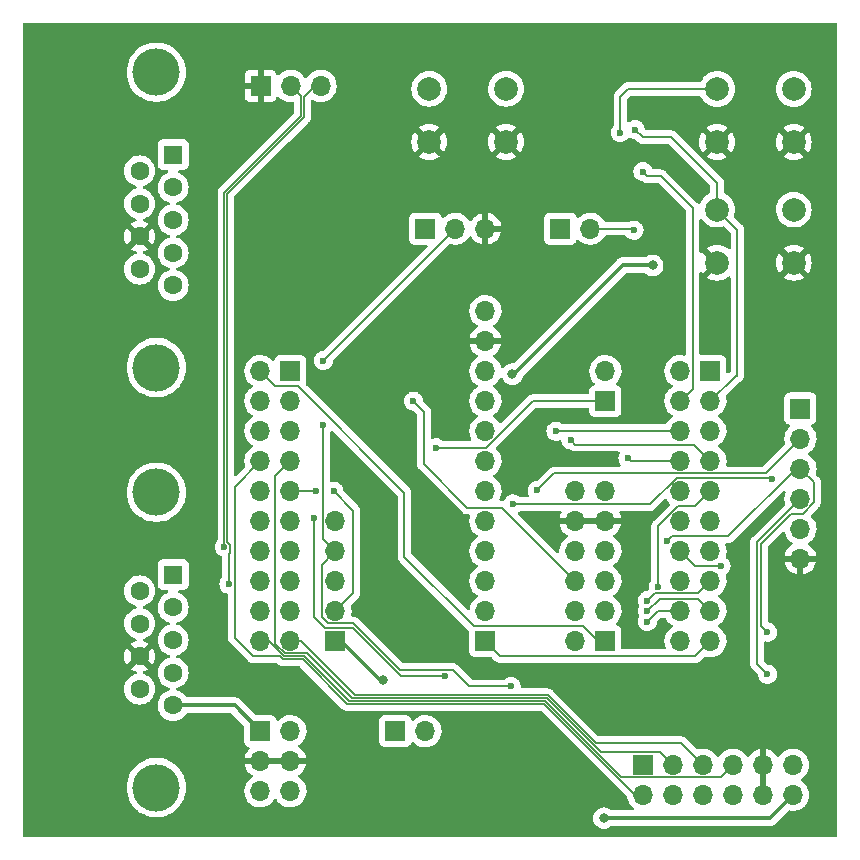
<source format=gbl>
%TF.GenerationSoftware,KiCad,Pcbnew,6.0.11-2627ca5db0~126~ubuntu22.04.1*%
%TF.CreationDate,2023-02-25T20:17:50+01:00*%
%TF.ProjectId,MiSTdon,4d695354-646f-46e2-9e6b-696361645f70,rev?*%
%TF.SameCoordinates,Original*%
%TF.FileFunction,Copper,L2,Bot*%
%TF.FilePolarity,Positive*%
%FSLAX46Y46*%
G04 Gerber Fmt 4.6, Leading zero omitted, Abs format (unit mm)*
G04 Created by KiCad (PCBNEW 6.0.11-2627ca5db0~126~ubuntu22.04.1) date 2023-02-25 20:17:50*
%MOMM*%
%LPD*%
G01*
G04 APERTURE LIST*
%TA.AperFunction,ComponentPad*%
%ADD10R,1.700000X1.700000*%
%TD*%
%TA.AperFunction,ComponentPad*%
%ADD11O,1.700000X1.700000*%
%TD*%
%TA.AperFunction,ComponentPad*%
%ADD12C,4.000000*%
%TD*%
%TA.AperFunction,ComponentPad*%
%ADD13R,1.600000X1.600000*%
%TD*%
%TA.AperFunction,ComponentPad*%
%ADD14C,1.600000*%
%TD*%
%TA.AperFunction,ComponentPad*%
%ADD15C,2.000000*%
%TD*%
%TA.AperFunction,ViaPad*%
%ADD16C,0.600000*%
%TD*%
%TA.AperFunction,ViaPad*%
%ADD17C,0.800000*%
%TD*%
%TA.AperFunction,Conductor*%
%ADD18C,0.127000*%
%TD*%
%TA.AperFunction,Conductor*%
%ADD19C,0.350000*%
%TD*%
G04 APERTURE END LIST*
D10*
%TO.P,J7,1,Pin_1*%
%TO.N,/NRST2*%
X153035000Y-113340000D03*
D11*
%TO.P,J7,2,Pin_2*%
%TO.N,/PA2_SS4*%
X155575000Y-113340000D03*
%TO.P,J7,3,Pin_3*%
%TO.N,/PA9_CONF_D0*%
X158115000Y-113340000D03*
%TO.P,J7,4,Pin_4*%
%TO.N,/PA10_SS2*%
X160655000Y-113340000D03*
%TO.P,J7,5,Pin_5*%
%TO.N,GND*%
X163195000Y-113340000D03*
%TO.P,J7,6,Pin_6*%
%TO.N,/3V3*%
X165735000Y-113340000D03*
%TO.P,J7,7,Pin_7*%
%TO.N,/PA3_SS3*%
X153035000Y-115880000D03*
%TO.P,J7,8,Pin_8*%
%TO.N,/PA13_MOSI*%
X155575000Y-115880000D03*
%TO.P,J7,9,Pin_9*%
%TO.N,/PA12_MISO*%
X158115000Y-115880000D03*
%TO.P,J7,10,Pin_10*%
%TO.N,/SCK3*%
X160655000Y-115880000D03*
%TO.P,J7,11,Pin_11*%
%TO.N,GND*%
X163195000Y-115880000D03*
%TO.P,J7,12,Pin_12*%
%TO.N,/3V3*%
X165735000Y-115880000D03*
%TD*%
D12*
%TO.P,J9,0*%
%TO.N,N/C*%
X111840331Y-115270000D03*
X111840331Y-90270000D03*
D13*
%TO.P,J9,1,1*%
%TO.N,/PA28_J1UP*%
X113260331Y-97230000D03*
D14*
%TO.P,J9,2,2*%
%TO.N,/PA27_J1DW*%
X113260331Y-100000000D03*
%TO.P,J9,3,3*%
%TO.N,/PA26_J1LF*%
X113260331Y-102770000D03*
%TO.P,J9,4,4*%
%TO.N,/PA25_J1RG*%
X113260331Y-105540000D03*
%TO.P,J9,5,5*%
%TO.N,/5V*%
X113260331Y-108310000D03*
%TO.P,J9,6,6*%
%TO.N,/PA24_J1B1*%
X110420331Y-98615000D03*
%TO.P,J9,7,7*%
%TO.N,unconnected-(J9-Pad7)*%
X110420331Y-101385000D03*
%TO.P,J9,8,8*%
%TO.N,GND*%
X110420331Y-104155000D03*
%TO.P,J9,9,9*%
%TO.N,/PA23_J1B2*%
X110420331Y-106925000D03*
%TD*%
D10*
%TO.P,J10,1,Pin_1*%
%TO.N,GND*%
X120665000Y-55855000D03*
D11*
%TO.P,J10,2,Pin_2*%
%TO.N,/PA5_RX*%
X123205000Y-55855000D03*
%TO.P,J10,3,Pin_3*%
%TO.N,/PA6_TX*%
X125745000Y-55855000D03*
%TD*%
D10*
%TO.P,J2,1,Pin_1*%
%TO.N,/PA11_SS0_USB*%
X139700000Y-102870000D03*
D11*
%TO.P,J2,2,Pin_2*%
%TO.N,/PA13_MOSI*%
X139700000Y-100330000D03*
%TO.P,J2,3,Pin_3*%
%TO.N,/PA12_MISO*%
X139700000Y-97790000D03*
%TO.P,J2,4,Pin_4*%
%TO.N,/SCK1*%
X139700000Y-95250000D03*
%TO.P,J2,5,Pin_5*%
%TO.N,unconnected-(J2-Pad5)*%
X139700000Y-92710000D03*
%TO.P,J2,6,Pin_6*%
%TO.N,unconnected-(J2-Pad6)*%
X139700000Y-90170000D03*
%TO.P,J2,7,Pin_7*%
%TO.N,unconnected-(J2-Pad7)*%
X139700000Y-87630000D03*
%TO.P,J2,8,Pin_8*%
%TO.N,unconnected-(J2-Pad8)*%
X139700000Y-85090000D03*
%TO.P,J2,9,Pin_9*%
%TO.N,/3V3*%
X139700000Y-82550000D03*
%TO.P,J2,10,Pin_10*%
%TO.N,unconnected-(J2-Pad10)*%
X139700000Y-80010000D03*
%TO.P,J2,11,Pin_11*%
%TO.N,GND*%
X139700000Y-77470000D03*
%TO.P,J2,12,Pin_12*%
%TO.N,unconnected-(J2-Pad12)*%
X139700000Y-74930000D03*
%TD*%
D10*
%TO.P,J6,1,Pin_1*%
%TO.N,/5V*%
X120650000Y-110490000D03*
D11*
%TO.P,J6,2,Pin_2*%
X123190000Y-110490000D03*
%TO.P,J6,3,Pin_3*%
%TO.N,GND*%
X120650000Y-113030000D03*
%TO.P,J6,4,Pin_4*%
X123190000Y-113030000D03*
%TO.P,J6,5,Pin_5*%
%TO.N,/3V3*%
X120650000Y-115570000D03*
%TO.P,J6,6,Pin_6*%
%TO.N,/NRST*%
X123190000Y-115570000D03*
%TD*%
D15*
%TO.P,SW4,1,1*%
%TO.N,/PB3_AD7_USER*%
X165810000Y-66330000D03*
X159310000Y-66330000D03*
%TO.P,SW4,2,2*%
%TO.N,GND*%
X165810000Y-70830000D03*
X159310000Y-70830000D03*
%TD*%
D10*
%TO.P,J3,1,Pin_1*%
%TO.N,/VBUS*%
X127000000Y-102870000D03*
D11*
%TO.P,J3,2,Pin_2*%
%TO.N,/PA30_INT*%
X127000000Y-100330000D03*
%TO.P,J3,3,Pin_3*%
%TO.N,unconnected-(J3-Pad3)*%
X127000000Y-97790000D03*
%TO.P,J3,4,Pin_4*%
%TO.N,/NRST2*%
X127000000Y-95250000D03*
%TO.P,J3,5,Pin_5*%
%TO.N,unconnected-(J3-Pad5)*%
X127000000Y-92710000D03*
%TD*%
D10*
%TO.P,JP4,1,Pin_1*%
%TO.N,/PB1_AD5*%
X146050000Y-67945000D03*
D11*
%TO.P,JP4,2,Pin_2*%
%TO.N,/PB0_AD4*%
X148590000Y-67945000D03*
%TD*%
D15*
%TO.P,SW1,1,1*%
%TO.N,/NRST2*%
X134945000Y-56100000D03*
X141445000Y-56100000D03*
%TO.P,SW1,2,2*%
%TO.N,GND*%
X134945000Y-60600000D03*
X141445000Y-60600000D03*
%TD*%
D10*
%TO.P,JP3,1,Pin_1*%
%TO.N,/NRST*%
X134620000Y-67945000D03*
D11*
%TO.P,JP3,2,Pin_2*%
%TO.N,/NRST2*%
X137160000Y-67945000D03*
%TO.P,JP3,3,Pin_3*%
%TO.N,GND*%
X139700000Y-67945000D03*
%TD*%
D10*
%TO.P,J11,1,Pin_1*%
%TO.N,/PA15_CONF_DCLK*%
X166370000Y-83175000D03*
D11*
%TO.P,J11,2,Pin_2*%
%TO.N,/PA8_CONF_NCFG*%
X166370000Y-85715000D03*
%TO.P,J11,3,Pin_3*%
%TO.N,/PA7_CONF_NSTAT*%
X166370000Y-88255000D03*
%TO.P,J11,4,Pin_4*%
%TO.N,/PA4_CONF_DONE*%
X166370000Y-90795000D03*
%TO.P,J11,5,Pin_5*%
%TO.N,/PA9_CONF_D0*%
X166370000Y-93335000D03*
%TO.P,J11,6,Pin_6*%
%TO.N,GND*%
X166370000Y-95875000D03*
%TD*%
D12*
%TO.P,J8,0*%
%TO.N,N/C*%
X111840331Y-79710000D03*
X111840331Y-54710000D03*
D13*
%TO.P,J8,1,1*%
%TO.N,/PA22_J0UP*%
X113260331Y-61670000D03*
D14*
%TO.P,J8,2,2*%
%TO.N,/PA21_J0DW*%
X113260331Y-64440000D03*
%TO.P,J8,3,3*%
%TO.N,/PA20_J0LF*%
X113260331Y-67210000D03*
%TO.P,J8,4,4*%
%TO.N,/PA19_J0RG*%
X113260331Y-69980000D03*
%TO.P,J8,5,5*%
%TO.N,/5V*%
X113260331Y-72750000D03*
%TO.P,J8,6,6*%
%TO.N,/PA18_J0B1*%
X110420331Y-63055000D03*
%TO.P,J8,7,7*%
%TO.N,unconnected-(J8-Pad7)*%
X110420331Y-65825000D03*
%TO.P,J8,8,8*%
%TO.N,GND*%
X110420331Y-68595000D03*
%TO.P,J8,9,9*%
%TO.N,/PA17_J0B2*%
X110420331Y-71365000D03*
%TD*%
D15*
%TO.P,SW3,1,1*%
%TO.N,/PB2_AD6_OSD*%
X165810000Y-56120000D03*
X159310000Y-56120000D03*
%TO.P,SW3,2,2*%
%TO.N,GND*%
X159310000Y-60620000D03*
X165810000Y-60620000D03*
%TD*%
D10*
%TO.P,JP5,1,Pin_1*%
%TO.N,/PA1_SD_WP*%
X149860000Y-82550000D03*
D11*
%TO.P,JP5,2,Pin_2*%
%TO.N,/PA16_DM_PUP*%
X149860000Y-80010000D03*
%TD*%
D10*
%TO.P,J1,1,Pin_1*%
%TO.N,/PA31_SS1_SD*%
X149860000Y-102870000D03*
D11*
%TO.P,J1,2,Pin_2*%
%TO.N,/PA13_MOSI*%
X149860000Y-100330000D03*
%TO.P,J1,3,Pin_3*%
%TO.N,/PA12_MISO*%
X149860000Y-97790000D03*
%TO.P,J1,4,Pin_4*%
%TO.N,/SCK2*%
X149860000Y-95250000D03*
%TO.P,J1,5,Pin_5*%
%TO.N,GND*%
X149860000Y-92710000D03*
%TO.P,J1,6,Pin_6*%
%TO.N,/3V3*%
X149860000Y-90170000D03*
%TO.P,J1,7,Pin_7*%
%TO.N,unconnected-(J1-Pad7)*%
X147320000Y-102870000D03*
%TO.P,J1,8,Pin_8*%
%TO.N,unconnected-(J1-Pad8)*%
X147320000Y-100330000D03*
%TO.P,J1,9,Pin_9*%
%TO.N,/CD*%
X147320000Y-97790000D03*
%TO.P,J1,10,Pin_10*%
%TO.N,unconnected-(J1-Pad10)*%
X147320000Y-95250000D03*
%TO.P,J1,11,Pin_11*%
%TO.N,GND*%
X147320000Y-92710000D03*
%TO.P,J1,12,Pin_12*%
%TO.N,/3V3*%
X147320000Y-90170000D03*
%TD*%
D10*
%TO.P,JP1,1,Pin_1*%
%TO.N,/5V*%
X132080000Y-110490000D03*
D11*
%TO.P,JP1,2,Pin_2*%
%TO.N,/VBUS*%
X134620000Y-110490000D03*
%TD*%
D10*
%TO.P,J4,1,Pin_1*%
%TO.N,/PB7_TCK*%
X123190000Y-80010000D03*
D11*
%TO.P,J4,2,Pin_2*%
%TO.N,/PA31_SS1_SD*%
X120650000Y-80010000D03*
%TO.P,J4,3,Pin_3*%
%TO.N,/PB6_TMS*%
X123190000Y-82550000D03*
%TO.P,J4,4,Pin_4*%
%TO.N,/PB5_TDO*%
X120650000Y-82550000D03*
%TO.P,J4,5,Pin_5*%
%TO.N,/PA0_SD_CD*%
X123190000Y-85090000D03*
%TO.P,J4,6,Pin_6*%
%TO.N,/PA1_SD_WP*%
X120650000Y-85090000D03*
%TO.P,J4,7,Pin_7*%
%TO.N,/PA2_SS4*%
X123190000Y-87630000D03*
%TO.P,J4,8,Pin_8*%
%TO.N,/PA3_SS3*%
X120650000Y-87630000D03*
%TO.P,J4,9,Pin_9*%
%TO.N,/PA30_INT*%
X123190000Y-90170000D03*
%TO.P,J4,10,Pin_10*%
%TO.N,/PA29_LED*%
X120650000Y-90170000D03*
%TO.P,J4,11,Pin_11*%
%TO.N,/PA28_J1UP*%
X123190000Y-92710000D03*
%TO.P,J4,12,Pin_12*%
%TO.N,/PA27_J1DW*%
X120650000Y-92710000D03*
%TO.P,J4,13,Pin_13*%
%TO.N,/PA4_CONF_DONE*%
X123190000Y-95250000D03*
%TO.P,J4,14,Pin_14*%
%TO.N,/PA5_RX*%
X120650000Y-95250000D03*
%TO.P,J4,15,Pin_15*%
%TO.N,/PA6_TX*%
X123190000Y-97790000D03*
%TO.P,J4,16,Pin_16*%
%TO.N,/PB4_TDI*%
X120650000Y-97790000D03*
%TO.P,J4,17,Pin_17*%
%TO.N,/PA7_CONF_NSTAT*%
X123190000Y-100330000D03*
%TO.P,J4,18,Pin_18*%
%TO.N,/PA8_CONF_NCFG*%
X120650000Y-100330000D03*
%TO.P,J4,19,Pin_19*%
%TO.N,/PA9_CONF_D0*%
X123190000Y-102870000D03*
%TO.P,J4,20,Pin_20*%
%TO.N,/PA10_SS2*%
X120650000Y-102870000D03*
%TD*%
D10*
%TO.P,J5,1,Pin_1*%
%TO.N,/PB1_AD5*%
X158750000Y-80010000D03*
D11*
%TO.P,J5,2,Pin_2*%
%TO.N,/PB0_AD4*%
X156210000Y-80010000D03*
%TO.P,J5,3,Pin_3*%
%TO.N,/PB3_AD7_USER*%
X158750000Y-82550000D03*
%TO.P,J5,4,Pin_4*%
%TO.N,/PB2_AD6_OSD*%
X156210000Y-82550000D03*
%TO.P,J5,5,Pin_5*%
%TO.N,/PA18_J0B1*%
X158750000Y-85090000D03*
%TO.P,J5,6,Pin_6*%
%TO.N,/PA17_J0B2*%
X156210000Y-85090000D03*
%TO.P,J5,7,Pin_7*%
%TO.N,/PA19_J0RG*%
X158750000Y-87630000D03*
%TO.P,J5,8,Pin_8*%
%TO.N,/PA21_J0DW*%
X156210000Y-87630000D03*
%TO.P,J5,9,Pin_9*%
%TO.N,/PA23_J1B2*%
X158750000Y-90170000D03*
%TO.P,J5,10,Pin_10*%
%TO.N,/PA22_J0UP*%
X156210000Y-90170000D03*
%TO.P,J5,11,Pin_11*%
%TO.N,/PA16_DM_PUP*%
X158750000Y-92710000D03*
%TO.P,J5,12,Pin_12*%
%TO.N,/PA20_J0LF*%
X156210000Y-92710000D03*
%TO.P,J5,13,Pin_13*%
%TO.N,/PA14_SCK*%
X158750000Y-95250000D03*
%TO.P,J5,14,Pin_14*%
%TO.N,/PA15_CONF_DCLK*%
X156210000Y-95250000D03*
%TO.P,J5,15,Pin_15*%
%TO.N,/PA24_J1B1*%
X158750000Y-97790000D03*
%TO.P,J5,16,Pin_16*%
%TO.N,/PA13_MOSI*%
X156210000Y-97790000D03*
%TO.P,J5,17,Pin_17*%
%TO.N,/PA26_J1LF*%
X158750000Y-100330000D03*
%TO.P,J5,18,Pin_18*%
%TO.N,/PA25_J1RG*%
X156210000Y-100330000D03*
%TO.P,J5,19,Pin_19*%
%TO.N,/PA11_SS0_USB*%
X158750000Y-102870000D03*
%TO.P,J5,20,Pin_20*%
%TO.N,/PA12_MISO*%
X156210000Y-102870000D03*
%TD*%
D16*
%TO.N,/PA4_CONF_DONE*%
X163576000Y-105664000D03*
%TO.N,/PA7_CONF_NSTAT*%
X163576000Y-102108000D03*
%TO.N,/PA30_INT*%
X125349000Y-90170000D03*
X126873000Y-90170000D03*
%TO.N,/CD*%
X133604000Y-82550000D03*
%TO.N,/PA4_CONF_DONE*%
X163957000Y-89154000D03*
%TO.N,/NRST2*%
X125984000Y-79121000D03*
X125984000Y-84582000D03*
%TO.N,/PA1_SD_WP*%
X135509000Y-86487000D03*
%TO.N,/PA29_LED*%
X136271000Y-105791000D03*
X125222000Y-92456000D03*
%TO.N,/PA4_CONF_DONE*%
X142049500Y-91249500D03*
%TO.N,/PA5_RX*%
X117602500Y-94893396D03*
%TO.N,/PA6_TX*%
X117983000Y-98044000D03*
%TO.N,/PA7_CONF_NSTAT*%
X155070250Y-94364250D03*
%TO.N,/PA8_CONF_NCFG*%
X144081500Y-90106500D03*
%TO.N,/PB0_AD4*%
X152273000Y-68072000D03*
%TO.N,/PB3_AD7_USER*%
X152400000Y-59563000D03*
%TO.N,/PB2_AD6_OSD*%
X151130000Y-59817000D03*
X153035000Y-63119000D03*
%TO.N,/PA17_J0B2*%
X145669000Y-85090000D03*
%TO.N,/PA19_J0RG*%
X146939000Y-85852000D03*
%TO.N,/PA21_J0DW*%
X151765000Y-87376000D03*
%TO.N,/PA23_J1B2*%
X154322803Y-98316000D03*
%TO.N,/PA15_CONF_DCLK*%
X159639000Y-96520000D03*
%TO.N,/PA24_J1B1*%
X153416000Y-99441000D03*
%TO.N,/PA26_J1LF*%
X153416000Y-100330000D03*
%TO.N,/PA25_J1RG*%
X153416000Y-101219000D03*
D17*
%TO.N,/3V3*%
X149733000Y-117856000D03*
X153860500Y-71056500D03*
X141986000Y-80264000D03*
D16*
%TO.N,/NRST2*%
X141859000Y-106698000D03*
D17*
%TO.N,/VBUS*%
X131064000Y-106172000D03*
%TD*%
D18*
%TO.N,/PA4_CONF_DONE*%
X162687000Y-104775000D02*
X163576000Y-105664000D01*
%TO.N,/PA7_CONF_NSTAT*%
X163068000Y-101600000D02*
X163576000Y-102108000D01*
X163068000Y-101408000D02*
X163068000Y-101600000D01*
D19*
%TO.N,/3V3*%
X141986000Y-80264000D02*
X142113000Y-80264000D01*
X142113000Y-80264000D02*
X151320500Y-71056500D01*
X151320500Y-71056500D02*
X153860500Y-71056500D01*
D18*
%TO.N,/PA6_TX*%
X117983000Y-98044000D02*
X117983000Y-95504000D01*
X117983000Y-95504000D02*
X118092500Y-95394500D01*
X118092500Y-95097068D02*
X118093000Y-95096568D01*
X118093000Y-95096568D02*
X118093000Y-94690224D01*
X118093000Y-94690224D02*
X117856000Y-94453224D01*
X118092500Y-95394500D02*
X118092500Y-95097068D01*
X117856000Y-94453224D02*
X117856000Y-65002210D01*
X117856000Y-65002210D02*
X124333000Y-58525210D01*
X124333000Y-58525210D02*
X124333000Y-56769000D01*
X124333000Y-56769000D02*
X125247000Y-55855000D01*
X125247000Y-55855000D02*
X125745000Y-55855000D01*
%TO.N,/PA5_RX*%
X117602500Y-94893396D02*
X117602000Y-94892896D01*
X117602000Y-94892896D02*
X117602000Y-64897000D01*
X124079000Y-56729000D02*
X123205000Y-55855000D01*
X117602000Y-64897000D02*
X124079000Y-58420000D01*
X124079000Y-58420000D02*
X124079000Y-56729000D01*
%TO.N,/PA30_INT*%
X126873000Y-90170000D02*
X128524000Y-91821000D01*
X128524000Y-91821000D02*
X128524000Y-98806000D01*
X128524000Y-98806000D02*
X127000000Y-100330000D01*
X123190000Y-90170000D02*
X125349000Y-90170000D01*
%TO.N,/NRST2*%
X141859000Y-106698000D02*
X138321000Y-106698000D01*
X138321000Y-106698000D02*
X136923500Y-105300500D01*
X132456710Y-105300500D02*
X128526710Y-101370500D01*
X136923500Y-105300500D02*
X132456710Y-105300500D01*
X125857000Y-100838000D02*
X125857000Y-96393000D01*
X128526710Y-101370500D02*
X126389500Y-101370500D01*
X126389500Y-101370500D02*
X125857000Y-100838000D01*
X125857000Y-96393000D02*
X127000000Y-95250000D01*
%TO.N,/PA29_LED*%
X136271000Y-105791000D02*
X132588000Y-105791000D01*
X132588000Y-105791000D02*
X128524000Y-101727000D01*
X128524000Y-101727000D02*
X126111000Y-101727000D01*
X126111000Y-101727000D02*
X125222000Y-100838000D01*
X125222000Y-100838000D02*
X125222000Y-92456000D01*
%TO.N,/CD*%
X133604000Y-82550000D02*
X134493000Y-83439000D01*
X138176000Y-91567000D02*
X141097000Y-91567000D01*
X134493000Y-83439000D02*
X134493000Y-87884000D01*
X134493000Y-87884000D02*
X138176000Y-91567000D01*
X141097000Y-91567000D02*
X147320000Y-97790000D01*
%TO.N,/PA1_SD_WP*%
X135509000Y-86487000D02*
X139774490Y-86487000D01*
X139774490Y-86487000D02*
X143711490Y-82550000D01*
X143711490Y-82550000D02*
X149860000Y-82550000D01*
%TO.N,/PA7_CONF_NSTAT*%
X166561490Y-92075000D02*
X167513000Y-91123490D01*
X163068000Y-101408000D02*
X163068000Y-94615000D01*
X163068000Y-94615000D02*
X165608000Y-92075000D01*
X165608000Y-92075000D02*
X166561490Y-92075000D01*
X167513000Y-91123490D02*
X167513000Y-89398000D01*
X167513000Y-89398000D02*
X166370000Y-88255000D01*
%TO.N,/PA4_CONF_DONE*%
X163830000Y-89027000D02*
X163957000Y-89154000D01*
X163576000Y-89027000D02*
X163830000Y-89027000D01*
%TO.N,/PA7_CONF_NSTAT*%
X155070250Y-94364250D02*
X155454500Y-93980000D01*
X155454500Y-93980000D02*
X160274000Y-93980000D01*
X165999000Y-88255000D02*
X166370000Y-88255000D01*
X160274000Y-93980000D02*
X165999000Y-88255000D01*
%TO.N,/PA31_SS1_SD*%
X120650000Y-80010000D02*
X121920000Y-81280000D01*
X121920000Y-81280000D02*
X123825000Y-81280000D01*
X123825000Y-81280000D02*
X132842000Y-90297000D01*
X147955000Y-101600000D02*
X149225000Y-102870000D01*
X132842000Y-90297000D02*
X132842000Y-95733500D01*
X132842000Y-95733500D02*
X138708500Y-101600000D01*
X138708500Y-101600000D02*
X147955000Y-101600000D01*
X149225000Y-102870000D02*
X149860000Y-102870000D01*
%TO.N,/NRST2*%
X127000000Y-95250000D02*
X125959500Y-94209500D01*
X125959500Y-94209500D02*
X125959500Y-84606500D01*
X125959500Y-84606500D02*
X125984000Y-84582000D01*
%TO.N,/PA11_SS0_USB*%
X158750000Y-102870000D02*
X157480000Y-104140000D01*
X157480000Y-104140000D02*
X140970000Y-104140000D01*
X140970000Y-104140000D02*
X139700000Y-102870000D01*
D19*
%TO.N,/5V*%
X113260331Y-108310000D02*
X118470000Y-108310000D01*
X118470000Y-108310000D02*
X120650000Y-110490000D01*
D18*
%TO.N,/PA2_SS4*%
X124611500Y-103910500D02*
X122759010Y-103910500D01*
X121920000Y-88900000D02*
X123190000Y-87630000D01*
X128397000Y-107696000D02*
X124611500Y-103910500D01*
X122759010Y-103910500D02*
X121920000Y-103071490D01*
X155575000Y-113340000D02*
X154503000Y-112268000D01*
X149457210Y-112268000D02*
X144885210Y-107696000D01*
X154503000Y-112268000D02*
X149457210Y-112268000D01*
X144885210Y-107696000D02*
X128397000Y-107696000D01*
X121920000Y-103071490D02*
X121920000Y-88900000D01*
%TO.N,/PA3_SS3*%
X120015000Y-104140000D02*
X118491000Y-102616000D01*
X118491000Y-102616000D02*
X118491000Y-89789000D01*
X144653000Y-108204000D02*
X128016000Y-108204000D01*
X124230500Y-104418500D02*
X122548590Y-104418500D01*
X118491000Y-89789000D02*
X120650000Y-87630000D01*
X153035000Y-115880000D02*
X152329000Y-115880000D01*
X128016000Y-108204000D02*
X124230500Y-104418500D01*
X122270090Y-104140000D02*
X120015000Y-104140000D01*
X152329000Y-115880000D02*
X144653000Y-108204000D01*
X122548590Y-104418500D02*
X122270090Y-104140000D01*
%TO.N,/PA4_CONF_DONE*%
X162687000Y-104775000D02*
X162687000Y-94478000D01*
X162687000Y-94478000D02*
X166370000Y-90795000D01*
X155881510Y-89027000D02*
X163576000Y-89027000D01*
X146054828Y-91249500D02*
X146088828Y-91283500D01*
X146088828Y-91283500D02*
X153625010Y-91283500D01*
X153625010Y-91283500D02*
X155881510Y-89027000D01*
X142049500Y-91249500D02*
X146054828Y-91249500D01*
%TO.N,/PA8_CONF_NCFG*%
X145517500Y-88670500D02*
X163414500Y-88670500D01*
X144081500Y-90106500D02*
X145517500Y-88670500D01*
X163414500Y-88670500D02*
X166370000Y-85715000D01*
%TO.N,/PA9_CONF_D0*%
X158115000Y-113340000D02*
X156281000Y-111506000D01*
X144990420Y-107442000D02*
X128651000Y-107442000D01*
X124079000Y-102870000D02*
X123190000Y-102870000D01*
X149054420Y-111506000D02*
X144990420Y-107442000D01*
X156281000Y-111506000D02*
X149054420Y-111506000D01*
X128651000Y-107442000D02*
X124079000Y-102870000D01*
%TO.N,/PA10_SS2*%
X151210500Y-114380500D02*
X159614500Y-114380500D01*
X122653800Y-104164500D02*
X124357500Y-104164500D01*
X120650000Y-102870000D02*
X121359300Y-102870000D01*
X128143000Y-107950000D02*
X144780000Y-107950000D01*
X159614500Y-114380500D02*
X160655000Y-113340000D01*
X121359300Y-102870000D02*
X122653800Y-104164500D01*
X124357500Y-104164500D02*
X128143000Y-107950000D01*
X144780000Y-107950000D02*
X151210500Y-114380500D01*
%TO.N,/PB0_AD4*%
X152146000Y-67945000D02*
X148590000Y-67945000D01*
X152273000Y-68072000D02*
X152146000Y-67945000D01*
%TO.N,/PB3_AD7_USER*%
X159310000Y-64060000D02*
X159310000Y-66330000D01*
X153035000Y-60198000D02*
X155448000Y-60198000D01*
X152400000Y-59563000D02*
X153035000Y-60198000D01*
X161036000Y-80391000D02*
X161036000Y-68056000D01*
X158750000Y-82550000D02*
X160909000Y-80391000D01*
X160909000Y-80391000D02*
X161036000Y-80391000D01*
X161036000Y-68056000D02*
X159310000Y-66330000D01*
X155448000Y-60198000D02*
X159310000Y-64060000D01*
%TO.N,/PB2_AD6_OSD*%
X154559000Y-63500000D02*
X157250500Y-66191500D01*
X159310000Y-56120000D02*
X151779000Y-56120000D01*
X153416000Y-63500000D02*
X154559000Y-63500000D01*
X157250500Y-66191500D02*
X157250500Y-81509500D01*
X157250500Y-81509500D02*
X156210000Y-82550000D01*
X151779000Y-56120000D02*
X151130000Y-56769000D01*
X153035000Y-63119000D02*
X153416000Y-63500000D01*
X151130000Y-56769000D02*
X151130000Y-59817000D01*
%TO.N,/PA17_J0B2*%
X145669000Y-85090000D02*
X156210000Y-85090000D01*
%TO.N,/PA19_J0RG*%
X157353000Y-86233000D02*
X158750000Y-87630000D01*
X147320000Y-86233000D02*
X157353000Y-86233000D01*
X146939000Y-85852000D02*
X147320000Y-86233000D01*
%TO.N,/PA21_J0DW*%
X152019000Y-87630000D02*
X156210000Y-87630000D01*
X151765000Y-87376000D02*
X152019000Y-87630000D01*
%TO.N,/PA23_J1B2*%
X154322803Y-93125707D02*
X156008510Y-91440000D01*
X154322803Y-98316000D02*
X154322803Y-93125707D01*
X157480000Y-91440000D02*
X158750000Y-90170000D01*
X156008510Y-91440000D02*
X157480000Y-91440000D01*
%TO.N,/PA15_CONF_DCLK*%
X159639000Y-96520000D02*
X157480000Y-96520000D01*
X157480000Y-96520000D02*
X156210000Y-95250000D01*
%TO.N,/PA24_J1B1*%
X155754510Y-98806000D02*
X155779010Y-98830500D01*
X157709500Y-98830500D02*
X158750000Y-97790000D01*
X153416000Y-99441000D02*
X154051000Y-98806000D01*
X155779010Y-98830500D02*
X157709500Y-98830500D01*
X154051000Y-98806000D02*
X155754510Y-98806000D01*
%TO.N,/PA26_J1LF*%
X157709500Y-99289500D02*
X158750000Y-100330000D01*
X154456500Y-99289500D02*
X157709500Y-99289500D01*
X153416000Y-100330000D02*
X154456500Y-99289500D01*
%TO.N,/PA25_J1RG*%
X153416000Y-101219000D02*
X154305000Y-100330000D01*
X154305000Y-100330000D02*
X156210000Y-100330000D01*
D19*
%TO.N,/3V3*%
X163759000Y-117856000D02*
X149733000Y-117856000D01*
X165735000Y-115880000D02*
X163759000Y-117856000D01*
D18*
%TO.N,/NRST2*%
X125959500Y-79145500D02*
X137160000Y-67945000D01*
D19*
%TO.N,/VBUS*%
X130810000Y-106172000D02*
X131064000Y-106172000D01*
X127508000Y-102870000D02*
X130810000Y-106172000D01*
X127000000Y-102870000D02*
X127508000Y-102870000D01*
%TD*%
%TA.AperFunction,Conductor*%
%TO.N,GND*%
G36*
X169433621Y-50528502D02*
G01*
X169480114Y-50582158D01*
X169491500Y-50634500D01*
X169491500Y-119365500D01*
X169471498Y-119433621D01*
X169417842Y-119480114D01*
X169365500Y-119491500D01*
X100634500Y-119491500D01*
X100566379Y-119471498D01*
X100519886Y-119417842D01*
X100508500Y-119365500D01*
X100508500Y-115270000D01*
X109326871Y-115270000D01*
X109346690Y-115585020D01*
X109405836Y-115895072D01*
X109407063Y-115898848D01*
X109501346Y-116189020D01*
X109503375Y-116195266D01*
X109505062Y-116198852D01*
X109505064Y-116198856D01*
X109636081Y-116477283D01*
X109636085Y-116477290D01*
X109637769Y-116480869D01*
X109806899Y-116747375D01*
X109809424Y-116750427D01*
X109969497Y-116943921D01*
X110008098Y-116990582D01*
X110010988Y-116993296D01*
X110010989Y-116993297D01*
X110027134Y-117008458D01*
X110238191Y-117206654D01*
X110241393Y-117208981D01*
X110241395Y-117208982D01*
X110245388Y-117211883D01*
X110493552Y-117392184D01*
X110497021Y-117394091D01*
X110497024Y-117394093D01*
X110766683Y-117542340D01*
X110770152Y-117544247D01*
X110773821Y-117545700D01*
X110773826Y-117545702D01*
X111059959Y-117658990D01*
X111063629Y-117660443D01*
X111369356Y-117738940D01*
X111682510Y-117778500D01*
X111998152Y-117778500D01*
X112311306Y-117738940D01*
X112617033Y-117660443D01*
X112620703Y-117658990D01*
X112906836Y-117545702D01*
X112906841Y-117545700D01*
X112910510Y-117544247D01*
X112913979Y-117542340D01*
X113183638Y-117394093D01*
X113183641Y-117394091D01*
X113187110Y-117392184D01*
X113435274Y-117211883D01*
X113439267Y-117208982D01*
X113439269Y-117208981D01*
X113442471Y-117206654D01*
X113653528Y-117008458D01*
X113669673Y-116993297D01*
X113669674Y-116993296D01*
X113672564Y-116990582D01*
X113711166Y-116943921D01*
X113871238Y-116750427D01*
X113873763Y-116747375D01*
X114042893Y-116480869D01*
X114044577Y-116477290D01*
X114044581Y-116477283D01*
X114175598Y-116198856D01*
X114175600Y-116198852D01*
X114177287Y-116195266D01*
X114179317Y-116189020D01*
X114273599Y-115898848D01*
X114274826Y-115895072D01*
X114333972Y-115585020D01*
X114337012Y-115536695D01*
X119287251Y-115536695D01*
X119287548Y-115541848D01*
X119287548Y-115541851D01*
X119293011Y-115636590D01*
X119300110Y-115759715D01*
X119301247Y-115764761D01*
X119301248Y-115764767D01*
X119319712Y-115846695D01*
X119349222Y-115977639D01*
X119386610Y-116069715D01*
X119428559Y-116173023D01*
X119433266Y-116184616D01*
X119484019Y-116267438D01*
X119547291Y-116370688D01*
X119549987Y-116375088D01*
X119696250Y-116543938D01*
X119868126Y-116686632D01*
X120061000Y-116799338D01*
X120269692Y-116879030D01*
X120274760Y-116880061D01*
X120274763Y-116880062D01*
X120382017Y-116901883D01*
X120488597Y-116923567D01*
X120493772Y-116923757D01*
X120493774Y-116923757D01*
X120706673Y-116931564D01*
X120706677Y-116931564D01*
X120711837Y-116931753D01*
X120716957Y-116931097D01*
X120716959Y-116931097D01*
X120928288Y-116904025D01*
X120928289Y-116904025D01*
X120933416Y-116903368D01*
X120938366Y-116901883D01*
X121142429Y-116840661D01*
X121142434Y-116840659D01*
X121147384Y-116839174D01*
X121347994Y-116740896D01*
X121529860Y-116611173D01*
X121554609Y-116586511D01*
X121684435Y-116457137D01*
X121688096Y-116453489D01*
X121747594Y-116370689D01*
X121818453Y-116272077D01*
X121819776Y-116273028D01*
X121866645Y-116229857D01*
X121936580Y-116217625D01*
X122002026Y-116245144D01*
X122029875Y-116276994D01*
X122089987Y-116375088D01*
X122236250Y-116543938D01*
X122408126Y-116686632D01*
X122601000Y-116799338D01*
X122809692Y-116879030D01*
X122814760Y-116880061D01*
X122814763Y-116880062D01*
X122922017Y-116901883D01*
X123028597Y-116923567D01*
X123033772Y-116923757D01*
X123033774Y-116923757D01*
X123246673Y-116931564D01*
X123246677Y-116931564D01*
X123251837Y-116931753D01*
X123256957Y-116931097D01*
X123256959Y-116931097D01*
X123468288Y-116904025D01*
X123468289Y-116904025D01*
X123473416Y-116903368D01*
X123478366Y-116901883D01*
X123682429Y-116840661D01*
X123682434Y-116840659D01*
X123687384Y-116839174D01*
X123887994Y-116740896D01*
X124069860Y-116611173D01*
X124094609Y-116586511D01*
X124224435Y-116457137D01*
X124228096Y-116453489D01*
X124287594Y-116370689D01*
X124355435Y-116276277D01*
X124358453Y-116272077D01*
X124379320Y-116229857D01*
X124455136Y-116076453D01*
X124455137Y-116076451D01*
X124457430Y-116071811D01*
X124512313Y-115891171D01*
X124520865Y-115863023D01*
X124520865Y-115863021D01*
X124522370Y-115858069D01*
X124551529Y-115636590D01*
X124553156Y-115570000D01*
X124534852Y-115347361D01*
X124480431Y-115130702D01*
X124391354Y-114925840D01*
X124276175Y-114747800D01*
X124272822Y-114742617D01*
X124272820Y-114742614D01*
X124270014Y-114738277D01*
X124119670Y-114573051D01*
X124115619Y-114569852D01*
X124115615Y-114569848D01*
X123948414Y-114437800D01*
X123948410Y-114437798D01*
X123944359Y-114434598D01*
X123902569Y-114411529D01*
X123852598Y-114361097D01*
X123837826Y-114291654D01*
X123862942Y-114225248D01*
X123890294Y-114198641D01*
X124065328Y-114073792D01*
X124073200Y-114067139D01*
X124224052Y-113916812D01*
X124230730Y-113908965D01*
X124355003Y-113736020D01*
X124360313Y-113727183D01*
X124454670Y-113536267D01*
X124458469Y-113526672D01*
X124520377Y-113322910D01*
X124522555Y-113312837D01*
X124523986Y-113301962D01*
X124521775Y-113287778D01*
X124508617Y-113284000D01*
X119333225Y-113284000D01*
X119319694Y-113287973D01*
X119318257Y-113297966D01*
X119348565Y-113432446D01*
X119351645Y-113442275D01*
X119431770Y-113639603D01*
X119436413Y-113648794D01*
X119547694Y-113830388D01*
X119553777Y-113838699D01*
X119693213Y-113999667D01*
X119700580Y-114006883D01*
X119864434Y-114142916D01*
X119872881Y-114148831D01*
X119941969Y-114189203D01*
X119990693Y-114240842D01*
X120003764Y-114310625D01*
X119977033Y-114376396D01*
X119936584Y-114409752D01*
X119923607Y-114416507D01*
X119919474Y-114419610D01*
X119919471Y-114419612D01*
X119765028Y-114535571D01*
X119744965Y-114550635D01*
X119741393Y-114554373D01*
X119629594Y-114671364D01*
X119590629Y-114712138D01*
X119587720Y-114716403D01*
X119587714Y-114716411D01*
X119569906Y-114742517D01*
X119464743Y-114896680D01*
X119439491Y-114951082D01*
X119406508Y-115022138D01*
X119370688Y-115099305D01*
X119310989Y-115314570D01*
X119287251Y-115536695D01*
X114337012Y-115536695D01*
X114353791Y-115270000D01*
X114333972Y-114954980D01*
X114274826Y-114644928D01*
X114201616Y-114419612D01*
X114178513Y-114348507D01*
X114178513Y-114348506D01*
X114177287Y-114344734D01*
X114168772Y-114326638D01*
X114044581Y-114062717D01*
X114044577Y-114062710D01*
X114042893Y-114059131D01*
X113873763Y-113792625D01*
X113672564Y-113549418D01*
X113651583Y-113529715D01*
X113558468Y-113442275D01*
X113442471Y-113333346D01*
X113399275Y-113301962D01*
X113374552Y-113284000D01*
X113187110Y-113147816D01*
X113122584Y-113112342D01*
X112913979Y-112997660D01*
X112913978Y-112997659D01*
X112910510Y-112995753D01*
X112906841Y-112994300D01*
X112906836Y-112994298D01*
X112620703Y-112881010D01*
X112620702Y-112881010D01*
X112617033Y-112879557D01*
X112311306Y-112801060D01*
X111998152Y-112761500D01*
X111682510Y-112761500D01*
X111369356Y-112801060D01*
X111063629Y-112879557D01*
X111059960Y-112881010D01*
X111059959Y-112881010D01*
X110773826Y-112994298D01*
X110773821Y-112994300D01*
X110770152Y-112995753D01*
X110766684Y-112997659D01*
X110766683Y-112997660D01*
X110558079Y-113112342D01*
X110493552Y-113147816D01*
X110306110Y-113284000D01*
X110281388Y-113301962D01*
X110238191Y-113333346D01*
X110122194Y-113442275D01*
X110029080Y-113529715D01*
X110008098Y-113549418D01*
X109806899Y-113792625D01*
X109637769Y-114059131D01*
X109636085Y-114062710D01*
X109636081Y-114062717D01*
X109511890Y-114326638D01*
X109503375Y-114344734D01*
X109502149Y-114348506D01*
X109502149Y-114348507D01*
X109479046Y-114419612D01*
X109405836Y-114644928D01*
X109346690Y-114954980D01*
X109326871Y-115270000D01*
X100508500Y-115270000D01*
X100508500Y-108310000D01*
X111946833Y-108310000D01*
X111966788Y-108538087D01*
X111968212Y-108543400D01*
X111968212Y-108543402D01*
X112009371Y-108697006D01*
X112026047Y-108759243D01*
X112028370Y-108764224D01*
X112028370Y-108764225D01*
X112120482Y-108961762D01*
X112120485Y-108961767D01*
X112122808Y-108966749D01*
X112148122Y-109002901D01*
X112244841Y-109141029D01*
X112254133Y-109154300D01*
X112416031Y-109316198D01*
X112420539Y-109319355D01*
X112420542Y-109319357D01*
X112498720Y-109374098D01*
X112603582Y-109447523D01*
X112608564Y-109449846D01*
X112608569Y-109449849D01*
X112779778Y-109529684D01*
X112811088Y-109544284D01*
X112816396Y-109545706D01*
X112816398Y-109545707D01*
X113026929Y-109602119D01*
X113026931Y-109602119D01*
X113032244Y-109603543D01*
X113260331Y-109623498D01*
X113488418Y-109603543D01*
X113493731Y-109602119D01*
X113493733Y-109602119D01*
X113704264Y-109545707D01*
X113704266Y-109545706D01*
X113709574Y-109544284D01*
X113740884Y-109529684D01*
X113912093Y-109449849D01*
X113912098Y-109449846D01*
X113917080Y-109447523D01*
X114021942Y-109374098D01*
X114100120Y-109319357D01*
X114100123Y-109319355D01*
X114104631Y-109316198D01*
X114266529Y-109154300D01*
X114280884Y-109133800D01*
X114341501Y-109047229D01*
X114396958Y-109002901D01*
X114444714Y-108993500D01*
X118134695Y-108993500D01*
X118202816Y-109013502D01*
X118223790Y-109030405D01*
X119254595Y-110061210D01*
X119288621Y-110123522D01*
X119291500Y-110150305D01*
X119291500Y-111388134D01*
X119298255Y-111450316D01*
X119349385Y-111586705D01*
X119436739Y-111703261D01*
X119553295Y-111790615D01*
X119561704Y-111793767D01*
X119561705Y-111793768D01*
X119670960Y-111834726D01*
X119727725Y-111877367D01*
X119752425Y-111943929D01*
X119737218Y-112013278D01*
X119717825Y-112039759D01*
X119594590Y-112168717D01*
X119588104Y-112176727D01*
X119468098Y-112352649D01*
X119463000Y-112361623D01*
X119373338Y-112554783D01*
X119369775Y-112564470D01*
X119314389Y-112764183D01*
X119315912Y-112772607D01*
X119328292Y-112776000D01*
X124508344Y-112776000D01*
X124521875Y-112772027D01*
X124523180Y-112762947D01*
X124481214Y-112595875D01*
X124477894Y-112586124D01*
X124392972Y-112390814D01*
X124388105Y-112381739D01*
X124272426Y-112202926D01*
X124266136Y-112194757D01*
X124122806Y-112037240D01*
X124115273Y-112030215D01*
X123948139Y-111898222D01*
X123939556Y-111892520D01*
X123902602Y-111872120D01*
X123852631Y-111821687D01*
X123837859Y-111752245D01*
X123862975Y-111685839D01*
X123890327Y-111659232D01*
X123913797Y-111642491D01*
X124069860Y-111531173D01*
X124213400Y-111388134D01*
X130721500Y-111388134D01*
X130728255Y-111450316D01*
X130779385Y-111586705D01*
X130866739Y-111703261D01*
X130983295Y-111790615D01*
X131119684Y-111841745D01*
X131181866Y-111848500D01*
X132978134Y-111848500D01*
X133040316Y-111841745D01*
X133176705Y-111790615D01*
X133293261Y-111703261D01*
X133380615Y-111586705D01*
X133402799Y-111527529D01*
X133424598Y-111469382D01*
X133467240Y-111412618D01*
X133533802Y-111387918D01*
X133603150Y-111403126D01*
X133637817Y-111431114D01*
X133666250Y-111463938D01*
X133838126Y-111606632D01*
X134031000Y-111719338D01*
X134239692Y-111799030D01*
X134244760Y-111800061D01*
X134244763Y-111800062D01*
X134351054Y-111821687D01*
X134458597Y-111843567D01*
X134463772Y-111843757D01*
X134463774Y-111843757D01*
X134676673Y-111851564D01*
X134676677Y-111851564D01*
X134681837Y-111851753D01*
X134686957Y-111851097D01*
X134686959Y-111851097D01*
X134898288Y-111824025D01*
X134898289Y-111824025D01*
X134903416Y-111823368D01*
X134909019Y-111821687D01*
X135112429Y-111760661D01*
X135112434Y-111760659D01*
X135117384Y-111759174D01*
X135317994Y-111660896D01*
X135499860Y-111531173D01*
X135658096Y-111373489D01*
X135788453Y-111192077D01*
X135820100Y-111128045D01*
X135885136Y-110996453D01*
X135885137Y-110996451D01*
X135887430Y-110991811D01*
X135952370Y-110778069D01*
X135981529Y-110556590D01*
X135983156Y-110490000D01*
X135964852Y-110267361D01*
X135910431Y-110050702D01*
X135821354Y-109845840D01*
X135700014Y-109658277D01*
X135549670Y-109493051D01*
X135545619Y-109489852D01*
X135545615Y-109489848D01*
X135378414Y-109357800D01*
X135378410Y-109357798D01*
X135374359Y-109354598D01*
X135178789Y-109246638D01*
X135173920Y-109244914D01*
X135173916Y-109244912D01*
X134973087Y-109173795D01*
X134973083Y-109173794D01*
X134968212Y-109172069D01*
X134963119Y-109171162D01*
X134963116Y-109171161D01*
X134753373Y-109133800D01*
X134753367Y-109133799D01*
X134748284Y-109132894D01*
X134674452Y-109131992D01*
X134530081Y-109130228D01*
X134530079Y-109130228D01*
X134524911Y-109130165D01*
X134304091Y-109163955D01*
X134091756Y-109233357D01*
X133893607Y-109336507D01*
X133889474Y-109339610D01*
X133889471Y-109339612D01*
X133749952Y-109444366D01*
X133714965Y-109470635D01*
X133643225Y-109545707D01*
X133634283Y-109555064D01*
X133572759Y-109590494D01*
X133501846Y-109587037D01*
X133444060Y-109545791D01*
X133425207Y-109512243D01*
X133383767Y-109401703D01*
X133380615Y-109393295D01*
X133293261Y-109276739D01*
X133176705Y-109189385D01*
X133040316Y-109138255D01*
X132978134Y-109131500D01*
X131181866Y-109131500D01*
X131119684Y-109138255D01*
X130983295Y-109189385D01*
X130866739Y-109276739D01*
X130779385Y-109393295D01*
X130728255Y-109529684D01*
X130721500Y-109591866D01*
X130721500Y-111388134D01*
X124213400Y-111388134D01*
X124228096Y-111373489D01*
X124358453Y-111192077D01*
X124390100Y-111128045D01*
X124455136Y-110996453D01*
X124455137Y-110996451D01*
X124457430Y-110991811D01*
X124522370Y-110778069D01*
X124551529Y-110556590D01*
X124553156Y-110490000D01*
X124534852Y-110267361D01*
X124480431Y-110050702D01*
X124391354Y-109845840D01*
X124270014Y-109658277D01*
X124119670Y-109493051D01*
X124115619Y-109489852D01*
X124115615Y-109489848D01*
X123948414Y-109357800D01*
X123948410Y-109357798D01*
X123944359Y-109354598D01*
X123748789Y-109246638D01*
X123743920Y-109244914D01*
X123743916Y-109244912D01*
X123543087Y-109173795D01*
X123543083Y-109173794D01*
X123538212Y-109172069D01*
X123533119Y-109171162D01*
X123533116Y-109171161D01*
X123323373Y-109133800D01*
X123323367Y-109133799D01*
X123318284Y-109132894D01*
X123244452Y-109131992D01*
X123100081Y-109130228D01*
X123100079Y-109130228D01*
X123094911Y-109130165D01*
X122874091Y-109163955D01*
X122661756Y-109233357D01*
X122463607Y-109336507D01*
X122459474Y-109339610D01*
X122459471Y-109339612D01*
X122319952Y-109444366D01*
X122284965Y-109470635D01*
X122213225Y-109545707D01*
X122204283Y-109555064D01*
X122142759Y-109590494D01*
X122071846Y-109587037D01*
X122014060Y-109545791D01*
X121995207Y-109512243D01*
X121953767Y-109401703D01*
X121950615Y-109393295D01*
X121863261Y-109276739D01*
X121746705Y-109189385D01*
X121610316Y-109138255D01*
X121548134Y-109131500D01*
X120310305Y-109131500D01*
X120242184Y-109111498D01*
X120221210Y-109094595D01*
X118973156Y-107846541D01*
X118967302Y-107840276D01*
X118935704Y-107804055D01*
X118930710Y-107798330D01*
X118880345Y-107762934D01*
X118875077Y-107759020D01*
X118832649Y-107725752D01*
X118826672Y-107721065D01*
X118819748Y-107717939D01*
X118815439Y-107715329D01*
X118806024Y-107709958D01*
X118801576Y-107707573D01*
X118795361Y-107703205D01*
X118738039Y-107680856D01*
X118731971Y-107678306D01*
X118675895Y-107652986D01*
X118668418Y-107651600D01*
X118663598Y-107650090D01*
X118653165Y-107647118D01*
X118648304Y-107645870D01*
X118641228Y-107643111D01*
X118580238Y-107635082D01*
X118573722Y-107634050D01*
X118520700Y-107624223D01*
X118513233Y-107622839D01*
X118505653Y-107623276D01*
X118505652Y-107623276D01*
X118453358Y-107626291D01*
X118446106Y-107626500D01*
X114444714Y-107626500D01*
X114376593Y-107606498D01*
X114341501Y-107572771D01*
X114269688Y-107470211D01*
X114269686Y-107470209D01*
X114266529Y-107465700D01*
X114104631Y-107303802D01*
X114100123Y-107300645D01*
X114100120Y-107300643D01*
X114021942Y-107245902D01*
X113917080Y-107172477D01*
X113912098Y-107170154D01*
X113912093Y-107170151D01*
X113714556Y-107078039D01*
X113714555Y-107078039D01*
X113709574Y-107075716D01*
X113704266Y-107074294D01*
X113704264Y-107074293D01*
X113601312Y-107046707D01*
X113540689Y-107009755D01*
X113509668Y-106945894D01*
X113518096Y-106875400D01*
X113563299Y-106820653D01*
X113601312Y-106803293D01*
X113704264Y-106775707D01*
X113704266Y-106775706D01*
X113709574Y-106774284D01*
X113714556Y-106771961D01*
X113912093Y-106679849D01*
X113912098Y-106679846D01*
X113917080Y-106677523D01*
X114022786Y-106603507D01*
X114100120Y-106549357D01*
X114100123Y-106549355D01*
X114104631Y-106546198D01*
X114266529Y-106384300D01*
X114277988Y-106367936D01*
X114337899Y-106282373D01*
X114397854Y-106196749D01*
X114400177Y-106191767D01*
X114400180Y-106191762D01*
X114492292Y-105994225D01*
X114492292Y-105994224D01*
X114494615Y-105989243D01*
X114496537Y-105982072D01*
X114552450Y-105773402D01*
X114552450Y-105773400D01*
X114553874Y-105768087D01*
X114573829Y-105540000D01*
X114553874Y-105311913D01*
X114547562Y-105288356D01*
X114496038Y-105096067D01*
X114496037Y-105096065D01*
X114494615Y-105090757D01*
X114478332Y-105055838D01*
X114400180Y-104888238D01*
X114400177Y-104888233D01*
X114397854Y-104883251D01*
X114303784Y-104748905D01*
X114269688Y-104700211D01*
X114269686Y-104700208D01*
X114266529Y-104695700D01*
X114104631Y-104533802D01*
X114100123Y-104530645D01*
X114100120Y-104530643D01*
X113975802Y-104443595D01*
X113917080Y-104402477D01*
X113912098Y-104400154D01*
X113912093Y-104400151D01*
X113714556Y-104308039D01*
X113714555Y-104308039D01*
X113709574Y-104305716D01*
X113704266Y-104304294D01*
X113704264Y-104304293D01*
X113601312Y-104276707D01*
X113540689Y-104239755D01*
X113509668Y-104175894D01*
X113518096Y-104105400D01*
X113563299Y-104050653D01*
X113601312Y-104033293D01*
X113704264Y-104005707D01*
X113704266Y-104005706D01*
X113709574Y-104004284D01*
X113714556Y-104001961D01*
X113912093Y-103909849D01*
X113912098Y-103909846D01*
X113917080Y-103907523D01*
X114038562Y-103822460D01*
X114100120Y-103779357D01*
X114100123Y-103779355D01*
X114104631Y-103776198D01*
X114266529Y-103614300D01*
X114397854Y-103426749D01*
X114400177Y-103421767D01*
X114400180Y-103421762D01*
X114492292Y-103224225D01*
X114492292Y-103224224D01*
X114494615Y-103219243D01*
X114534890Y-103068938D01*
X114552450Y-103003402D01*
X114552450Y-103003400D01*
X114553874Y-102998087D01*
X114573829Y-102770000D01*
X114553874Y-102541913D01*
X114549302Y-102524849D01*
X114496038Y-102326067D01*
X114496037Y-102326065D01*
X114494615Y-102320757D01*
X114489757Y-102310338D01*
X114400180Y-102118238D01*
X114400177Y-102118233D01*
X114397854Y-102113251D01*
X114303118Y-101977954D01*
X114269688Y-101930211D01*
X114269686Y-101930208D01*
X114266529Y-101925700D01*
X114104631Y-101763802D01*
X114100123Y-101760645D01*
X114100120Y-101760643D01*
X114015979Y-101701727D01*
X113917080Y-101632477D01*
X113912098Y-101630154D01*
X113912093Y-101630151D01*
X113714556Y-101538039D01*
X113714555Y-101538039D01*
X113709574Y-101535716D01*
X113704266Y-101534294D01*
X113704264Y-101534293D01*
X113601312Y-101506707D01*
X113540689Y-101469755D01*
X113509668Y-101405894D01*
X113518096Y-101335400D01*
X113563299Y-101280653D01*
X113601312Y-101263293D01*
X113704264Y-101235707D01*
X113704266Y-101235706D01*
X113709574Y-101234284D01*
X113742351Y-101219000D01*
X113912093Y-101139849D01*
X113912098Y-101139846D01*
X113917080Y-101137523D01*
X114073495Y-101028000D01*
X114100120Y-101009357D01*
X114100123Y-101009355D01*
X114104631Y-101006198D01*
X114266529Y-100844300D01*
X114270941Y-100838000D01*
X114344745Y-100732596D01*
X114397854Y-100656749D01*
X114400177Y-100651767D01*
X114400180Y-100651762D01*
X114492292Y-100454225D01*
X114492292Y-100454224D01*
X114494615Y-100449243D01*
X114507835Y-100399908D01*
X114552450Y-100233402D01*
X114552450Y-100233400D01*
X114553874Y-100228087D01*
X114573829Y-100000000D01*
X114553874Y-99771913D01*
X114549302Y-99754849D01*
X114496038Y-99556067D01*
X114496037Y-99556065D01*
X114494615Y-99550757D01*
X114472167Y-99502617D01*
X114400180Y-99348238D01*
X114400177Y-99348233D01*
X114397854Y-99343251D01*
X114323436Y-99236971D01*
X114269688Y-99160211D01*
X114269686Y-99160208D01*
X114266529Y-99155700D01*
X114104631Y-98993802D01*
X114100123Y-98990645D01*
X114100120Y-98990643D01*
X113983867Y-98909242D01*
X113917080Y-98862477D01*
X113912098Y-98860154D01*
X113912093Y-98860151D01*
X113737408Y-98778695D01*
X113684123Y-98731778D01*
X113664662Y-98663501D01*
X113685204Y-98595541D01*
X113739226Y-98549475D01*
X113790658Y-98538500D01*
X114108465Y-98538500D01*
X114170647Y-98531745D01*
X114307036Y-98480615D01*
X114423592Y-98393261D01*
X114510946Y-98276705D01*
X114562076Y-98140316D01*
X114568831Y-98078134D01*
X114568831Y-96381866D01*
X114562076Y-96319684D01*
X114510946Y-96183295D01*
X114423592Y-96066739D01*
X114307036Y-95979385D01*
X114170647Y-95928255D01*
X114108465Y-95921500D01*
X112412197Y-95921500D01*
X112350015Y-95928255D01*
X112213626Y-95979385D01*
X112097070Y-96066739D01*
X112009716Y-96183295D01*
X111958586Y-96319684D01*
X111951831Y-96381866D01*
X111951831Y-98078134D01*
X111958586Y-98140316D01*
X112009716Y-98276705D01*
X112097070Y-98393261D01*
X112213626Y-98480615D01*
X112350015Y-98531745D01*
X112412197Y-98538500D01*
X112730004Y-98538500D01*
X112798125Y-98558502D01*
X112844618Y-98612158D01*
X112854722Y-98682432D01*
X112825228Y-98747012D01*
X112783254Y-98778695D01*
X112608569Y-98860151D01*
X112608564Y-98860154D01*
X112603582Y-98862477D01*
X112536795Y-98909242D01*
X112420542Y-98990643D01*
X112420539Y-98990645D01*
X112416031Y-98993802D01*
X112254133Y-99155700D01*
X112250976Y-99160208D01*
X112250974Y-99160211D01*
X112197226Y-99236971D01*
X112122808Y-99343251D01*
X112120485Y-99348233D01*
X112120482Y-99348238D01*
X112048495Y-99502617D01*
X112026047Y-99550757D01*
X112024625Y-99556065D01*
X112024624Y-99556067D01*
X111971360Y-99754849D01*
X111966788Y-99771913D01*
X111946833Y-100000000D01*
X111966788Y-100228087D01*
X111968212Y-100233400D01*
X111968212Y-100233402D01*
X112012828Y-100399908D01*
X112026047Y-100449243D01*
X112028370Y-100454224D01*
X112028370Y-100454225D01*
X112120482Y-100651762D01*
X112120485Y-100651767D01*
X112122808Y-100656749D01*
X112175917Y-100732596D01*
X112249722Y-100838000D01*
X112254133Y-100844300D01*
X112416031Y-101006198D01*
X112420539Y-101009355D01*
X112420542Y-101009357D01*
X112447167Y-101028000D01*
X112603582Y-101137523D01*
X112608564Y-101139846D01*
X112608569Y-101139849D01*
X112778311Y-101219000D01*
X112811088Y-101234284D01*
X112816396Y-101235706D01*
X112816398Y-101235707D01*
X112919350Y-101263293D01*
X112979973Y-101300245D01*
X113010994Y-101364106D01*
X113002566Y-101434600D01*
X112957363Y-101489347D01*
X112919350Y-101506707D01*
X112816398Y-101534293D01*
X112816396Y-101534294D01*
X112811088Y-101535716D01*
X112806107Y-101538039D01*
X112806106Y-101538039D01*
X112608569Y-101630151D01*
X112608564Y-101630154D01*
X112603582Y-101632477D01*
X112504683Y-101701727D01*
X112420542Y-101760643D01*
X112420539Y-101760645D01*
X112416031Y-101763802D01*
X112254133Y-101925700D01*
X112250976Y-101930208D01*
X112250974Y-101930211D01*
X112217544Y-101977954D01*
X112122808Y-102113251D01*
X112120485Y-102118233D01*
X112120482Y-102118238D01*
X112030905Y-102310338D01*
X112026047Y-102320757D01*
X112024625Y-102326065D01*
X112024624Y-102326067D01*
X111971360Y-102524849D01*
X111966788Y-102541913D01*
X111946833Y-102770000D01*
X111966788Y-102998087D01*
X111968212Y-103003400D01*
X111968212Y-103003402D01*
X111985773Y-103068938D01*
X112026047Y-103219243D01*
X112028370Y-103224224D01*
X112028370Y-103224225D01*
X112120482Y-103421762D01*
X112120485Y-103421767D01*
X112122808Y-103426749D01*
X112254133Y-103614300D01*
X112416031Y-103776198D01*
X112420539Y-103779355D01*
X112420542Y-103779357D01*
X112482100Y-103822460D01*
X112603582Y-103907523D01*
X112608564Y-103909846D01*
X112608569Y-103909849D01*
X112806106Y-104001961D01*
X112811088Y-104004284D01*
X112816396Y-104005706D01*
X112816398Y-104005707D01*
X112919350Y-104033293D01*
X112979973Y-104070245D01*
X113010994Y-104134106D01*
X113002566Y-104204600D01*
X112957363Y-104259347D01*
X112919350Y-104276707D01*
X112816398Y-104304293D01*
X112816396Y-104304294D01*
X112811088Y-104305716D01*
X112806107Y-104308039D01*
X112806106Y-104308039D01*
X112608569Y-104400151D01*
X112608564Y-104400154D01*
X112603582Y-104402477D01*
X112544860Y-104443595D01*
X112420542Y-104530643D01*
X112420539Y-104530645D01*
X112416031Y-104533802D01*
X112254133Y-104695700D01*
X112250976Y-104700208D01*
X112250974Y-104700211D01*
X112216878Y-104748905D01*
X112122808Y-104883251D01*
X112120485Y-104888233D01*
X112120482Y-104888238D01*
X112042330Y-105055838D01*
X112026047Y-105090757D01*
X112024625Y-105096065D01*
X112024624Y-105096067D01*
X111973100Y-105288356D01*
X111966788Y-105311913D01*
X111946833Y-105540000D01*
X111966788Y-105768087D01*
X111968212Y-105773400D01*
X111968212Y-105773402D01*
X112024126Y-105982072D01*
X112026047Y-105989243D01*
X112028370Y-105994224D01*
X112028370Y-105994225D01*
X112120482Y-106191762D01*
X112120485Y-106191767D01*
X112122808Y-106196749D01*
X112182763Y-106282373D01*
X112242675Y-106367936D01*
X112254133Y-106384300D01*
X112416031Y-106546198D01*
X112420539Y-106549355D01*
X112420542Y-106549357D01*
X112497876Y-106603507D01*
X112603582Y-106677523D01*
X112608564Y-106679846D01*
X112608569Y-106679849D01*
X112806106Y-106771961D01*
X112811088Y-106774284D01*
X112816396Y-106775706D01*
X112816398Y-106775707D01*
X112919350Y-106803293D01*
X112979973Y-106840245D01*
X113010994Y-106904106D01*
X113002566Y-106974600D01*
X112957363Y-107029347D01*
X112919350Y-107046707D01*
X112816398Y-107074293D01*
X112816396Y-107074294D01*
X112811088Y-107075716D01*
X112806107Y-107078039D01*
X112806106Y-107078039D01*
X112608569Y-107170151D01*
X112608564Y-107170154D01*
X112603582Y-107172477D01*
X112498720Y-107245902D01*
X112420542Y-107300643D01*
X112420539Y-107300645D01*
X112416031Y-107303802D01*
X112254133Y-107465700D01*
X112122808Y-107653251D01*
X112120485Y-107658233D01*
X112120482Y-107658238D01*
X112057192Y-107793965D01*
X112026047Y-107860757D01*
X112024625Y-107866065D01*
X112024624Y-107866067D01*
X111971360Y-108064849D01*
X111966788Y-108081913D01*
X111946833Y-108310000D01*
X100508500Y-108310000D01*
X100508500Y-106925000D01*
X109106833Y-106925000D01*
X109126788Y-107153087D01*
X109128212Y-107158400D01*
X109128212Y-107158402D01*
X109131984Y-107172477D01*
X109186047Y-107374243D01*
X109188370Y-107379224D01*
X109188370Y-107379225D01*
X109280482Y-107576762D01*
X109280485Y-107576767D01*
X109282808Y-107581749D01*
X109336366Y-107658238D01*
X109375143Y-107713616D01*
X109414133Y-107769300D01*
X109576031Y-107931198D01*
X109580539Y-107934355D01*
X109580542Y-107934357D01*
X109658720Y-107989098D01*
X109763582Y-108062523D01*
X109768564Y-108064846D01*
X109768569Y-108064849D01*
X109966106Y-108156961D01*
X109971088Y-108159284D01*
X109976396Y-108160706D01*
X109976398Y-108160707D01*
X110186929Y-108217119D01*
X110186931Y-108217119D01*
X110192244Y-108218543D01*
X110420331Y-108238498D01*
X110648418Y-108218543D01*
X110653731Y-108217119D01*
X110653733Y-108217119D01*
X110864264Y-108160707D01*
X110864266Y-108160706D01*
X110869574Y-108159284D01*
X110874556Y-108156961D01*
X111072093Y-108064849D01*
X111072098Y-108064846D01*
X111077080Y-108062523D01*
X111181942Y-107989098D01*
X111260120Y-107934357D01*
X111260123Y-107934355D01*
X111264631Y-107931198D01*
X111426529Y-107769300D01*
X111465520Y-107713616D01*
X111504296Y-107658238D01*
X111557854Y-107581749D01*
X111560177Y-107576767D01*
X111560180Y-107576762D01*
X111652292Y-107379225D01*
X111652292Y-107379224D01*
X111654615Y-107374243D01*
X111708679Y-107172477D01*
X111712450Y-107158402D01*
X111712450Y-107158400D01*
X111713874Y-107153087D01*
X111733829Y-106925000D01*
X111713874Y-106696913D01*
X111709302Y-106679849D01*
X111656038Y-106481067D01*
X111656037Y-106481065D01*
X111654615Y-106475757D01*
X111621596Y-106404947D01*
X111560180Y-106273238D01*
X111560177Y-106273233D01*
X111557854Y-106268251D01*
X111478135Y-106154401D01*
X111429688Y-106085211D01*
X111429686Y-106085208D01*
X111426529Y-106080700D01*
X111264631Y-105918802D01*
X111260123Y-105915645D01*
X111260120Y-105915643D01*
X111179748Y-105859366D01*
X111077080Y-105787477D01*
X111072098Y-105785154D01*
X111072093Y-105785151D01*
X110874556Y-105693039D01*
X110874555Y-105693039D01*
X110869574Y-105690716D01*
X110760345Y-105661448D01*
X110699723Y-105624496D01*
X110668701Y-105560635D01*
X110677130Y-105490141D01*
X110722333Y-105435394D01*
X110760346Y-105418034D01*
X110864092Y-105390236D01*
X110874384Y-105386490D01*
X111071842Y-105294414D01*
X111081337Y-105288931D01*
X111133379Y-105252491D01*
X111141755Y-105242012D01*
X111134687Y-105228566D01*
X110433143Y-104527022D01*
X110419199Y-104519408D01*
X110417366Y-104519539D01*
X110410751Y-104523790D01*
X109705254Y-105229287D01*
X109698824Y-105241062D01*
X109708120Y-105253077D01*
X109759325Y-105288931D01*
X109768820Y-105294414D01*
X109966278Y-105386490D01*
X109976570Y-105390236D01*
X110080316Y-105418034D01*
X110140939Y-105454985D01*
X110171960Y-105518846D01*
X110163532Y-105589340D01*
X110118329Y-105644088D01*
X110080317Y-105661448D01*
X109971088Y-105690716D01*
X109966107Y-105693039D01*
X109966106Y-105693039D01*
X109768569Y-105785151D01*
X109768564Y-105785154D01*
X109763582Y-105787477D01*
X109660914Y-105859366D01*
X109580542Y-105915643D01*
X109580539Y-105915645D01*
X109576031Y-105918802D01*
X109414133Y-106080700D01*
X109410976Y-106085208D01*
X109410974Y-106085211D01*
X109362527Y-106154401D01*
X109282808Y-106268251D01*
X109280485Y-106273233D01*
X109280482Y-106273238D01*
X109219066Y-106404947D01*
X109186047Y-106475757D01*
X109184625Y-106481065D01*
X109184624Y-106481067D01*
X109131360Y-106679849D01*
X109126788Y-106696913D01*
X109106833Y-106925000D01*
X100508500Y-106925000D01*
X100508500Y-104160475D01*
X109107814Y-104160475D01*
X109126803Y-104377519D01*
X109128706Y-104388312D01*
X109185095Y-104598761D01*
X109188841Y-104609053D01*
X109280917Y-104806511D01*
X109286400Y-104816006D01*
X109322840Y-104868048D01*
X109333319Y-104876424D01*
X109346765Y-104869356D01*
X110048309Y-104167812D01*
X110054687Y-104156132D01*
X110784739Y-104156132D01*
X110784870Y-104157965D01*
X110789121Y-104164580D01*
X111494618Y-104870077D01*
X111506393Y-104876507D01*
X111518408Y-104867211D01*
X111554262Y-104816006D01*
X111559745Y-104806511D01*
X111651821Y-104609053D01*
X111655567Y-104598761D01*
X111711956Y-104388312D01*
X111713859Y-104377519D01*
X111732848Y-104160475D01*
X111732848Y-104149525D01*
X111713859Y-103932481D01*
X111711956Y-103921688D01*
X111655567Y-103711239D01*
X111651821Y-103700947D01*
X111559745Y-103503489D01*
X111554262Y-103493994D01*
X111517822Y-103441952D01*
X111507343Y-103433576D01*
X111493897Y-103440644D01*
X110792353Y-104142188D01*
X110784739Y-104156132D01*
X110054687Y-104156132D01*
X110055923Y-104153868D01*
X110055792Y-104152035D01*
X110051541Y-104145420D01*
X109346044Y-103439923D01*
X109334269Y-103433493D01*
X109322254Y-103442789D01*
X109286400Y-103493994D01*
X109280917Y-103503489D01*
X109188841Y-103700947D01*
X109185095Y-103711239D01*
X109128706Y-103921688D01*
X109126803Y-103932481D01*
X109107814Y-104149525D01*
X109107814Y-104160475D01*
X100508500Y-104160475D01*
X100508500Y-101385000D01*
X109106833Y-101385000D01*
X109126788Y-101613087D01*
X109128212Y-101618400D01*
X109128212Y-101618402D01*
X109163600Y-101750469D01*
X109186047Y-101834243D01*
X109188370Y-101839224D01*
X109188370Y-101839225D01*
X109280482Y-102036762D01*
X109280485Y-102036767D01*
X109282808Y-102041749D01*
X109356233Y-102146611D01*
X109408666Y-102221492D01*
X109414133Y-102229300D01*
X109576031Y-102391198D01*
X109580539Y-102394355D01*
X109580542Y-102394357D01*
X109625676Y-102425960D01*
X109763582Y-102522523D01*
X109768564Y-102524846D01*
X109768569Y-102524849D01*
X109964045Y-102616000D01*
X109971088Y-102619284D01*
X109976395Y-102620706D01*
X110080317Y-102648552D01*
X110140939Y-102685504D01*
X110171961Y-102749365D01*
X110163532Y-102819859D01*
X110118329Y-102874606D01*
X110080316Y-102891966D01*
X109976570Y-102919764D01*
X109966278Y-102923510D01*
X109768820Y-103015586D01*
X109759325Y-103021069D01*
X109707283Y-103057509D01*
X109698907Y-103067988D01*
X109705975Y-103081434D01*
X110407519Y-103782978D01*
X110421463Y-103790592D01*
X110423296Y-103790461D01*
X110429911Y-103786210D01*
X111135408Y-103080713D01*
X111141838Y-103068938D01*
X111132542Y-103056923D01*
X111081337Y-103021069D01*
X111071842Y-103015586D01*
X110874384Y-102923510D01*
X110864092Y-102919764D01*
X110760346Y-102891966D01*
X110699723Y-102855015D01*
X110668702Y-102791154D01*
X110677130Y-102720660D01*
X110722333Y-102665912D01*
X110760345Y-102648552D01*
X110864267Y-102620706D01*
X110869574Y-102619284D01*
X110876617Y-102616000D01*
X111072093Y-102524849D01*
X111072098Y-102524846D01*
X111077080Y-102522523D01*
X111214986Y-102425960D01*
X111260120Y-102394357D01*
X111260123Y-102394355D01*
X111264631Y-102391198D01*
X111426529Y-102229300D01*
X111431997Y-102221492D01*
X111484429Y-102146611D01*
X111557854Y-102041749D01*
X111560177Y-102036767D01*
X111560180Y-102036762D01*
X111652292Y-101839225D01*
X111652292Y-101839224D01*
X111654615Y-101834243D01*
X111677063Y-101750469D01*
X111712450Y-101618402D01*
X111712450Y-101618400D01*
X111713874Y-101613087D01*
X111733829Y-101385000D01*
X111713874Y-101156913D01*
X111709072Y-101138990D01*
X111656038Y-100941067D01*
X111656037Y-100941065D01*
X111654615Y-100935757D01*
X111652292Y-100930775D01*
X111560180Y-100733238D01*
X111560177Y-100733233D01*
X111557854Y-100728251D01*
X111448520Y-100572106D01*
X111429688Y-100545211D01*
X111429686Y-100545208D01*
X111426529Y-100540700D01*
X111264631Y-100378802D01*
X111260123Y-100375645D01*
X111260120Y-100375643D01*
X111178711Y-100318640D01*
X111077080Y-100247477D01*
X111072098Y-100245154D01*
X111072093Y-100245151D01*
X110874556Y-100153039D01*
X110874555Y-100153039D01*
X110869574Y-100150716D01*
X110864266Y-100149294D01*
X110864264Y-100149293D01*
X110761312Y-100121707D01*
X110700689Y-100084755D01*
X110669668Y-100020894D01*
X110678096Y-99950400D01*
X110723299Y-99895653D01*
X110761312Y-99878293D01*
X110864264Y-99850707D01*
X110864266Y-99850706D01*
X110869574Y-99849284D01*
X110886469Y-99841406D01*
X111072093Y-99754849D01*
X111072098Y-99754846D01*
X111077080Y-99752523D01*
X111188335Y-99674621D01*
X111260120Y-99624357D01*
X111260123Y-99624355D01*
X111264631Y-99621198D01*
X111426529Y-99459300D01*
X111452195Y-99422646D01*
X111504296Y-99348238D01*
X111557854Y-99271749D01*
X111560177Y-99266767D01*
X111560180Y-99266762D01*
X111652292Y-99069225D01*
X111652292Y-99069224D01*
X111654615Y-99064243D01*
X111664806Y-99026212D01*
X111712450Y-98848402D01*
X111712450Y-98848400D01*
X111713874Y-98843087D01*
X111733829Y-98615000D01*
X111713874Y-98386913D01*
X111711644Y-98378590D01*
X111656038Y-98171067D01*
X111656037Y-98171065D01*
X111654615Y-98165757D01*
X111642752Y-98140316D01*
X111560180Y-97963238D01*
X111560177Y-97963233D01*
X111557854Y-97958251D01*
X111479301Y-97846066D01*
X111429688Y-97775211D01*
X111429686Y-97775208D01*
X111426529Y-97770700D01*
X111264631Y-97608802D01*
X111260123Y-97605645D01*
X111260120Y-97605643D01*
X111144718Y-97524838D01*
X111077080Y-97477477D01*
X111072098Y-97475154D01*
X111072093Y-97475151D01*
X110874556Y-97383039D01*
X110874555Y-97383039D01*
X110869574Y-97380716D01*
X110864266Y-97379294D01*
X110864264Y-97379293D01*
X110653733Y-97322881D01*
X110653731Y-97322881D01*
X110648418Y-97321457D01*
X110420331Y-97301502D01*
X110192244Y-97321457D01*
X110186931Y-97322881D01*
X110186929Y-97322881D01*
X109976398Y-97379293D01*
X109976396Y-97379294D01*
X109971088Y-97380716D01*
X109966107Y-97383039D01*
X109966106Y-97383039D01*
X109768569Y-97475151D01*
X109768564Y-97475154D01*
X109763582Y-97477477D01*
X109695944Y-97524838D01*
X109580542Y-97605643D01*
X109580539Y-97605645D01*
X109576031Y-97608802D01*
X109414133Y-97770700D01*
X109410976Y-97775208D01*
X109410974Y-97775211D01*
X109361361Y-97846066D01*
X109282808Y-97958251D01*
X109280485Y-97963233D01*
X109280482Y-97963238D01*
X109197910Y-98140316D01*
X109186047Y-98165757D01*
X109184625Y-98171065D01*
X109184624Y-98171067D01*
X109129018Y-98378590D01*
X109126788Y-98386913D01*
X109106833Y-98615000D01*
X109126788Y-98843087D01*
X109128212Y-98848400D01*
X109128212Y-98848402D01*
X109175857Y-99026212D01*
X109186047Y-99064243D01*
X109188370Y-99069224D01*
X109188370Y-99069225D01*
X109280482Y-99266762D01*
X109280485Y-99266767D01*
X109282808Y-99271749D01*
X109336366Y-99348238D01*
X109388468Y-99422646D01*
X109414133Y-99459300D01*
X109576031Y-99621198D01*
X109580539Y-99624355D01*
X109580542Y-99624357D01*
X109652327Y-99674621D01*
X109763582Y-99752523D01*
X109768564Y-99754846D01*
X109768569Y-99754849D01*
X109954193Y-99841406D01*
X109971088Y-99849284D01*
X109976396Y-99850706D01*
X109976398Y-99850707D01*
X110079350Y-99878293D01*
X110139973Y-99915245D01*
X110170994Y-99979106D01*
X110162566Y-100049600D01*
X110117363Y-100104347D01*
X110079350Y-100121707D01*
X109976398Y-100149293D01*
X109976396Y-100149294D01*
X109971088Y-100150716D01*
X109966107Y-100153039D01*
X109966106Y-100153039D01*
X109768569Y-100245151D01*
X109768564Y-100245154D01*
X109763582Y-100247477D01*
X109661951Y-100318640D01*
X109580542Y-100375643D01*
X109580539Y-100375645D01*
X109576031Y-100378802D01*
X109414133Y-100540700D01*
X109410976Y-100545208D01*
X109410974Y-100545211D01*
X109392142Y-100572106D01*
X109282808Y-100728251D01*
X109280485Y-100733233D01*
X109280482Y-100733238D01*
X109188370Y-100930775D01*
X109186047Y-100935757D01*
X109184625Y-100941065D01*
X109184624Y-100941067D01*
X109131590Y-101138990D01*
X109126788Y-101156913D01*
X109106833Y-101385000D01*
X100508500Y-101385000D01*
X100508500Y-94882036D01*
X116788963Y-94882036D01*
X116806663Y-95062556D01*
X116863918Y-95234669D01*
X116867565Y-95240691D01*
X116867566Y-95240693D01*
X116913531Y-95316590D01*
X116957880Y-95389820D01*
X116962769Y-95394883D01*
X116962770Y-95394884D01*
X117010568Y-95444380D01*
X117083882Y-95520298D01*
X117159771Y-95569958D01*
X117219713Y-95609183D01*
X117235659Y-95619618D01*
X117322360Y-95651862D01*
X117328921Y-95654302D01*
X117385797Y-95696795D01*
X117410670Y-95763291D01*
X117411000Y-95772399D01*
X117411000Y-97419511D01*
X117390998Y-97487632D01*
X117373158Y-97509534D01*
X117352493Y-97529771D01*
X117254235Y-97682238D01*
X117251826Y-97688858D01*
X117251824Y-97688861D01*
X117213788Y-97793365D01*
X117192197Y-97852685D01*
X117169463Y-98032640D01*
X117187163Y-98213160D01*
X117244418Y-98385273D01*
X117248065Y-98391295D01*
X117248066Y-98391297D01*
X117333124Y-98531745D01*
X117338380Y-98540424D01*
X117343269Y-98545487D01*
X117343270Y-98545488D01*
X117407653Y-98612158D01*
X117464382Y-98670902D01*
X117512741Y-98702547D01*
X117600586Y-98760031D01*
X117616159Y-98770222D01*
X117622763Y-98772678D01*
X117622765Y-98772679D01*
X117779558Y-98830990D01*
X117779560Y-98830990D01*
X117786168Y-98833448D01*
X117793153Y-98834380D01*
X117793157Y-98834381D01*
X117809663Y-98836583D01*
X117874541Y-98865418D01*
X117913529Y-98924751D01*
X117919000Y-98961476D01*
X117919000Y-102570256D01*
X117917922Y-102586702D01*
X117914065Y-102616000D01*
X117919000Y-102653486D01*
X117919000Y-102653492D01*
X117928382Y-102724754D01*
X117933723Y-102765322D01*
X117944272Y-102790790D01*
X117986181Y-102891966D01*
X117991359Y-102904468D01*
X118031127Y-102956294D01*
X118083045Y-103023955D01*
X118089591Y-103028978D01*
X118106497Y-103041951D01*
X118118886Y-103052817D01*
X119578188Y-104512119D01*
X119589055Y-104524510D01*
X119607045Y-104547955D01*
X119637040Y-104570971D01*
X119637045Y-104570976D01*
X119637057Y-104570985D01*
X119637074Y-104570999D01*
X119708335Y-104625678D01*
X119726532Y-104639641D01*
X119865678Y-104697277D01*
X119896375Y-104701318D01*
X119977497Y-104711999D01*
X119977506Y-104712000D01*
X119977509Y-104712000D01*
X119977521Y-104712001D01*
X120006811Y-104715857D01*
X120006812Y-104715857D01*
X120015000Y-104716935D01*
X120023188Y-104715857D01*
X120023189Y-104715857D01*
X120044298Y-104713078D01*
X120060744Y-104712000D01*
X121980969Y-104712000D01*
X122049090Y-104732002D01*
X122070064Y-104748905D01*
X122111777Y-104790618D01*
X122122638Y-104803001D01*
X122140635Y-104826455D01*
X122170630Y-104849471D01*
X122170635Y-104849476D01*
X122170651Y-104849488D01*
X122170664Y-104849499D01*
X122220218Y-104887522D01*
X122251295Y-104911368D01*
X122260122Y-104918141D01*
X122399268Y-104975777D01*
X122429965Y-104979818D01*
X122511087Y-104990499D01*
X122511096Y-104990500D01*
X122511099Y-104990500D01*
X122511111Y-104990501D01*
X122540401Y-104994357D01*
X122540402Y-104994357D01*
X122548590Y-104995435D01*
X122556778Y-104994357D01*
X122556779Y-104994357D01*
X122577888Y-104991578D01*
X122594334Y-104990500D01*
X123941380Y-104990500D01*
X124009501Y-105010502D01*
X124030475Y-105027405D01*
X125806362Y-106803293D01*
X127579188Y-108576119D01*
X127590055Y-108588510D01*
X127608045Y-108611955D01*
X127638040Y-108634971D01*
X127638045Y-108634976D01*
X127638061Y-108634988D01*
X127638074Y-108634999D01*
X127718885Y-108697006D01*
X127727532Y-108703641D01*
X127866678Y-108761277D01*
X127889070Y-108764225D01*
X127978497Y-108775999D01*
X127978506Y-108776000D01*
X127978509Y-108776000D01*
X127978521Y-108776001D01*
X128007811Y-108779857D01*
X128007812Y-108779857D01*
X128016000Y-108780935D01*
X128024188Y-108779857D01*
X128024189Y-108779857D01*
X128045298Y-108777078D01*
X128061744Y-108776000D01*
X144363880Y-108776000D01*
X144432001Y-108796002D01*
X144452975Y-108812905D01*
X151652131Y-116012061D01*
X151685953Y-116073455D01*
X151734222Y-116287639D01*
X151818266Y-116494616D01*
X151869019Y-116577438D01*
X151932291Y-116680688D01*
X151934987Y-116685088D01*
X152081250Y-116853938D01*
X152196425Y-116949558D01*
X152236058Y-117008458D01*
X152237556Y-117079439D01*
X152200442Y-117139962D01*
X152136498Y-117170811D01*
X152115938Y-117172500D01*
X150378815Y-117172500D01*
X150310694Y-117152498D01*
X150304754Y-117148436D01*
X150195094Y-117068763D01*
X150195093Y-117068762D01*
X150189752Y-117064882D01*
X150183724Y-117062198D01*
X150183722Y-117062197D01*
X150021319Y-116989891D01*
X150021318Y-116989891D01*
X150015288Y-116987206D01*
X149906057Y-116963988D01*
X149834944Y-116948872D01*
X149834939Y-116948872D01*
X149828487Y-116947500D01*
X149637513Y-116947500D01*
X149631061Y-116948872D01*
X149631056Y-116948872D01*
X149559943Y-116963988D01*
X149450712Y-116987206D01*
X149444682Y-116989891D01*
X149444681Y-116989891D01*
X149282278Y-117062197D01*
X149282276Y-117062198D01*
X149276248Y-117064882D01*
X149121747Y-117177134D01*
X149117326Y-117182044D01*
X149117325Y-117182045D01*
X149064155Y-117241097D01*
X148993960Y-117319056D01*
X148898473Y-117484444D01*
X148839458Y-117666072D01*
X148819496Y-117856000D01*
X148839458Y-118045928D01*
X148898473Y-118227556D01*
X148993960Y-118392944D01*
X148998378Y-118397851D01*
X148998379Y-118397852D01*
X149112544Y-118524645D01*
X149121747Y-118534866D01*
X149276248Y-118647118D01*
X149282276Y-118649802D01*
X149282278Y-118649803D01*
X149444681Y-118722109D01*
X149450712Y-118724794D01*
X149544113Y-118744647D01*
X149631056Y-118763128D01*
X149631061Y-118763128D01*
X149637513Y-118764500D01*
X149828487Y-118764500D01*
X149834939Y-118763128D01*
X149834944Y-118763128D01*
X149921887Y-118744647D01*
X150015288Y-118724794D01*
X150021319Y-118722109D01*
X150183722Y-118649803D01*
X150183724Y-118649802D01*
X150189752Y-118647118D01*
X150304754Y-118563564D01*
X150371622Y-118539705D01*
X150378815Y-118539500D01*
X163730955Y-118539500D01*
X163739524Y-118539792D01*
X163787458Y-118543060D01*
X163787462Y-118543060D01*
X163795034Y-118543576D01*
X163802511Y-118542271D01*
X163802514Y-118542271D01*
X163855647Y-118532998D01*
X163862171Y-118532035D01*
X163915691Y-118525558D01*
X163923235Y-118524645D01*
X163930345Y-118521958D01*
X163935248Y-118520754D01*
X163945734Y-118517886D01*
X163950526Y-118516439D01*
X163958004Y-118515134D01*
X163964957Y-118512082D01*
X164014341Y-118490405D01*
X164020446Y-118487914D01*
X164070882Y-118468855D01*
X164070885Y-118468853D01*
X164077989Y-118466169D01*
X164084246Y-118461869D01*
X164088714Y-118459533D01*
X164098160Y-118454275D01*
X164102526Y-118451693D01*
X164109485Y-118448638D01*
X164158304Y-118411177D01*
X164163623Y-118407314D01*
X164208065Y-118376769D01*
X164214326Y-118372466D01*
X164254233Y-118327676D01*
X164259213Y-118322402D01*
X165338306Y-117243309D01*
X165400618Y-117209283D01*
X165452518Y-117208933D01*
X165573597Y-117233567D01*
X165578772Y-117233757D01*
X165578774Y-117233757D01*
X165791673Y-117241564D01*
X165791677Y-117241564D01*
X165796837Y-117241753D01*
X165801957Y-117241097D01*
X165801959Y-117241097D01*
X166013288Y-117214025D01*
X166013289Y-117214025D01*
X166018416Y-117213368D01*
X166032032Y-117209283D01*
X166227429Y-117150661D01*
X166227434Y-117150659D01*
X166232384Y-117149174D01*
X166432994Y-117050896D01*
X166614860Y-116921173D01*
X166632728Y-116903368D01*
X166735272Y-116801181D01*
X166773096Y-116763489D01*
X166787695Y-116743173D01*
X166900435Y-116586277D01*
X166903453Y-116582077D01*
X166916995Y-116554678D01*
X167000136Y-116386453D01*
X167000137Y-116386451D01*
X167002430Y-116381811D01*
X167067370Y-116168069D01*
X167096529Y-115946590D01*
X167096611Y-115943240D01*
X167098074Y-115883365D01*
X167098074Y-115883361D01*
X167098156Y-115880000D01*
X167079852Y-115657361D01*
X167025431Y-115440702D01*
X166936354Y-115235840D01*
X166896906Y-115174862D01*
X166817822Y-115052617D01*
X166817820Y-115052614D01*
X166815014Y-115048277D01*
X166664670Y-114883051D01*
X166660619Y-114879852D01*
X166660615Y-114879848D01*
X166493414Y-114747800D01*
X166493410Y-114747798D01*
X166489359Y-114744598D01*
X166448053Y-114721796D01*
X166398084Y-114671364D01*
X166383312Y-114601921D01*
X166408428Y-114535516D01*
X166435780Y-114508909D01*
X166479603Y-114477650D01*
X166614860Y-114381173D01*
X166647641Y-114348507D01*
X166769435Y-114227137D01*
X166773096Y-114223489D01*
X166903453Y-114042077D01*
X166916995Y-114014678D01*
X167000136Y-113846453D01*
X167000137Y-113846451D01*
X167002430Y-113841811D01*
X167037257Y-113727183D01*
X167065865Y-113633023D01*
X167065865Y-113633021D01*
X167067370Y-113628069D01*
X167096529Y-113406590D01*
X167098156Y-113340000D01*
X167079852Y-113117361D01*
X167025431Y-112900702D01*
X166936354Y-112695840D01*
X166815014Y-112508277D01*
X166664670Y-112343051D01*
X166660619Y-112339852D01*
X166660615Y-112339848D01*
X166493414Y-112207800D01*
X166493410Y-112207798D01*
X166489359Y-112204598D01*
X166453028Y-112184542D01*
X166424360Y-112168717D01*
X166293789Y-112096638D01*
X166288920Y-112094914D01*
X166288916Y-112094912D01*
X166088087Y-112023795D01*
X166088083Y-112023794D01*
X166083212Y-112022069D01*
X166078119Y-112021162D01*
X166078116Y-112021161D01*
X165868373Y-111983800D01*
X165868367Y-111983799D01*
X165863284Y-111982894D01*
X165789452Y-111981992D01*
X165645081Y-111980228D01*
X165645079Y-111980228D01*
X165639911Y-111980165D01*
X165419091Y-112013955D01*
X165206756Y-112083357D01*
X165008607Y-112186507D01*
X165004474Y-112189610D01*
X165004471Y-112189612D01*
X164980247Y-112207800D01*
X164829965Y-112320635D01*
X164675629Y-112482138D01*
X164568204Y-112639618D01*
X164567898Y-112640066D01*
X164512987Y-112685069D01*
X164442462Y-112693240D01*
X164378715Y-112661986D01*
X164358018Y-112637502D01*
X164277426Y-112512926D01*
X164271136Y-112504757D01*
X164127806Y-112347240D01*
X164120273Y-112340215D01*
X163953139Y-112208222D01*
X163944552Y-112202517D01*
X163758117Y-112099599D01*
X163748705Y-112095369D01*
X163547959Y-112024280D01*
X163537988Y-112021646D01*
X163466837Y-112008972D01*
X163453540Y-112010432D01*
X163449000Y-112024989D01*
X163449000Y-116008000D01*
X163428998Y-116076121D01*
X163375342Y-116122614D01*
X163323000Y-116134000D01*
X163067000Y-116134000D01*
X162998879Y-116113998D01*
X162952386Y-116060342D01*
X162941000Y-116008000D01*
X162941000Y-112023102D01*
X162937082Y-112009758D01*
X162922806Y-112007771D01*
X162884324Y-112013660D01*
X162874288Y-112016051D01*
X162671868Y-112082212D01*
X162662359Y-112086209D01*
X162473463Y-112184542D01*
X162464738Y-112190036D01*
X162294433Y-112317905D01*
X162286726Y-112324748D01*
X162139590Y-112478717D01*
X162133109Y-112486722D01*
X162028498Y-112640074D01*
X161973587Y-112685076D01*
X161903062Y-112693247D01*
X161839315Y-112661993D01*
X161818618Y-112637509D01*
X161737822Y-112512617D01*
X161737820Y-112512614D01*
X161735014Y-112508277D01*
X161584670Y-112343051D01*
X161580619Y-112339852D01*
X161580615Y-112339848D01*
X161413414Y-112207800D01*
X161413410Y-112207798D01*
X161409359Y-112204598D01*
X161373028Y-112184542D01*
X161344360Y-112168717D01*
X161213789Y-112096638D01*
X161208920Y-112094914D01*
X161208916Y-112094912D01*
X161008087Y-112023795D01*
X161008083Y-112023794D01*
X161003212Y-112022069D01*
X160998119Y-112021162D01*
X160998116Y-112021161D01*
X160788373Y-111983800D01*
X160788367Y-111983799D01*
X160783284Y-111982894D01*
X160709452Y-111981992D01*
X160565081Y-111980228D01*
X160565079Y-111980228D01*
X160559911Y-111980165D01*
X160339091Y-112013955D01*
X160126756Y-112083357D01*
X159928607Y-112186507D01*
X159924474Y-112189610D01*
X159924471Y-112189612D01*
X159900247Y-112207800D01*
X159749965Y-112320635D01*
X159595629Y-112482138D01*
X159488201Y-112639621D01*
X159433293Y-112684621D01*
X159362768Y-112692792D01*
X159299021Y-112661538D01*
X159278324Y-112637054D01*
X159197822Y-112512617D01*
X159197820Y-112512614D01*
X159195014Y-112508277D01*
X159044670Y-112343051D01*
X159040619Y-112339852D01*
X159040615Y-112339848D01*
X158873414Y-112207800D01*
X158873410Y-112207798D01*
X158869359Y-112204598D01*
X158833028Y-112184542D01*
X158804360Y-112168717D01*
X158673789Y-112096638D01*
X158668920Y-112094914D01*
X158668916Y-112094912D01*
X158468087Y-112023795D01*
X158468083Y-112023794D01*
X158463212Y-112022069D01*
X158458119Y-112021162D01*
X158458116Y-112021161D01*
X158248373Y-111983800D01*
X158248367Y-111983799D01*
X158243284Y-111982894D01*
X158169452Y-111981992D01*
X158025081Y-111980228D01*
X158025079Y-111980228D01*
X158019911Y-111980165D01*
X157799091Y-112013955D01*
X157739038Y-112033583D01*
X157720984Y-112039484D01*
X157650020Y-112041635D01*
X157592744Y-112008814D01*
X156717816Y-111133886D01*
X156706949Y-111121495D01*
X156693984Y-111104598D01*
X156693981Y-111104595D01*
X156688955Y-111098045D01*
X156651986Y-111069677D01*
X156569468Y-111006359D01*
X156430322Y-110948723D01*
X156399625Y-110944682D01*
X156318503Y-110934001D01*
X156318494Y-110934000D01*
X156318491Y-110934000D01*
X156318479Y-110933999D01*
X156289189Y-110930143D01*
X156289188Y-110930143D01*
X156281000Y-110929065D01*
X156272812Y-110930143D01*
X156272811Y-110930143D01*
X156251702Y-110932922D01*
X156235256Y-110934000D01*
X149343540Y-110934000D01*
X149275419Y-110913998D01*
X149254445Y-110897095D01*
X145427236Y-107069886D01*
X145416369Y-107057495D01*
X145403404Y-107040598D01*
X145403401Y-107040595D01*
X145398375Y-107034045D01*
X145349449Y-106996502D01*
X145278888Y-106942359D01*
X145139742Y-106884723D01*
X145109045Y-106880682D01*
X145027923Y-106870001D01*
X145027914Y-106870000D01*
X145027911Y-106870000D01*
X145027899Y-106869999D01*
X144998609Y-106866143D01*
X144998608Y-106866143D01*
X144990420Y-106865065D01*
X144982232Y-106866143D01*
X144982231Y-106866143D01*
X144961122Y-106868922D01*
X144944676Y-106870000D01*
X142796265Y-106870000D01*
X142728144Y-106849998D01*
X142681651Y-106796342D01*
X142671806Y-106728615D01*
X142671444Y-106728587D01*
X142671568Y-106726979D01*
X142671492Y-106726458D01*
X142671748Y-106724639D01*
X142671748Y-106724636D01*
X142672299Y-106720717D01*
X142672616Y-106698000D01*
X142652397Y-106517745D01*
X142650080Y-106511091D01*
X142595064Y-106353106D01*
X142595062Y-106353103D01*
X142592745Y-106346448D01*
X142503720Y-106203977D01*
X142500359Y-106198598D01*
X142496626Y-106192624D01*
X142477654Y-106173519D01*
X142373778Y-106068915D01*
X142373774Y-106068912D01*
X142368815Y-106063918D01*
X142357697Y-106056862D01*
X142258996Y-105994225D01*
X142215666Y-105966727D01*
X142186463Y-105956328D01*
X142051425Y-105908243D01*
X142051420Y-105908242D01*
X142044790Y-105905881D01*
X142037802Y-105905048D01*
X142037799Y-105905047D01*
X141914698Y-105890368D01*
X141864680Y-105884404D01*
X141857677Y-105885140D01*
X141857676Y-105885140D01*
X141691288Y-105902628D01*
X141691286Y-105902629D01*
X141684288Y-105903364D01*
X141512579Y-105961818D01*
X141452807Y-105998590D01*
X141364095Y-106053166D01*
X141364092Y-106053168D01*
X141358088Y-106056862D01*
X141353053Y-106061793D01*
X141353050Y-106061795D01*
X141324224Y-106090024D01*
X141261559Y-106123394D01*
X141236067Y-106126000D01*
X138610121Y-106126000D01*
X138542000Y-106105998D01*
X138521026Y-106089095D01*
X137360319Y-104928389D01*
X137349451Y-104915998D01*
X137345895Y-104911363D01*
X137331455Y-104892545D01*
X137294736Y-104864369D01*
X137211968Y-104800859D01*
X137072822Y-104743223D01*
X137029459Y-104737514D01*
X136961003Y-104728501D01*
X136960994Y-104728500D01*
X136960991Y-104728500D01*
X136960979Y-104728499D01*
X136931689Y-104724643D01*
X136931688Y-104724643D01*
X136923500Y-104723565D01*
X136915312Y-104724643D01*
X136915311Y-104724643D01*
X136894202Y-104727422D01*
X136877756Y-104728500D01*
X132745830Y-104728500D01*
X132677709Y-104708498D01*
X132656735Y-104691595D01*
X128963526Y-100998386D01*
X128952659Y-100985995D01*
X128939694Y-100969098D01*
X128939691Y-100969095D01*
X128934665Y-100962545D01*
X128899755Y-100935757D01*
X128815178Y-100870859D01*
X128676032Y-100813223D01*
X128645335Y-100809182D01*
X128564213Y-100798501D01*
X128564204Y-100798500D01*
X128564201Y-100798500D01*
X128564189Y-100798499D01*
X128534899Y-100794643D01*
X128534898Y-100794643D01*
X128526710Y-100793565D01*
X128518522Y-100794643D01*
X128518521Y-100794643D01*
X128497412Y-100797422D01*
X128480966Y-100798500D01*
X128447520Y-100798500D01*
X128379399Y-100778498D01*
X128332906Y-100724842D01*
X128322802Y-100654568D01*
X128326962Y-100635871D01*
X128330866Y-100623023D01*
X128330869Y-100623010D01*
X128332370Y-100618069D01*
X128361529Y-100396590D01*
X128361611Y-100393240D01*
X128363074Y-100333365D01*
X128363074Y-100333361D01*
X128363156Y-100330000D01*
X128344852Y-100107361D01*
X128343591Y-100102339D01*
X128299361Y-99926251D01*
X128302165Y-99855310D01*
X128332470Y-99806461D01*
X128896119Y-99242812D01*
X128908510Y-99231945D01*
X128925405Y-99218981D01*
X128931955Y-99213955D01*
X128954971Y-99183960D01*
X128954976Y-99183955D01*
X128954988Y-99183939D01*
X128954999Y-99183926D01*
X129018612Y-99101022D01*
X129023641Y-99094468D01*
X129081277Y-98955322D01*
X129085036Y-98926771D01*
X129096000Y-98843492D01*
X129096000Y-98843486D01*
X129100935Y-98806000D01*
X129097078Y-98776702D01*
X129096000Y-98760256D01*
X129096000Y-91866751D01*
X129097078Y-91850305D01*
X129098332Y-91840777D01*
X129100936Y-91821000D01*
X129091645Y-91750427D01*
X129082356Y-91679864D01*
X129082355Y-91679862D01*
X129081278Y-91671678D01*
X129031145Y-91550648D01*
X129023641Y-91532532D01*
X128931955Y-91413045D01*
X128908505Y-91395051D01*
X128896114Y-91384184D01*
X127718410Y-90206480D01*
X127684384Y-90144168D01*
X127682290Y-90131431D01*
X127667182Y-89996743D01*
X127666397Y-89989745D01*
X127652933Y-89951082D01*
X127609064Y-89825106D01*
X127609062Y-89825103D01*
X127606745Y-89818448D01*
X127583284Y-89780902D01*
X127514359Y-89670598D01*
X127510626Y-89664624D01*
X127487670Y-89641507D01*
X127387778Y-89540915D01*
X127387774Y-89540912D01*
X127382815Y-89535918D01*
X127375925Y-89531545D01*
X127314243Y-89492401D01*
X127229666Y-89438727D01*
X127197570Y-89427298D01*
X127065425Y-89380243D01*
X127065420Y-89380242D01*
X127058790Y-89377881D01*
X127051802Y-89377048D01*
X127051799Y-89377047D01*
X126913147Y-89360514D01*
X126878680Y-89356404D01*
X126871677Y-89357140D01*
X126871676Y-89357140D01*
X126705288Y-89374628D01*
X126705286Y-89374629D01*
X126698288Y-89375364D01*
X126691625Y-89377632D01*
X126684741Y-89379146D01*
X126684061Y-89376055D01*
X126626994Y-89378399D01*
X126565743Y-89342500D01*
X126533624Y-89279184D01*
X126531500Y-89256148D01*
X126531500Y-85231137D01*
X126551502Y-85163016D01*
X126570608Y-85139891D01*
X126582829Y-85128253D01*
X126607266Y-85104982D01*
X126615398Y-85092742D01*
X126669753Y-85047071D01*
X126740172Y-85038036D01*
X126809442Y-85073372D01*
X132233095Y-90497025D01*
X132267121Y-90559337D01*
X132270000Y-90586120D01*
X132270000Y-95687756D01*
X132268922Y-95704202D01*
X132265065Y-95733500D01*
X132270000Y-95770986D01*
X132270000Y-95770992D01*
X132284723Y-95882822D01*
X132342359Y-96021968D01*
X132434045Y-96141455D01*
X132440595Y-96146481D01*
X132457495Y-96159449D01*
X132469886Y-96170316D01*
X138271680Y-101972110D01*
X138282547Y-101984500D01*
X138300545Y-102007955D01*
X138305139Y-102011480D01*
X138338620Y-102072789D01*
X138341500Y-102099576D01*
X138341500Y-103768134D01*
X138348255Y-103830316D01*
X138399385Y-103966705D01*
X138486739Y-104083261D01*
X138603295Y-104170615D01*
X138739684Y-104221745D01*
X138801866Y-104228500D01*
X140197380Y-104228500D01*
X140265501Y-104248502D01*
X140286475Y-104265405D01*
X140533180Y-104512110D01*
X140544047Y-104524500D01*
X140562045Y-104547955D01*
X140568595Y-104552981D01*
X140568598Y-104552984D01*
X140592033Y-104570966D01*
X140592045Y-104570975D01*
X140592046Y-104570976D01*
X140623975Y-104595476D01*
X140681532Y-104639641D01*
X140820678Y-104697277D01*
X140851375Y-104701318D01*
X140932497Y-104711999D01*
X140932506Y-104712000D01*
X140932509Y-104712000D01*
X140932521Y-104712001D01*
X140961811Y-104715857D01*
X140961812Y-104715857D01*
X140970000Y-104716935D01*
X140978188Y-104715857D01*
X140978189Y-104715857D01*
X140999298Y-104713078D01*
X141015744Y-104712000D01*
X157434256Y-104712000D01*
X157450702Y-104713078D01*
X157471811Y-104715857D01*
X157471812Y-104715857D01*
X157480000Y-104716935D01*
X157488188Y-104715857D01*
X157488189Y-104715857D01*
X157517479Y-104712001D01*
X157517491Y-104712000D01*
X157517494Y-104712000D01*
X157517503Y-104711999D01*
X157598625Y-104701318D01*
X157629322Y-104697277D01*
X157768468Y-104639641D01*
X157826025Y-104595476D01*
X157857954Y-104570976D01*
X157857955Y-104570975D01*
X157887955Y-104547955D01*
X157905953Y-104524500D01*
X157916820Y-104512110D01*
X158225254Y-104203676D01*
X158287566Y-104169650D01*
X158359297Y-104175061D01*
X158364856Y-104177184D01*
X158364863Y-104177186D01*
X158369692Y-104179030D01*
X158374760Y-104180061D01*
X158374763Y-104180062D01*
X158482017Y-104201883D01*
X158588597Y-104223567D01*
X158593772Y-104223757D01*
X158593774Y-104223757D01*
X158806673Y-104231564D01*
X158806677Y-104231564D01*
X158811837Y-104231753D01*
X158816957Y-104231097D01*
X158816959Y-104231097D01*
X159028288Y-104204025D01*
X159028289Y-104204025D01*
X159033416Y-104203368D01*
X159038366Y-104201883D01*
X159242429Y-104140661D01*
X159242434Y-104140659D01*
X159247384Y-104139174D01*
X159447994Y-104040896D01*
X159629860Y-103911173D01*
X159788096Y-103753489D01*
X159918453Y-103572077D01*
X159938708Y-103531095D01*
X160015136Y-103376453D01*
X160015137Y-103376451D01*
X160017430Y-103371811D01*
X160082370Y-103158069D01*
X160111529Y-102936590D01*
X160112412Y-102900450D01*
X160113074Y-102873365D01*
X160113074Y-102873361D01*
X160113156Y-102870000D01*
X160094852Y-102647361D01*
X160040431Y-102430702D01*
X159951354Y-102225840D01*
X159848227Y-102066430D01*
X159832822Y-102042617D01*
X159832820Y-102042614D01*
X159830014Y-102038277D01*
X159679670Y-101873051D01*
X159675619Y-101869852D01*
X159675615Y-101869848D01*
X159508414Y-101737800D01*
X159508410Y-101737798D01*
X159504359Y-101734598D01*
X159463053Y-101711796D01*
X159413084Y-101661364D01*
X159398312Y-101591921D01*
X159423428Y-101525516D01*
X159450780Y-101498909D01*
X159510232Y-101456502D01*
X159629860Y-101371173D01*
X159686183Y-101315047D01*
X159769559Y-101231961D01*
X159788096Y-101213489D01*
X159841012Y-101139849D01*
X159915435Y-101036277D01*
X159918453Y-101032077D01*
X159939320Y-100989857D01*
X160015136Y-100836453D01*
X160015138Y-100836448D01*
X160017430Y-100831811D01*
X160068236Y-100664590D01*
X160080865Y-100623023D01*
X160080865Y-100623021D01*
X160082370Y-100618069D01*
X160111529Y-100396590D01*
X160111611Y-100393240D01*
X160113074Y-100333365D01*
X160113074Y-100333361D01*
X160113156Y-100330000D01*
X160094852Y-100107361D01*
X160040431Y-99890702D01*
X159951354Y-99685840D01*
X159830014Y-99498277D01*
X159679670Y-99333051D01*
X159675619Y-99329852D01*
X159675615Y-99329848D01*
X159508414Y-99197800D01*
X159508410Y-99197798D01*
X159504359Y-99194598D01*
X159463053Y-99171796D01*
X159413084Y-99121364D01*
X159398312Y-99051921D01*
X159423428Y-98985516D01*
X159450780Y-98958909D01*
X159502745Y-98921843D01*
X159629860Y-98831173D01*
X159646905Y-98814188D01*
X159752950Y-98708512D01*
X159788096Y-98673489D01*
X159847594Y-98590689D01*
X159915435Y-98496277D01*
X159918453Y-98492077D01*
X159939320Y-98449857D01*
X160015136Y-98296453D01*
X160015137Y-98296451D01*
X160017430Y-98291811D01*
X160082370Y-98078069D01*
X160111529Y-97856590D01*
X160111611Y-97853240D01*
X160113074Y-97793365D01*
X160113074Y-97793361D01*
X160113156Y-97790000D01*
X160094852Y-97567361D01*
X160040431Y-97350702D01*
X160038366Y-97345952D01*
X160036703Y-97341068D01*
X160038984Y-97340292D01*
X160031375Y-97279820D01*
X160062002Y-97215769D01*
X160091240Y-97191718D01*
X160102242Y-97185160D01*
X160130912Y-97168069D01*
X160262266Y-97042982D01*
X160362643Y-96891902D01*
X160407289Y-96774373D01*
X160424555Y-96728920D01*
X160424556Y-96728918D01*
X160427055Y-96722338D01*
X160428035Y-96715366D01*
X160451748Y-96546639D01*
X160451748Y-96546636D01*
X160452299Y-96542717D01*
X160452616Y-96520000D01*
X160432397Y-96339745D01*
X160425411Y-96319684D01*
X160375064Y-96175106D01*
X160375062Y-96175103D01*
X160372745Y-96168448D01*
X160350456Y-96132778D01*
X160280359Y-96020598D01*
X160276626Y-96014624D01*
X160218685Y-95956277D01*
X160153778Y-95890915D01*
X160153774Y-95890912D01*
X160148815Y-95885918D01*
X160085405Y-95845677D01*
X160038608Y-95792290D01*
X160028102Y-95722075D01*
X160032362Y-95702664D01*
X160080865Y-95543023D01*
X160080865Y-95543021D01*
X160082370Y-95538069D01*
X160111529Y-95316590D01*
X160113156Y-95250000D01*
X160094852Y-95027361D01*
X160040431Y-94810702D01*
X160004576Y-94728241D01*
X159995756Y-94657796D01*
X160026423Y-94593764D01*
X160086840Y-94556476D01*
X160120126Y-94552000D01*
X160228256Y-94552000D01*
X160244702Y-94553078D01*
X160265811Y-94555857D01*
X160265812Y-94555857D01*
X160274000Y-94556935D01*
X160282188Y-94555857D01*
X160282189Y-94555857D01*
X160311479Y-94552001D01*
X160311491Y-94552000D01*
X160311494Y-94552000D01*
X160311503Y-94551999D01*
X160392625Y-94541318D01*
X160423322Y-94537277D01*
X160562468Y-94479641D01*
X160647417Y-94414457D01*
X160675402Y-94392984D01*
X160675405Y-94392981D01*
X160681955Y-94387955D01*
X160688699Y-94379167D01*
X160699953Y-94364500D01*
X160710820Y-94352110D01*
X164892966Y-90169964D01*
X164955278Y-90135938D01*
X165026093Y-90141003D01*
X165082929Y-90183550D01*
X165107740Y-90250070D01*
X165096349Y-90312108D01*
X165092869Y-90319604D01*
X165092865Y-90319616D01*
X165090688Y-90324305D01*
X165030989Y-90539570D01*
X165007251Y-90761695D01*
X165007548Y-90766848D01*
X165007548Y-90766851D01*
X165014177Y-90881812D01*
X165020110Y-90984715D01*
X165021247Y-90989761D01*
X165021248Y-90989767D01*
X165069222Y-91202639D01*
X165066996Y-91203141D01*
X165068132Y-91264536D01*
X165035695Y-91320375D01*
X162314886Y-94041184D01*
X162302495Y-94052051D01*
X162279045Y-94070045D01*
X162256025Y-94100045D01*
X162256024Y-94100046D01*
X162256011Y-94100063D01*
X162256006Y-94100069D01*
X162208392Y-94162121D01*
X162208391Y-94162123D01*
X162187359Y-94189532D01*
X162184200Y-94197158D01*
X162184199Y-94197160D01*
X162159467Y-94256870D01*
X162129723Y-94328678D01*
X162115000Y-94440508D01*
X162115000Y-94440514D01*
X162110065Y-94478000D01*
X162111143Y-94486188D01*
X162111143Y-94486189D01*
X162113922Y-94507298D01*
X162115000Y-94523744D01*
X162115000Y-104729256D01*
X162113922Y-104745702D01*
X162110065Y-104775000D01*
X162111143Y-104783188D01*
X162115000Y-104812486D01*
X162115000Y-104812492D01*
X162126402Y-104899091D01*
X162128018Y-104911368D01*
X162129723Y-104924322D01*
X162132882Y-104931949D01*
X162132883Y-104931952D01*
X162149727Y-104972616D01*
X162187359Y-105063468D01*
X162192386Y-105070019D01*
X162192387Y-105070021D01*
X162212373Y-105096067D01*
X162254662Y-105151178D01*
X162279045Y-105182955D01*
X162285595Y-105187981D01*
X162302495Y-105200949D01*
X162314886Y-105211816D01*
X162731295Y-105628225D01*
X162765321Y-105690537D01*
X162767599Y-105705024D01*
X162780163Y-105833160D01*
X162837418Y-106005273D01*
X162841065Y-106011295D01*
X162841066Y-106011297D01*
X162898419Y-106105998D01*
X162931380Y-106160424D01*
X162936269Y-106165487D01*
X162936270Y-106165488D01*
X162990820Y-106221976D01*
X163057382Y-106290902D01*
X163082305Y-106307211D01*
X163198126Y-106383002D01*
X163209159Y-106390222D01*
X163215763Y-106392678D01*
X163215765Y-106392679D01*
X163372558Y-106450990D01*
X163372560Y-106450990D01*
X163379168Y-106453448D01*
X163462995Y-106464633D01*
X163551980Y-106476507D01*
X163551984Y-106476507D01*
X163558961Y-106477438D01*
X163565972Y-106476800D01*
X163565976Y-106476800D01*
X163708459Y-106463832D01*
X163739600Y-106460998D01*
X163746302Y-106458820D01*
X163746304Y-106458820D01*
X163905409Y-106407124D01*
X163905412Y-106407123D01*
X163912108Y-106404947D01*
X164067912Y-106312069D01*
X164199266Y-106186982D01*
X164299643Y-106035902D01*
X164350270Y-105902628D01*
X164361555Y-105872920D01*
X164361556Y-105872918D01*
X164364055Y-105866338D01*
X164365035Y-105859366D01*
X164388748Y-105690639D01*
X164388748Y-105690636D01*
X164389299Y-105686717D01*
X164389616Y-105664000D01*
X164369397Y-105483745D01*
X164359382Y-105454985D01*
X164312064Y-105319106D01*
X164312062Y-105319103D01*
X164309745Y-105312448D01*
X164281269Y-105266876D01*
X164217359Y-105164598D01*
X164213626Y-105158624D01*
X164206231Y-105151177D01*
X164090778Y-105034915D01*
X164090774Y-105034912D01*
X164085815Y-105029918D01*
X163932666Y-104932727D01*
X163886070Y-104916135D01*
X163768425Y-104874243D01*
X163768420Y-104874242D01*
X163761790Y-104871881D01*
X163754802Y-104871048D01*
X163754799Y-104871047D01*
X163613256Y-104854169D01*
X163547983Y-104826241D01*
X163539080Y-104818150D01*
X163295905Y-104574975D01*
X163261879Y-104512663D01*
X163259000Y-104485880D01*
X163259000Y-103025343D01*
X163279002Y-102957222D01*
X163332658Y-102910729D01*
X163401664Y-102900450D01*
X163551979Y-102920507D01*
X163551984Y-102920507D01*
X163558961Y-102921438D01*
X163565972Y-102920800D01*
X163565976Y-102920800D01*
X163708459Y-102907832D01*
X163739600Y-102904998D01*
X163746302Y-102902820D01*
X163746304Y-102902820D01*
X163905409Y-102851124D01*
X163905412Y-102851123D01*
X163912108Y-102848947D01*
X164067912Y-102756069D01*
X164199266Y-102630982D01*
X164299643Y-102479902D01*
X164364055Y-102310338D01*
X164373145Y-102245658D01*
X164388748Y-102134639D01*
X164388748Y-102134636D01*
X164389299Y-102130717D01*
X164389616Y-102108000D01*
X164369397Y-101927745D01*
X164365843Y-101917540D01*
X164312064Y-101763106D01*
X164312062Y-101763103D01*
X164309745Y-101756448D01*
X164251927Y-101663919D01*
X164217359Y-101608598D01*
X164213626Y-101602624D01*
X164207816Y-101596773D01*
X164090778Y-101478915D01*
X164090774Y-101478912D01*
X164085815Y-101473918D01*
X164079256Y-101469755D01*
X164023860Y-101434600D01*
X163932666Y-101376727D01*
X163897222Y-101364106D01*
X163768425Y-101318243D01*
X163768420Y-101318242D01*
X163761790Y-101315881D01*
X163754802Y-101315048D01*
X163754799Y-101315047D01*
X163751081Y-101314604D01*
X163748863Y-101313655D01*
X163747934Y-101313437D01*
X163747972Y-101313274D01*
X163685808Y-101286676D01*
X163645995Y-101227893D01*
X163640000Y-101189490D01*
X163640000Y-96142966D01*
X165038257Y-96142966D01*
X165068565Y-96277446D01*
X165071645Y-96287275D01*
X165151770Y-96484603D01*
X165156413Y-96493794D01*
X165267694Y-96675388D01*
X165273777Y-96683699D01*
X165413213Y-96844667D01*
X165420580Y-96851883D01*
X165584434Y-96987916D01*
X165592881Y-96993831D01*
X165776756Y-97101279D01*
X165786042Y-97105729D01*
X165985001Y-97181703D01*
X165994899Y-97184579D01*
X166098250Y-97205606D01*
X166112299Y-97204410D01*
X166116000Y-97194065D01*
X166116000Y-97193517D01*
X166624000Y-97193517D01*
X166628064Y-97207359D01*
X166641478Y-97209393D01*
X166648184Y-97208534D01*
X166658262Y-97206392D01*
X166862255Y-97145191D01*
X166871842Y-97141433D01*
X167063095Y-97047739D01*
X167071945Y-97042464D01*
X167245328Y-96918792D01*
X167253200Y-96912139D01*
X167404052Y-96761812D01*
X167410730Y-96753965D01*
X167535003Y-96581020D01*
X167540313Y-96572183D01*
X167634670Y-96381267D01*
X167638469Y-96371672D01*
X167700377Y-96167910D01*
X167702555Y-96157837D01*
X167703986Y-96146962D01*
X167701775Y-96132778D01*
X167688617Y-96129000D01*
X166642115Y-96129000D01*
X166626876Y-96133475D01*
X166625671Y-96134865D01*
X166624000Y-96142548D01*
X166624000Y-97193517D01*
X166116000Y-97193517D01*
X166116000Y-96147115D01*
X166111525Y-96131876D01*
X166110135Y-96130671D01*
X166102452Y-96129000D01*
X165053225Y-96129000D01*
X165039694Y-96132973D01*
X165038257Y-96142966D01*
X163640000Y-96142966D01*
X163640000Y-94904120D01*
X163660002Y-94835999D01*
X163676905Y-94815025D01*
X164848653Y-93643277D01*
X164910965Y-93609251D01*
X164981780Y-93614316D01*
X165038616Y-93656863D01*
X165060665Y-93704670D01*
X165069222Y-93742639D01*
X165107461Y-93836811D01*
X165149093Y-93939338D01*
X165153266Y-93949616D01*
X165188209Y-94006638D01*
X165252837Y-94112101D01*
X165269987Y-94140088D01*
X165416250Y-94308938D01*
X165588126Y-94451632D01*
X165661955Y-94494774D01*
X165710679Y-94546412D01*
X165723750Y-94616195D01*
X165697019Y-94681967D01*
X165656562Y-94715327D01*
X165648457Y-94719546D01*
X165639738Y-94725036D01*
X165469433Y-94852905D01*
X165461726Y-94859748D01*
X165314590Y-95013717D01*
X165308104Y-95021727D01*
X165188098Y-95197649D01*
X165183000Y-95206623D01*
X165093338Y-95399783D01*
X165089775Y-95409470D01*
X165034389Y-95609183D01*
X165035912Y-95617607D01*
X165048292Y-95621000D01*
X167688344Y-95621000D01*
X167701875Y-95617027D01*
X167703180Y-95607947D01*
X167661214Y-95440875D01*
X167657894Y-95431124D01*
X167572972Y-95235814D01*
X167568105Y-95226739D01*
X167452426Y-95047926D01*
X167446136Y-95039757D01*
X167302806Y-94882240D01*
X167295273Y-94875215D01*
X167128139Y-94743222D01*
X167119556Y-94737520D01*
X167082602Y-94717120D01*
X167032631Y-94666687D01*
X167017859Y-94597245D01*
X167042975Y-94530839D01*
X167070327Y-94504232D01*
X167118582Y-94469812D01*
X167249860Y-94376173D01*
X167408096Y-94218489D01*
X167423423Y-94197160D01*
X167535435Y-94041277D01*
X167538453Y-94037077D01*
X167561277Y-93990897D01*
X167635136Y-93841453D01*
X167635137Y-93841451D01*
X167637430Y-93836811D01*
X167702370Y-93623069D01*
X167731529Y-93401590D01*
X167733156Y-93335000D01*
X167714852Y-93112361D01*
X167660431Y-92895702D01*
X167571354Y-92690840D01*
X167450014Y-92503277D01*
X167299670Y-92338051D01*
X167295611Y-92334845D01*
X167295291Y-92334547D01*
X167259109Y-92273462D01*
X167261696Y-92202512D01*
X167292123Y-92153297D01*
X167885114Y-91560306D01*
X167897505Y-91549439D01*
X167914402Y-91536474D01*
X167914405Y-91536471D01*
X167920955Y-91531445D01*
X167946569Y-91498065D01*
X168012641Y-91411958D01*
X168050576Y-91320375D01*
X168067117Y-91280442D01*
X168067118Y-91280439D01*
X168070277Y-91272812D01*
X168073346Y-91249500D01*
X168085000Y-91160982D01*
X168085000Y-91160976D01*
X168089935Y-91123490D01*
X168086078Y-91094192D01*
X168085000Y-91077746D01*
X168085000Y-89443744D01*
X168086078Y-89427298D01*
X168088857Y-89406189D01*
X168088857Y-89406188D01*
X168089935Y-89398000D01*
X168085000Y-89360514D01*
X168085000Y-89360508D01*
X168070277Y-89248678D01*
X168012641Y-89109532D01*
X167920955Y-88990045D01*
X167897505Y-88972051D01*
X167885114Y-88961184D01*
X167700952Y-88777022D01*
X167666926Y-88714710D01*
X167669488Y-88651299D01*
X167700867Y-88548015D01*
X167702370Y-88543069D01*
X167731529Y-88321590D01*
X167731691Y-88314975D01*
X167733074Y-88258365D01*
X167733074Y-88258361D01*
X167733156Y-88255000D01*
X167714852Y-88032361D01*
X167660431Y-87815702D01*
X167571354Y-87610840D01*
X167450014Y-87423277D01*
X167299670Y-87258051D01*
X167295619Y-87254852D01*
X167295615Y-87254848D01*
X167128414Y-87122800D01*
X167128410Y-87122798D01*
X167124359Y-87119598D01*
X167083053Y-87096796D01*
X167033084Y-87046364D01*
X167018312Y-86976921D01*
X167043428Y-86910516D01*
X167070780Y-86883909D01*
X167114603Y-86852650D01*
X167249860Y-86756173D01*
X167270304Y-86735801D01*
X167404435Y-86602137D01*
X167408096Y-86598489D01*
X167425432Y-86574364D01*
X167535435Y-86421277D01*
X167538453Y-86417077D01*
X167561277Y-86370897D01*
X167635136Y-86221453D01*
X167635137Y-86221451D01*
X167637430Y-86216811D01*
X167702370Y-86003069D01*
X167731529Y-85781590D01*
X167732281Y-85750818D01*
X167733074Y-85718365D01*
X167733074Y-85718361D01*
X167733156Y-85715000D01*
X167714852Y-85492361D01*
X167660431Y-85275702D01*
X167571354Y-85070840D01*
X167450014Y-84883277D01*
X167430965Y-84862342D01*
X167302798Y-84721488D01*
X167271746Y-84657642D01*
X167280141Y-84587143D01*
X167325317Y-84532375D01*
X167351761Y-84518706D01*
X167458297Y-84478767D01*
X167466705Y-84475615D01*
X167583261Y-84388261D01*
X167670615Y-84271705D01*
X167721745Y-84135316D01*
X167728500Y-84073134D01*
X167728500Y-82276866D01*
X167721745Y-82214684D01*
X167670615Y-82078295D01*
X167583261Y-81961739D01*
X167466705Y-81874385D01*
X167330316Y-81823255D01*
X167268134Y-81816500D01*
X165471866Y-81816500D01*
X165409684Y-81823255D01*
X165273295Y-81874385D01*
X165156739Y-81961739D01*
X165069385Y-82078295D01*
X165018255Y-82214684D01*
X165011500Y-82276866D01*
X165011500Y-84073134D01*
X165018255Y-84135316D01*
X165069385Y-84271705D01*
X165156739Y-84388261D01*
X165273295Y-84475615D01*
X165281704Y-84478767D01*
X165281705Y-84478768D01*
X165390451Y-84519535D01*
X165447216Y-84562176D01*
X165471916Y-84628738D01*
X165456709Y-84698087D01*
X165437316Y-84724568D01*
X165332196Y-84834570D01*
X165310629Y-84857138D01*
X165307715Y-84861410D01*
X165307714Y-84861411D01*
X165277519Y-84905675D01*
X165184743Y-85041680D01*
X165090688Y-85244305D01*
X165030989Y-85459570D01*
X165007251Y-85681695D01*
X165007548Y-85686848D01*
X165007548Y-85686851D01*
X165016481Y-85841775D01*
X165020110Y-85904715D01*
X165021247Y-85909761D01*
X165021248Y-85909767D01*
X165069222Y-86122639D01*
X165066996Y-86123141D01*
X165068132Y-86184536D01*
X165035695Y-86240375D01*
X163214475Y-88061595D01*
X163152163Y-88095621D01*
X163125380Y-88098500D01*
X160197520Y-88098500D01*
X160129399Y-88078498D01*
X160082906Y-88024842D01*
X160072802Y-87954568D01*
X160076962Y-87935871D01*
X160080866Y-87923023D01*
X160080869Y-87923010D01*
X160082370Y-87918069D01*
X160111529Y-87696590D01*
X160113156Y-87630000D01*
X160094852Y-87407361D01*
X160040431Y-87190702D01*
X159951354Y-86985840D01*
X159882015Y-86878658D01*
X159832822Y-86802617D01*
X159832820Y-86802614D01*
X159830014Y-86798277D01*
X159679670Y-86633051D01*
X159675619Y-86629852D01*
X159675615Y-86629848D01*
X159508414Y-86497800D01*
X159508410Y-86497798D01*
X159504359Y-86494598D01*
X159463053Y-86471796D01*
X159413084Y-86421364D01*
X159398312Y-86351921D01*
X159423428Y-86285516D01*
X159450780Y-86258909D01*
X159509799Y-86216811D01*
X159629860Y-86131173D01*
X159788096Y-85973489D01*
X159812073Y-85940122D01*
X159915435Y-85796277D01*
X159918453Y-85792077D01*
X159934551Y-85759506D01*
X160015136Y-85596453D01*
X160015137Y-85596451D01*
X160017430Y-85591811D01*
X160082370Y-85378069D01*
X160111529Y-85156590D01*
X160111937Y-85139891D01*
X160113074Y-85093365D01*
X160113074Y-85093361D01*
X160113156Y-85090000D01*
X160094852Y-84867361D01*
X160040431Y-84650702D01*
X159951354Y-84445840D01*
X159855475Y-84297633D01*
X159832822Y-84262617D01*
X159832820Y-84262614D01*
X159830014Y-84258277D01*
X159679670Y-84093051D01*
X159675619Y-84089852D01*
X159675615Y-84089848D01*
X159508414Y-83957800D01*
X159508410Y-83957798D01*
X159504359Y-83954598D01*
X159463053Y-83931796D01*
X159413084Y-83881364D01*
X159398312Y-83811921D01*
X159423428Y-83745516D01*
X159450780Y-83718909D01*
X159511034Y-83675930D01*
X159629860Y-83591173D01*
X159788096Y-83433489D01*
X159814379Y-83396913D01*
X159915435Y-83256277D01*
X159918453Y-83252077D01*
X159939320Y-83209857D01*
X160015136Y-83056453D01*
X160015137Y-83056451D01*
X160017430Y-83051811D01*
X160082370Y-82838069D01*
X160111529Y-82616590D01*
X160113156Y-82550000D01*
X160094852Y-82327361D01*
X160049360Y-82146250D01*
X160052164Y-82075311D01*
X160082469Y-82026461D01*
X161129274Y-80979656D01*
X161183120Y-80948567D01*
X161185322Y-80948277D01*
X161324468Y-80890641D01*
X161443955Y-80798955D01*
X161535641Y-80679468D01*
X161593277Y-80540322D01*
X161608000Y-80428492D01*
X161612936Y-80391000D01*
X161609078Y-80361696D01*
X161608000Y-80345249D01*
X161608000Y-72062670D01*
X164942160Y-72062670D01*
X164947887Y-72070320D01*
X165119042Y-72175205D01*
X165127837Y-72179687D01*
X165337988Y-72266734D01*
X165347373Y-72269783D01*
X165568554Y-72322885D01*
X165578301Y-72324428D01*
X165805070Y-72342275D01*
X165814930Y-72342275D01*
X166041699Y-72324428D01*
X166051446Y-72322885D01*
X166272627Y-72269783D01*
X166282012Y-72266734D01*
X166492163Y-72179687D01*
X166500958Y-72175205D01*
X166668445Y-72072568D01*
X166677907Y-72062110D01*
X166674124Y-72053334D01*
X165822812Y-71202022D01*
X165808868Y-71194408D01*
X165807035Y-71194539D01*
X165800420Y-71198790D01*
X164948920Y-72050290D01*
X164942160Y-72062670D01*
X161608000Y-72062670D01*
X161608000Y-70834930D01*
X164297725Y-70834930D01*
X164315572Y-71061699D01*
X164317115Y-71071446D01*
X164370217Y-71292627D01*
X164373266Y-71302012D01*
X164460313Y-71512163D01*
X164464795Y-71520958D01*
X164567432Y-71688445D01*
X164577890Y-71697907D01*
X164586666Y-71694124D01*
X165437978Y-70842812D01*
X165444356Y-70831132D01*
X166174408Y-70831132D01*
X166174539Y-70832965D01*
X166178790Y-70839580D01*
X167030290Y-71691080D01*
X167042670Y-71697840D01*
X167050320Y-71692113D01*
X167155205Y-71520958D01*
X167159687Y-71512163D01*
X167246734Y-71302012D01*
X167249783Y-71292627D01*
X167302885Y-71071446D01*
X167304428Y-71061699D01*
X167322275Y-70834930D01*
X167322275Y-70825070D01*
X167304428Y-70598301D01*
X167302885Y-70588554D01*
X167249783Y-70367373D01*
X167246734Y-70357988D01*
X167159687Y-70147837D01*
X167155205Y-70139042D01*
X167052568Y-69971555D01*
X167042110Y-69962093D01*
X167033334Y-69965876D01*
X166182022Y-70817188D01*
X166174408Y-70831132D01*
X165444356Y-70831132D01*
X165445592Y-70828868D01*
X165445461Y-70827035D01*
X165441210Y-70820420D01*
X164589710Y-69968920D01*
X164577330Y-69962160D01*
X164569680Y-69967887D01*
X164464795Y-70139042D01*
X164460313Y-70147837D01*
X164373266Y-70357988D01*
X164370217Y-70367373D01*
X164317115Y-70588554D01*
X164315572Y-70598301D01*
X164297725Y-70825070D01*
X164297725Y-70834930D01*
X161608000Y-70834930D01*
X161608000Y-69597890D01*
X164942093Y-69597890D01*
X164945876Y-69606666D01*
X165797188Y-70457978D01*
X165811132Y-70465592D01*
X165812965Y-70465461D01*
X165819580Y-70461210D01*
X166671080Y-69609710D01*
X166677840Y-69597330D01*
X166672113Y-69589680D01*
X166500958Y-69484795D01*
X166492163Y-69480313D01*
X166282012Y-69393266D01*
X166272627Y-69390217D01*
X166051446Y-69337115D01*
X166041699Y-69335572D01*
X165814930Y-69317725D01*
X165805070Y-69317725D01*
X165578301Y-69335572D01*
X165568554Y-69337115D01*
X165347373Y-69390217D01*
X165337988Y-69393266D01*
X165127837Y-69480313D01*
X165119042Y-69484795D01*
X164951555Y-69587432D01*
X164942093Y-69597890D01*
X161608000Y-69597890D01*
X161608000Y-68101751D01*
X161609078Y-68085304D01*
X161611858Y-68064188D01*
X161612936Y-68056000D01*
X161593277Y-67906678D01*
X161566969Y-67843165D01*
X161535641Y-67767532D01*
X161479253Y-67694046D01*
X161466976Y-67678046D01*
X161466975Y-67678045D01*
X161443955Y-67648045D01*
X161420505Y-67630051D01*
X161408114Y-67619184D01*
X160761018Y-66972088D01*
X160726992Y-66909776D01*
X160733704Y-66834775D01*
X160747211Y-66802167D01*
X160747212Y-66802165D01*
X160749105Y-66797594D01*
X160774757Y-66690747D01*
X160803380Y-66571524D01*
X160803381Y-66571518D01*
X160804535Y-66566711D01*
X160823165Y-66330000D01*
X164296835Y-66330000D01*
X164315465Y-66566711D01*
X164316619Y-66571518D01*
X164316620Y-66571524D01*
X164345243Y-66690747D01*
X164370895Y-66797594D01*
X164372788Y-66802165D01*
X164372789Y-66802167D01*
X164451644Y-66992540D01*
X164461760Y-67016963D01*
X164464346Y-67021183D01*
X164583241Y-67215202D01*
X164583245Y-67215208D01*
X164585824Y-67219416D01*
X164740031Y-67399969D01*
X164920584Y-67554176D01*
X164924792Y-67556755D01*
X164924798Y-67556759D01*
X165036198Y-67625025D01*
X165123037Y-67678240D01*
X165127607Y-67680133D01*
X165127611Y-67680135D01*
X165337833Y-67767211D01*
X165342406Y-67769105D01*
X165422609Y-67788360D01*
X165568476Y-67823380D01*
X165568482Y-67823381D01*
X165573289Y-67824535D01*
X165810000Y-67843165D01*
X166046711Y-67824535D01*
X166051518Y-67823381D01*
X166051524Y-67823380D01*
X166197391Y-67788360D01*
X166277594Y-67769105D01*
X166282167Y-67767211D01*
X166492389Y-67680135D01*
X166492393Y-67680133D01*
X166496963Y-67678240D01*
X166583802Y-67625025D01*
X166695202Y-67556759D01*
X166695208Y-67556755D01*
X166699416Y-67554176D01*
X166879969Y-67399969D01*
X167034176Y-67219416D01*
X167036755Y-67215208D01*
X167036759Y-67215202D01*
X167155654Y-67021183D01*
X167158240Y-67016963D01*
X167168357Y-66992540D01*
X167247211Y-66802167D01*
X167247212Y-66802165D01*
X167249105Y-66797594D01*
X167274757Y-66690747D01*
X167303380Y-66571524D01*
X167303381Y-66571518D01*
X167304535Y-66566711D01*
X167323165Y-66330000D01*
X167304535Y-66093289D01*
X167300297Y-66075634D01*
X167257291Y-65896502D01*
X167249105Y-65862406D01*
X167233611Y-65825000D01*
X167160135Y-65647611D01*
X167160133Y-65647607D01*
X167158240Y-65643037D01*
X167116158Y-65574366D01*
X167036759Y-65444798D01*
X167036755Y-65444792D01*
X167034176Y-65440584D01*
X166879969Y-65260031D01*
X166699416Y-65105824D01*
X166695208Y-65103245D01*
X166695202Y-65103241D01*
X166501183Y-64984346D01*
X166496963Y-64981760D01*
X166492393Y-64979867D01*
X166492389Y-64979865D01*
X166282167Y-64892789D01*
X166282165Y-64892788D01*
X166277594Y-64890895D01*
X166197391Y-64871640D01*
X166051524Y-64836620D01*
X166051518Y-64836619D01*
X166046711Y-64835465D01*
X165810000Y-64816835D01*
X165573289Y-64835465D01*
X165568482Y-64836619D01*
X165568476Y-64836620D01*
X165422609Y-64871640D01*
X165342406Y-64890895D01*
X165337835Y-64892788D01*
X165337833Y-64892789D01*
X165127611Y-64979865D01*
X165127607Y-64979867D01*
X165123037Y-64981760D01*
X165118817Y-64984346D01*
X164924798Y-65103241D01*
X164924792Y-65103245D01*
X164920584Y-65105824D01*
X164740031Y-65260031D01*
X164585824Y-65440584D01*
X164583245Y-65444792D01*
X164583241Y-65444798D01*
X164503842Y-65574366D01*
X164461760Y-65643037D01*
X164459867Y-65647607D01*
X164459865Y-65647611D01*
X164386389Y-65825000D01*
X164370895Y-65862406D01*
X164362709Y-65896502D01*
X164319704Y-66075634D01*
X164315465Y-66093289D01*
X164296835Y-66330000D01*
X160823165Y-66330000D01*
X160804535Y-66093289D01*
X160800297Y-66075634D01*
X160757291Y-65896502D01*
X160749105Y-65862406D01*
X160733611Y-65825000D01*
X160660135Y-65647611D01*
X160660133Y-65647607D01*
X160658240Y-65643037D01*
X160616158Y-65574366D01*
X160536759Y-65444798D01*
X160536755Y-65444792D01*
X160534176Y-65440584D01*
X160379969Y-65260031D01*
X160199416Y-65105824D01*
X160195208Y-65103245D01*
X160195202Y-65103241D01*
X160001183Y-64984346D01*
X159996963Y-64981760D01*
X159959783Y-64966359D01*
X159904501Y-64921810D01*
X159882000Y-64849950D01*
X159882000Y-64105751D01*
X159883078Y-64089304D01*
X159885858Y-64068188D01*
X159886936Y-64060000D01*
X159867277Y-63910678D01*
X159809641Y-63771532D01*
X159740976Y-63682046D01*
X159740975Y-63682045D01*
X159717955Y-63652045D01*
X159694505Y-63634051D01*
X159682114Y-63623184D01*
X157911600Y-61852670D01*
X158442160Y-61852670D01*
X158447887Y-61860320D01*
X158619042Y-61965205D01*
X158627837Y-61969687D01*
X158837988Y-62056734D01*
X158847373Y-62059783D01*
X159068554Y-62112885D01*
X159078301Y-62114428D01*
X159305070Y-62132275D01*
X159314930Y-62132275D01*
X159541699Y-62114428D01*
X159551446Y-62112885D01*
X159772627Y-62059783D01*
X159782012Y-62056734D01*
X159992163Y-61969687D01*
X160000958Y-61965205D01*
X160168445Y-61862568D01*
X160177400Y-61852670D01*
X164942160Y-61852670D01*
X164947887Y-61860320D01*
X165119042Y-61965205D01*
X165127837Y-61969687D01*
X165337988Y-62056734D01*
X165347373Y-62059783D01*
X165568554Y-62112885D01*
X165578301Y-62114428D01*
X165805070Y-62132275D01*
X165814930Y-62132275D01*
X166041699Y-62114428D01*
X166051446Y-62112885D01*
X166272627Y-62059783D01*
X166282012Y-62056734D01*
X166492163Y-61969687D01*
X166500958Y-61965205D01*
X166668445Y-61862568D01*
X166677907Y-61852110D01*
X166674124Y-61843334D01*
X165822812Y-60992022D01*
X165808868Y-60984408D01*
X165807035Y-60984539D01*
X165800420Y-60988790D01*
X164948920Y-61840290D01*
X164942160Y-61852670D01*
X160177400Y-61852670D01*
X160177907Y-61852110D01*
X160174124Y-61843334D01*
X159322812Y-60992022D01*
X159308868Y-60984408D01*
X159307035Y-60984539D01*
X159300420Y-60988790D01*
X158448920Y-61840290D01*
X158442160Y-61852670D01*
X157911600Y-61852670D01*
X156683860Y-60624930D01*
X157797725Y-60624930D01*
X157815572Y-60851699D01*
X157817115Y-60861446D01*
X157870217Y-61082627D01*
X157873266Y-61092012D01*
X157960313Y-61302163D01*
X157964795Y-61310958D01*
X158067432Y-61478445D01*
X158077890Y-61487907D01*
X158086666Y-61484124D01*
X158937978Y-60632812D01*
X158944356Y-60621132D01*
X159674408Y-60621132D01*
X159674539Y-60622965D01*
X159678790Y-60629580D01*
X160530290Y-61481080D01*
X160542670Y-61487840D01*
X160550320Y-61482113D01*
X160655205Y-61310958D01*
X160659687Y-61302163D01*
X160746734Y-61092012D01*
X160749783Y-61082627D01*
X160802885Y-60861446D01*
X160804428Y-60851699D01*
X160822275Y-60624930D01*
X164297725Y-60624930D01*
X164315572Y-60851699D01*
X164317115Y-60861446D01*
X164370217Y-61082627D01*
X164373266Y-61092012D01*
X164460313Y-61302163D01*
X164464795Y-61310958D01*
X164567432Y-61478445D01*
X164577890Y-61487907D01*
X164586666Y-61484124D01*
X165437978Y-60632812D01*
X165444356Y-60621132D01*
X166174408Y-60621132D01*
X166174539Y-60622965D01*
X166178790Y-60629580D01*
X167030290Y-61481080D01*
X167042670Y-61487840D01*
X167050320Y-61482113D01*
X167155205Y-61310958D01*
X167159687Y-61302163D01*
X167246734Y-61092012D01*
X167249783Y-61082627D01*
X167302885Y-60861446D01*
X167304428Y-60851699D01*
X167322275Y-60624930D01*
X167322275Y-60615070D01*
X167304428Y-60388301D01*
X167302885Y-60378554D01*
X167249783Y-60157373D01*
X167246734Y-60147988D01*
X167159687Y-59937837D01*
X167155205Y-59929042D01*
X167052568Y-59761555D01*
X167042110Y-59752093D01*
X167033334Y-59755876D01*
X166182022Y-60607188D01*
X166174408Y-60621132D01*
X165444356Y-60621132D01*
X165445592Y-60618868D01*
X165445461Y-60617035D01*
X165441210Y-60610420D01*
X164589710Y-59758920D01*
X164577330Y-59752160D01*
X164569680Y-59757887D01*
X164464795Y-59929042D01*
X164460313Y-59937837D01*
X164373266Y-60147988D01*
X164370217Y-60157373D01*
X164317115Y-60378554D01*
X164315572Y-60388301D01*
X164297725Y-60615070D01*
X164297725Y-60624930D01*
X160822275Y-60624930D01*
X160822275Y-60615070D01*
X160804428Y-60388301D01*
X160802885Y-60378554D01*
X160749783Y-60157373D01*
X160746734Y-60147988D01*
X160659687Y-59937837D01*
X160655205Y-59929042D01*
X160552568Y-59761555D01*
X160542110Y-59752093D01*
X160533334Y-59755876D01*
X159682022Y-60607188D01*
X159674408Y-60621132D01*
X158944356Y-60621132D01*
X158945592Y-60618868D01*
X158945461Y-60617035D01*
X158941210Y-60610420D01*
X158089710Y-59758920D01*
X158077330Y-59752160D01*
X158069680Y-59757887D01*
X157964795Y-59929042D01*
X157960313Y-59937837D01*
X157873266Y-60147988D01*
X157870217Y-60157373D01*
X157817115Y-60378554D01*
X157815572Y-60388301D01*
X157797725Y-60615070D01*
X157797725Y-60624930D01*
X156683860Y-60624930D01*
X155884816Y-59825886D01*
X155873949Y-59813495D01*
X155860984Y-59796598D01*
X155860981Y-59796595D01*
X155855955Y-59790045D01*
X155823757Y-59765338D01*
X155736468Y-59698359D01*
X155597322Y-59640723D01*
X155566625Y-59636682D01*
X155485503Y-59626001D01*
X155485494Y-59626000D01*
X155485491Y-59626000D01*
X155485479Y-59625999D01*
X155456189Y-59622143D01*
X155456188Y-59622143D01*
X155448000Y-59621065D01*
X155439812Y-59622143D01*
X155439811Y-59622143D01*
X155418702Y-59624922D01*
X155402256Y-59626000D01*
X153333340Y-59626000D01*
X153265219Y-59605998D01*
X153218726Y-59552342D01*
X153208125Y-59514045D01*
X153195300Y-59399710D01*
X153193974Y-59387890D01*
X158442093Y-59387890D01*
X158445876Y-59396666D01*
X159297188Y-60247978D01*
X159311132Y-60255592D01*
X159312965Y-60255461D01*
X159319580Y-60251210D01*
X160171080Y-59399710D01*
X160177534Y-59387890D01*
X164942093Y-59387890D01*
X164945876Y-59396666D01*
X165797188Y-60247978D01*
X165811132Y-60255592D01*
X165812965Y-60255461D01*
X165819580Y-60251210D01*
X166671080Y-59399710D01*
X166677840Y-59387330D01*
X166672113Y-59379680D01*
X166500958Y-59274795D01*
X166492163Y-59270313D01*
X166282012Y-59183266D01*
X166272627Y-59180217D01*
X166051446Y-59127115D01*
X166041699Y-59125572D01*
X165814930Y-59107725D01*
X165805070Y-59107725D01*
X165578301Y-59125572D01*
X165568554Y-59127115D01*
X165347373Y-59180217D01*
X165337988Y-59183266D01*
X165127837Y-59270313D01*
X165119042Y-59274795D01*
X164951555Y-59377432D01*
X164942093Y-59387890D01*
X160177534Y-59387890D01*
X160177840Y-59387330D01*
X160172113Y-59379680D01*
X160000958Y-59274795D01*
X159992163Y-59270313D01*
X159782012Y-59183266D01*
X159772627Y-59180217D01*
X159551446Y-59127115D01*
X159541699Y-59125572D01*
X159314930Y-59107725D01*
X159305070Y-59107725D01*
X159078301Y-59125572D01*
X159068554Y-59127115D01*
X158847373Y-59180217D01*
X158837988Y-59183266D01*
X158627837Y-59270313D01*
X158619042Y-59274795D01*
X158451555Y-59377432D01*
X158442093Y-59387890D01*
X153193974Y-59387890D01*
X153193397Y-59382745D01*
X153165547Y-59302771D01*
X153136064Y-59218106D01*
X153136062Y-59218103D01*
X153133745Y-59211448D01*
X153037626Y-59057624D01*
X152942693Y-58962026D01*
X152914778Y-58933915D01*
X152914774Y-58933912D01*
X152909815Y-58928918D01*
X152898697Y-58921862D01*
X152834555Y-58881157D01*
X152756666Y-58831727D01*
X152719529Y-58818503D01*
X152592425Y-58773243D01*
X152592420Y-58773242D01*
X152585790Y-58770881D01*
X152578802Y-58770048D01*
X152578799Y-58770047D01*
X152455698Y-58755368D01*
X152405680Y-58749404D01*
X152398677Y-58750140D01*
X152398676Y-58750140D01*
X152232288Y-58767628D01*
X152232286Y-58767629D01*
X152225288Y-58768364D01*
X152053579Y-58826818D01*
X151899088Y-58921862D01*
X151898347Y-58920658D01*
X151839579Y-58943970D01*
X151769908Y-58930313D01*
X151718681Y-58881157D01*
X151702000Y-58818503D01*
X151702000Y-57058120D01*
X151722002Y-56989999D01*
X151738905Y-56969025D01*
X151979025Y-56728905D01*
X152041337Y-56694879D01*
X152068120Y-56692000D01*
X157829950Y-56692000D01*
X157898071Y-56712002D01*
X157946359Y-56769782D01*
X157961760Y-56806963D01*
X157964346Y-56811183D01*
X158083241Y-57005202D01*
X158083245Y-57005208D01*
X158085824Y-57009416D01*
X158240031Y-57189969D01*
X158420584Y-57344176D01*
X158424792Y-57346755D01*
X158424798Y-57346759D01*
X158586180Y-57445654D01*
X158623037Y-57468240D01*
X158627607Y-57470133D01*
X158627611Y-57470135D01*
X158837833Y-57557211D01*
X158842406Y-57559105D01*
X158922609Y-57578360D01*
X159068476Y-57613380D01*
X159068482Y-57613381D01*
X159073289Y-57614535D01*
X159310000Y-57633165D01*
X159546711Y-57614535D01*
X159551518Y-57613381D01*
X159551524Y-57613380D01*
X159697391Y-57578360D01*
X159777594Y-57559105D01*
X159782167Y-57557211D01*
X159992389Y-57470135D01*
X159992393Y-57470133D01*
X159996963Y-57468240D01*
X160033820Y-57445654D01*
X160195202Y-57346759D01*
X160195208Y-57346755D01*
X160199416Y-57344176D01*
X160379969Y-57189969D01*
X160534176Y-57009416D01*
X160536755Y-57005208D01*
X160536759Y-57005202D01*
X160655654Y-56811183D01*
X160658240Y-56806963D01*
X160661830Y-56798298D01*
X160747211Y-56592167D01*
X160747212Y-56592165D01*
X160749105Y-56587594D01*
X160768360Y-56507391D01*
X160803380Y-56361524D01*
X160803381Y-56361518D01*
X160804535Y-56356711D01*
X160823165Y-56120000D01*
X164296835Y-56120000D01*
X164315465Y-56356711D01*
X164316619Y-56361518D01*
X164316620Y-56361524D01*
X164351640Y-56507391D01*
X164370895Y-56587594D01*
X164372788Y-56592165D01*
X164372789Y-56592167D01*
X164458171Y-56798298D01*
X164461760Y-56806963D01*
X164464346Y-56811183D01*
X164583241Y-57005202D01*
X164583245Y-57005208D01*
X164585824Y-57009416D01*
X164740031Y-57189969D01*
X164920584Y-57344176D01*
X164924792Y-57346755D01*
X164924798Y-57346759D01*
X165086180Y-57445654D01*
X165123037Y-57468240D01*
X165127607Y-57470133D01*
X165127611Y-57470135D01*
X165337833Y-57557211D01*
X165342406Y-57559105D01*
X165422609Y-57578360D01*
X165568476Y-57613380D01*
X165568482Y-57613381D01*
X165573289Y-57614535D01*
X165810000Y-57633165D01*
X166046711Y-57614535D01*
X166051518Y-57613381D01*
X166051524Y-57613380D01*
X166197391Y-57578360D01*
X166277594Y-57559105D01*
X166282167Y-57557211D01*
X166492389Y-57470135D01*
X166492393Y-57470133D01*
X166496963Y-57468240D01*
X166533820Y-57445654D01*
X166695202Y-57346759D01*
X166695208Y-57346755D01*
X166699416Y-57344176D01*
X166879969Y-57189969D01*
X167034176Y-57009416D01*
X167036755Y-57005208D01*
X167036759Y-57005202D01*
X167155654Y-56811183D01*
X167158240Y-56806963D01*
X167161830Y-56798298D01*
X167247211Y-56592167D01*
X167247212Y-56592165D01*
X167249105Y-56587594D01*
X167268360Y-56507391D01*
X167303380Y-56361524D01*
X167303381Y-56361518D01*
X167304535Y-56356711D01*
X167323165Y-56120000D01*
X167304535Y-55883289D01*
X167299734Y-55863289D01*
X167268360Y-55732609D01*
X167249105Y-55652406D01*
X167247211Y-55647833D01*
X167160135Y-55437611D01*
X167160133Y-55437607D01*
X167158240Y-55433037D01*
X167145984Y-55413037D01*
X167036759Y-55234798D01*
X167036755Y-55234792D01*
X167034176Y-55230584D01*
X166879969Y-55050031D01*
X166699416Y-54895824D01*
X166695208Y-54893245D01*
X166695202Y-54893241D01*
X166501183Y-54774346D01*
X166496963Y-54771760D01*
X166492393Y-54769867D01*
X166492389Y-54769865D01*
X166282167Y-54682789D01*
X166282165Y-54682788D01*
X166277594Y-54680895D01*
X166189477Y-54659740D01*
X166051524Y-54626620D01*
X166051518Y-54626619D01*
X166046711Y-54625465D01*
X165810000Y-54606835D01*
X165573289Y-54625465D01*
X165568482Y-54626619D01*
X165568476Y-54626620D01*
X165430523Y-54659740D01*
X165342406Y-54680895D01*
X165337835Y-54682788D01*
X165337833Y-54682789D01*
X165127611Y-54769865D01*
X165127607Y-54769867D01*
X165123037Y-54771760D01*
X165118817Y-54774346D01*
X164924798Y-54893241D01*
X164924792Y-54893245D01*
X164920584Y-54895824D01*
X164740031Y-55050031D01*
X164585824Y-55230584D01*
X164583245Y-55234792D01*
X164583241Y-55234798D01*
X164474016Y-55413037D01*
X164461760Y-55433037D01*
X164459867Y-55437607D01*
X164459865Y-55437611D01*
X164372789Y-55647833D01*
X164370895Y-55652406D01*
X164351640Y-55732609D01*
X164320267Y-55863289D01*
X164315465Y-55883289D01*
X164296835Y-56120000D01*
X160823165Y-56120000D01*
X160804535Y-55883289D01*
X160799734Y-55863289D01*
X160768360Y-55732609D01*
X160749105Y-55652406D01*
X160747211Y-55647833D01*
X160660135Y-55437611D01*
X160660133Y-55437607D01*
X160658240Y-55433037D01*
X160645984Y-55413037D01*
X160536759Y-55234798D01*
X160536755Y-55234792D01*
X160534176Y-55230584D01*
X160379969Y-55050031D01*
X160199416Y-54895824D01*
X160195208Y-54893245D01*
X160195202Y-54893241D01*
X160001183Y-54774346D01*
X159996963Y-54771760D01*
X159992393Y-54769867D01*
X159992389Y-54769865D01*
X159782167Y-54682789D01*
X159782165Y-54682788D01*
X159777594Y-54680895D01*
X159689477Y-54659740D01*
X159551524Y-54626620D01*
X159551518Y-54626619D01*
X159546711Y-54625465D01*
X159310000Y-54606835D01*
X159073289Y-54625465D01*
X159068482Y-54626619D01*
X159068476Y-54626620D01*
X158930523Y-54659740D01*
X158842406Y-54680895D01*
X158837835Y-54682788D01*
X158837833Y-54682789D01*
X158627611Y-54769865D01*
X158627607Y-54769867D01*
X158623037Y-54771760D01*
X158618817Y-54774346D01*
X158424798Y-54893241D01*
X158424792Y-54893245D01*
X158420584Y-54895824D01*
X158240031Y-55050031D01*
X158085824Y-55230584D01*
X158083245Y-55234792D01*
X158083241Y-55234798D01*
X157974016Y-55413037D01*
X157961760Y-55433037D01*
X157959865Y-55437612D01*
X157946359Y-55470218D01*
X157901810Y-55525499D01*
X157829950Y-55548000D01*
X151824751Y-55548000D01*
X151808304Y-55546922D01*
X151787188Y-55544142D01*
X151779000Y-55543064D01*
X151741508Y-55548000D01*
X151629678Y-55562723D01*
X151490532Y-55620359D01*
X151371045Y-55712045D01*
X151366019Y-55718595D01*
X151353051Y-55735495D01*
X151342184Y-55747886D01*
X150757886Y-56332184D01*
X150745495Y-56343051D01*
X150722045Y-56361045D01*
X150699025Y-56391045D01*
X150699024Y-56391046D01*
X150685656Y-56408468D01*
X150630359Y-56480532D01*
X150572723Y-56619678D01*
X150558000Y-56731508D01*
X150558000Y-56731514D01*
X150553065Y-56769000D01*
X150554143Y-56777188D01*
X150556922Y-56798298D01*
X150558000Y-56814744D01*
X150558000Y-59192511D01*
X150537998Y-59260632D01*
X150520158Y-59282534D01*
X150499493Y-59302771D01*
X150401235Y-59455238D01*
X150398826Y-59461858D01*
X150398824Y-59461861D01*
X150341606Y-59619066D01*
X150339197Y-59625685D01*
X150316463Y-59805640D01*
X150334163Y-59986160D01*
X150391418Y-60158273D01*
X150395065Y-60164295D01*
X150395066Y-60164297D01*
X150450277Y-60255461D01*
X150485380Y-60313424D01*
X150490269Y-60318487D01*
X150490270Y-60318488D01*
X150523065Y-60352448D01*
X150611382Y-60443902D01*
X150763159Y-60543222D01*
X150769763Y-60545678D01*
X150769765Y-60545679D01*
X150926558Y-60603990D01*
X150926560Y-60603990D01*
X150933168Y-60606448D01*
X151012512Y-60617035D01*
X151105980Y-60629507D01*
X151105984Y-60629507D01*
X151112961Y-60630438D01*
X151119972Y-60629800D01*
X151119976Y-60629800D01*
X151270405Y-60616109D01*
X151293600Y-60613998D01*
X151300302Y-60611820D01*
X151300304Y-60611820D01*
X151459409Y-60560124D01*
X151459412Y-60560123D01*
X151466108Y-60557947D01*
X151621912Y-60465069D01*
X151753266Y-60339982D01*
X151792343Y-60281166D01*
X151846700Y-60235496D01*
X151917120Y-60226463D01*
X151966283Y-60245460D01*
X151981767Y-60255592D01*
X152033159Y-60289222D01*
X152039763Y-60291678D01*
X152039765Y-60291679D01*
X152196558Y-60349990D01*
X152196560Y-60349990D01*
X152203168Y-60352448D01*
X152210153Y-60353380D01*
X152210157Y-60353381D01*
X152321978Y-60368301D01*
X152365552Y-60374115D01*
X152430429Y-60402951D01*
X152437983Y-60409913D01*
X152598180Y-60570110D01*
X152609047Y-60582500D01*
X152627045Y-60605955D01*
X152633595Y-60610981D01*
X152633598Y-60610984D01*
X152651773Y-60624930D01*
X152657045Y-60628975D01*
X152657046Y-60628976D01*
X152683530Y-60649298D01*
X152746532Y-60697641D01*
X152885678Y-60755277D01*
X153035000Y-60774936D01*
X153043188Y-60773858D01*
X153064304Y-60771078D01*
X153080751Y-60770000D01*
X155158880Y-60770000D01*
X155227001Y-60790002D01*
X155247975Y-60806905D01*
X158701095Y-64260025D01*
X158735121Y-64322337D01*
X158738000Y-64349120D01*
X158738000Y-64849950D01*
X158717998Y-64918071D01*
X158660218Y-64966359D01*
X158623037Y-64981760D01*
X158618817Y-64984346D01*
X158424798Y-65103241D01*
X158424792Y-65103245D01*
X158420584Y-65105824D01*
X158240031Y-65260031D01*
X158085824Y-65440584D01*
X158083245Y-65444792D01*
X158083241Y-65444798D01*
X158003842Y-65574366D01*
X157961760Y-65643037D01*
X157959867Y-65647607D01*
X157959865Y-65647611D01*
X157901150Y-65789363D01*
X157856602Y-65844644D01*
X157789238Y-65867065D01*
X157720447Y-65849507D01*
X157688600Y-65821242D01*
X157688207Y-65821599D01*
X157688197Y-65821588D01*
X157685917Y-65818860D01*
X157684781Y-65817852D01*
X157681494Y-65813568D01*
X157681482Y-65813554D01*
X157681476Y-65813546D01*
X157681475Y-65813545D01*
X157658455Y-65783545D01*
X157635005Y-65765551D01*
X157622614Y-65754684D01*
X154995816Y-63127886D01*
X154984949Y-63115495D01*
X154971984Y-63098598D01*
X154971981Y-63098595D01*
X154966955Y-63092045D01*
X154918678Y-63055000D01*
X154847468Y-63000359D01*
X154708322Y-62942723D01*
X154677625Y-62938682D01*
X154596503Y-62928001D01*
X154596494Y-62928000D01*
X154596491Y-62928000D01*
X154596479Y-62927999D01*
X154567189Y-62924143D01*
X154567188Y-62924143D01*
X154559000Y-62923065D01*
X154550812Y-62924143D01*
X154550811Y-62924143D01*
X154529702Y-62926922D01*
X154513256Y-62928000D01*
X153914198Y-62928000D01*
X153846077Y-62907998D01*
X153799584Y-62854342D01*
X153795214Y-62843458D01*
X153768745Y-62767448D01*
X153672626Y-62613624D01*
X153663835Y-62604771D01*
X153549778Y-62489915D01*
X153549774Y-62489912D01*
X153544815Y-62484918D01*
X153533697Y-62477862D01*
X153485538Y-62447300D01*
X153391666Y-62387727D01*
X153362463Y-62377328D01*
X153227425Y-62329243D01*
X153227420Y-62329242D01*
X153220790Y-62326881D01*
X153213802Y-62326048D01*
X153213799Y-62326047D01*
X153090698Y-62311368D01*
X153040680Y-62305404D01*
X153033677Y-62306140D01*
X153033676Y-62306140D01*
X152867288Y-62323628D01*
X152867286Y-62323629D01*
X152860288Y-62324364D01*
X152688579Y-62382818D01*
X152682575Y-62386512D01*
X152540095Y-62474166D01*
X152540092Y-62474168D01*
X152534088Y-62477862D01*
X152529053Y-62482793D01*
X152529050Y-62482795D01*
X152421910Y-62587715D01*
X152404493Y-62604771D01*
X152306235Y-62757238D01*
X152303826Y-62763858D01*
X152303824Y-62763861D01*
X152246770Y-62920615D01*
X152244197Y-62927685D01*
X152221463Y-63107640D01*
X152239163Y-63288160D01*
X152296418Y-63460273D01*
X152300065Y-63466295D01*
X152300066Y-63466297D01*
X152381167Y-63600211D01*
X152390380Y-63615424D01*
X152395269Y-63620487D01*
X152395270Y-63620488D01*
X152454728Y-63682058D01*
X152516382Y-63745902D01*
X152668159Y-63845222D01*
X152674763Y-63847678D01*
X152674765Y-63847679D01*
X152831558Y-63905990D01*
X152831560Y-63905990D01*
X152838168Y-63908448D01*
X153011233Y-63931540D01*
X153071270Y-63956470D01*
X153111543Y-63987372D01*
X153127532Y-63999641D01*
X153135158Y-64002800D01*
X153135160Y-64002801D01*
X153225311Y-64040142D01*
X153266678Y-64057277D01*
X153287361Y-64060000D01*
X153378497Y-64071999D01*
X153378506Y-64072000D01*
X153378509Y-64072000D01*
X153378521Y-64072001D01*
X153407811Y-64075857D01*
X153407812Y-64075857D01*
X153416000Y-64076935D01*
X153424188Y-64075857D01*
X153424189Y-64075857D01*
X153445298Y-64073078D01*
X153461744Y-64072000D01*
X154269880Y-64072000D01*
X154338001Y-64092002D01*
X154358975Y-64108905D01*
X156641595Y-66391525D01*
X156675621Y-66453837D01*
X156678500Y-66480620D01*
X156678500Y-78563069D01*
X156658498Y-78631190D01*
X156604842Y-78677683D01*
X156530405Y-78687116D01*
X156453239Y-78673371D01*
X156343373Y-78653800D01*
X156343367Y-78653799D01*
X156338284Y-78652894D01*
X156264452Y-78651992D01*
X156120081Y-78650228D01*
X156120079Y-78650228D01*
X156114911Y-78650165D01*
X155894091Y-78683955D01*
X155681756Y-78753357D01*
X155651443Y-78769137D01*
X155493170Y-78851529D01*
X155483607Y-78856507D01*
X155479474Y-78859610D01*
X155479471Y-78859612D01*
X155376833Y-78936675D01*
X155304965Y-78990635D01*
X155265525Y-79031907D01*
X155211129Y-79088829D01*
X155150629Y-79152138D01*
X155024743Y-79336680D01*
X155009003Y-79370590D01*
X154955286Y-79486314D01*
X154930688Y-79539305D01*
X154870989Y-79754570D01*
X154847251Y-79976695D01*
X154847548Y-79981848D01*
X154847548Y-79981851D01*
X154853011Y-80076590D01*
X154860110Y-80199715D01*
X154861247Y-80204761D01*
X154861248Y-80204767D01*
X154874597Y-80264000D01*
X154909222Y-80417639D01*
X154962137Y-80547953D01*
X154988836Y-80613705D01*
X154993266Y-80624616D01*
X154999970Y-80635556D01*
X155103181Y-80803981D01*
X155109987Y-80815088D01*
X155256250Y-80983938D01*
X155428126Y-81126632D01*
X155438671Y-81132794D01*
X155501445Y-81169476D01*
X155550169Y-81221114D01*
X155563240Y-81290897D01*
X155536509Y-81356669D01*
X155496055Y-81390027D01*
X155483607Y-81396507D01*
X155479474Y-81399610D01*
X155479471Y-81399612D01*
X155333114Y-81509500D01*
X155304965Y-81530635D01*
X155301393Y-81534373D01*
X155194095Y-81646654D01*
X155150629Y-81692138D01*
X155024743Y-81876680D01*
X154930688Y-82079305D01*
X154870989Y-82294570D01*
X154847251Y-82516695D01*
X154847548Y-82521848D01*
X154847548Y-82521851D01*
X154853011Y-82616590D01*
X154860110Y-82739715D01*
X154861247Y-82744761D01*
X154861248Y-82744767D01*
X154871966Y-82792323D01*
X154909222Y-82957639D01*
X154993266Y-83164616D01*
X155044019Y-83247438D01*
X155107291Y-83350688D01*
X155109987Y-83355088D01*
X155256250Y-83523938D01*
X155428126Y-83666632D01*
X155444038Y-83675930D01*
X155501445Y-83709476D01*
X155550169Y-83761114D01*
X155563240Y-83830897D01*
X155536509Y-83896669D01*
X155496055Y-83930027D01*
X155483607Y-83936507D01*
X155479474Y-83939610D01*
X155479471Y-83939612D01*
X155455247Y-83957800D01*
X155304965Y-84070635D01*
X155150629Y-84232138D01*
X155024743Y-84416680D01*
X155022565Y-84421373D01*
X155022560Y-84421381D01*
X155011573Y-84445051D01*
X154964749Y-84498418D01*
X154897286Y-84518000D01*
X146292914Y-84518000D01*
X146224793Y-84497998D01*
X146203508Y-84480784D01*
X146183778Y-84460915D01*
X146183774Y-84460912D01*
X146178815Y-84455918D01*
X146170420Y-84450590D01*
X146076024Y-84390685D01*
X146025666Y-84358727D01*
X145996463Y-84348328D01*
X145861425Y-84300243D01*
X145861420Y-84300242D01*
X145854790Y-84297881D01*
X145847802Y-84297048D01*
X145847799Y-84297047D01*
X145695536Y-84278891D01*
X145674680Y-84276404D01*
X145667677Y-84277140D01*
X145667676Y-84277140D01*
X145501288Y-84294628D01*
X145501286Y-84294629D01*
X145494288Y-84295364D01*
X145322579Y-84353818D01*
X145316575Y-84357512D01*
X145174095Y-84445166D01*
X145174092Y-84445168D01*
X145168088Y-84448862D01*
X145163053Y-84453793D01*
X145163050Y-84453795D01*
X145043525Y-84570843D01*
X145038493Y-84575771D01*
X144940235Y-84728238D01*
X144937826Y-84734858D01*
X144937824Y-84734861D01*
X144885198Y-84879450D01*
X144878197Y-84898685D01*
X144855463Y-85078640D01*
X144873163Y-85259160D01*
X144930418Y-85431273D01*
X145024380Y-85586424D01*
X145150382Y-85716902D01*
X145206099Y-85753362D01*
X145272776Y-85796994D01*
X145302159Y-85816222D01*
X145308763Y-85818678D01*
X145308765Y-85818679D01*
X145465558Y-85876990D01*
X145465560Y-85876990D01*
X145472168Y-85879448D01*
X145555995Y-85890633D01*
X145644980Y-85902507D01*
X145644984Y-85902507D01*
X145651961Y-85903438D01*
X145658972Y-85902800D01*
X145658976Y-85902800D01*
X145801459Y-85889832D01*
X145832600Y-85886998D01*
X145839302Y-85884820D01*
X145839304Y-85884820D01*
X145971783Y-85841775D01*
X146042751Y-85839748D01*
X146103549Y-85876410D01*
X146134874Y-85940122D01*
X146136118Y-85949312D01*
X146140494Y-85993943D01*
X146143163Y-86021160D01*
X146200418Y-86193273D01*
X146204065Y-86199295D01*
X146204066Y-86199297D01*
X146241372Y-86260896D01*
X146294380Y-86348424D01*
X146299269Y-86353487D01*
X146299270Y-86353488D01*
X146331283Y-86386638D01*
X146420382Y-86478902D01*
X146572159Y-86578222D01*
X146578763Y-86580678D01*
X146578765Y-86580679D01*
X146735558Y-86638990D01*
X146735560Y-86638990D01*
X146742168Y-86641448D01*
X146915233Y-86664540D01*
X146975270Y-86689470D01*
X147012315Y-86717895D01*
X147031532Y-86732641D01*
X147039158Y-86735800D01*
X147039160Y-86735801D01*
X147126886Y-86772138D01*
X147170678Y-86790277D01*
X147201375Y-86794318D01*
X147282497Y-86804999D01*
X147282506Y-86805000D01*
X147282509Y-86805000D01*
X147282521Y-86805001D01*
X147311811Y-86808857D01*
X147311812Y-86808857D01*
X147320000Y-86809935D01*
X147328188Y-86808857D01*
X147328189Y-86808857D01*
X147349298Y-86806078D01*
X147365744Y-86805000D01*
X150939980Y-86805000D01*
X151008101Y-86825002D01*
X151054594Y-86878658D01*
X151064698Y-86948932D01*
X151045892Y-86999253D01*
X151036235Y-87014238D01*
X151033826Y-87020858D01*
X151033824Y-87020861D01*
X150981618Y-87164297D01*
X150974197Y-87184685D01*
X150951463Y-87364640D01*
X150969163Y-87545160D01*
X151026418Y-87717273D01*
X151030065Y-87723295D01*
X151030066Y-87723297D01*
X151088459Y-87819715D01*
X151120380Y-87872424D01*
X151131559Y-87884000D01*
X151132497Y-87884971D01*
X151165431Y-87947867D01*
X151159132Y-88018583D01*
X151115602Y-88074669D01*
X151041862Y-88098500D01*
X145563251Y-88098500D01*
X145546804Y-88097422D01*
X145525688Y-88094642D01*
X145517500Y-88093564D01*
X145368178Y-88113223D01*
X145229032Y-88170859D01*
X145222481Y-88175886D01*
X145222479Y-88175887D01*
X145189263Y-88201375D01*
X145162782Y-88221695D01*
X145109545Y-88262545D01*
X145104519Y-88269095D01*
X145091551Y-88285995D01*
X145080684Y-88298386D01*
X144117598Y-89261472D01*
X144055286Y-89295498D01*
X144041677Y-89297686D01*
X143990007Y-89303117D01*
X143913788Y-89311128D01*
X143913786Y-89311129D01*
X143906788Y-89311864D01*
X143735079Y-89370318D01*
X143703392Y-89389812D01*
X143586595Y-89461666D01*
X143586592Y-89461668D01*
X143580588Y-89465362D01*
X143575553Y-89470293D01*
X143575550Y-89470295D01*
X143506048Y-89538357D01*
X143450993Y-89592271D01*
X143352735Y-89744738D01*
X143350326Y-89751358D01*
X143350324Y-89751361D01*
X143300211Y-89889045D01*
X143290697Y-89915185D01*
X143267963Y-90095140D01*
X143285663Y-90275660D01*
X143342918Y-90447773D01*
X143366209Y-90486231D01*
X143384387Y-90554858D01*
X143362577Y-90622421D01*
X143307701Y-90667468D01*
X143258432Y-90677500D01*
X142673414Y-90677500D01*
X142605293Y-90657498D01*
X142584008Y-90640284D01*
X142564278Y-90620415D01*
X142564274Y-90620412D01*
X142559315Y-90615418D01*
X142548197Y-90608362D01*
X142454453Y-90548871D01*
X142406166Y-90518227D01*
X142346624Y-90497025D01*
X142241925Y-90459743D01*
X142241920Y-90459742D01*
X142235290Y-90457381D01*
X142228302Y-90456548D01*
X142228299Y-90456547D01*
X142087911Y-90439807D01*
X142055180Y-90435904D01*
X142048177Y-90436640D01*
X142048176Y-90436640D01*
X141881788Y-90454128D01*
X141881786Y-90454129D01*
X141874788Y-90454864D01*
X141703079Y-90513318D01*
X141660407Y-90539570D01*
X141554595Y-90604666D01*
X141554592Y-90604668D01*
X141548588Y-90608362D01*
X141543553Y-90613293D01*
X141543550Y-90613295D01*
X141474541Y-90680874D01*
X141418993Y-90735271D01*
X141320735Y-90887738D01*
X141309551Y-90918467D01*
X141267458Y-90975637D01*
X141201137Y-91000976D01*
X141174703Y-91000294D01*
X141134503Y-90995001D01*
X141134494Y-90995000D01*
X141134491Y-90995000D01*
X141134479Y-90994999D01*
X141105189Y-90991143D01*
X141105188Y-90991143D01*
X141097000Y-90990065D01*
X141088812Y-90991143D01*
X141088811Y-90991143D01*
X141067702Y-90993922D01*
X141051256Y-90995000D01*
X141010522Y-90995000D01*
X140942401Y-90974998D01*
X140895908Y-90921342D01*
X140885804Y-90851068D01*
X140897565Y-90813173D01*
X140965136Y-90676453D01*
X140965137Y-90676451D01*
X140967430Y-90671811D01*
X141032370Y-90458069D01*
X141061529Y-90236590D01*
X141063156Y-90170000D01*
X141044852Y-89947361D01*
X140990431Y-89730702D01*
X140901354Y-89525840D01*
X140807163Y-89380243D01*
X140782822Y-89342617D01*
X140782820Y-89342614D01*
X140780014Y-89338277D01*
X140629670Y-89173051D01*
X140625619Y-89169852D01*
X140625615Y-89169848D01*
X140458414Y-89037800D01*
X140458410Y-89037798D01*
X140454359Y-89034598D01*
X140413053Y-89011796D01*
X140363084Y-88961364D01*
X140348312Y-88891921D01*
X140373428Y-88825516D01*
X140400780Y-88798909D01*
X140444603Y-88767650D01*
X140579860Y-88671173D01*
X140607503Y-88643627D01*
X140688966Y-88562448D01*
X140738096Y-88513489D01*
X140797594Y-88430689D01*
X140865435Y-88336277D01*
X140868453Y-88332077D01*
X140874019Y-88320816D01*
X140965136Y-88136453D01*
X140965137Y-88136451D01*
X140967430Y-88131811D01*
X141032370Y-87918069D01*
X141061529Y-87696590D01*
X141063156Y-87630000D01*
X141044852Y-87407361D01*
X140990431Y-87190702D01*
X140901354Y-86985840D01*
X140832015Y-86878658D01*
X140782822Y-86802617D01*
X140782820Y-86802614D01*
X140780014Y-86798277D01*
X140629670Y-86633051D01*
X140625611Y-86629845D01*
X140625291Y-86629547D01*
X140589109Y-86568462D01*
X140591696Y-86497512D01*
X140622123Y-86448297D01*
X143911515Y-83158905D01*
X143973827Y-83124879D01*
X144000610Y-83122000D01*
X148375500Y-83122000D01*
X148443621Y-83142002D01*
X148490114Y-83195658D01*
X148501500Y-83248000D01*
X148501500Y-83448134D01*
X148508255Y-83510316D01*
X148559385Y-83646705D01*
X148646739Y-83763261D01*
X148763295Y-83850615D01*
X148899684Y-83901745D01*
X148961866Y-83908500D01*
X150758134Y-83908500D01*
X150820316Y-83901745D01*
X150956705Y-83850615D01*
X151073261Y-83763261D01*
X151160615Y-83646705D01*
X151211745Y-83510316D01*
X151218500Y-83448134D01*
X151218500Y-81651866D01*
X151211745Y-81589684D01*
X151160615Y-81453295D01*
X151073261Y-81336739D01*
X150956705Y-81249385D01*
X150929905Y-81239338D01*
X150838203Y-81204960D01*
X150781439Y-81162318D01*
X150756739Y-81095756D01*
X150771947Y-81026408D01*
X150793493Y-80997727D01*
X150821000Y-80970316D01*
X150898096Y-80893489D01*
X150957594Y-80810689D01*
X151025435Y-80716277D01*
X151028453Y-80712077D01*
X151044570Y-80679468D01*
X151125136Y-80516453D01*
X151125137Y-80516451D01*
X151127430Y-80511811D01*
X151192370Y-80298069D01*
X151221529Y-80076590D01*
X151223156Y-80010000D01*
X151204852Y-79787361D01*
X151150431Y-79570702D01*
X151061354Y-79365840D01*
X150940014Y-79178277D01*
X150789670Y-79013051D01*
X150785619Y-79009852D01*
X150785615Y-79009848D01*
X150618414Y-78877800D01*
X150618410Y-78877798D01*
X150614359Y-78874598D01*
X150418789Y-78766638D01*
X150413920Y-78764914D01*
X150413916Y-78764912D01*
X150213087Y-78693795D01*
X150213083Y-78693794D01*
X150208212Y-78692069D01*
X150203119Y-78691162D01*
X150203116Y-78691161D01*
X149993373Y-78653800D01*
X149993367Y-78653799D01*
X149988284Y-78652894D01*
X149914452Y-78651992D01*
X149770081Y-78650228D01*
X149770079Y-78650228D01*
X149764911Y-78650165D01*
X149544091Y-78683955D01*
X149331756Y-78753357D01*
X149301443Y-78769137D01*
X149143170Y-78851529D01*
X149133607Y-78856507D01*
X149129474Y-78859610D01*
X149129471Y-78859612D01*
X149026833Y-78936675D01*
X148954965Y-78990635D01*
X148915525Y-79031907D01*
X148861129Y-79088829D01*
X148800629Y-79152138D01*
X148674743Y-79336680D01*
X148659003Y-79370590D01*
X148605286Y-79486314D01*
X148580688Y-79539305D01*
X148520989Y-79754570D01*
X148497251Y-79976695D01*
X148497548Y-79981848D01*
X148497548Y-79981851D01*
X148503011Y-80076590D01*
X148510110Y-80199715D01*
X148511247Y-80204761D01*
X148511248Y-80204767D01*
X148524597Y-80264000D01*
X148559222Y-80417639D01*
X148612137Y-80547953D01*
X148638836Y-80613705D01*
X148643266Y-80624616D01*
X148649970Y-80635556D01*
X148753181Y-80803981D01*
X148759987Y-80815088D01*
X148906250Y-80983938D01*
X148910230Y-80987242D01*
X148914981Y-80991187D01*
X148954616Y-81050090D01*
X148956113Y-81121071D01*
X148918997Y-81181593D01*
X148878725Y-81206112D01*
X148790095Y-81239338D01*
X148763295Y-81249385D01*
X148646739Y-81336739D01*
X148559385Y-81453295D01*
X148508255Y-81589684D01*
X148501500Y-81651866D01*
X148501500Y-81852000D01*
X148481498Y-81920121D01*
X148427842Y-81966614D01*
X148375500Y-81978000D01*
X143757241Y-81978000D01*
X143740794Y-81976922D01*
X143719678Y-81974142D01*
X143711490Y-81973064D01*
X143562168Y-81992723D01*
X143423022Y-82050359D01*
X143344382Y-82110702D01*
X143303535Y-82142045D01*
X143298509Y-82148595D01*
X143285541Y-82165495D01*
X143274674Y-82177886D01*
X141052963Y-84399597D01*
X140990651Y-84433623D01*
X140919836Y-84428558D01*
X140863000Y-84386011D01*
X140858076Y-84378942D01*
X140782822Y-84262617D01*
X140782820Y-84262614D01*
X140780014Y-84258277D01*
X140629670Y-84093051D01*
X140625619Y-84089852D01*
X140625615Y-84089848D01*
X140458414Y-83957800D01*
X140458410Y-83957798D01*
X140454359Y-83954598D01*
X140413053Y-83931796D01*
X140363084Y-83881364D01*
X140348312Y-83811921D01*
X140373428Y-83745516D01*
X140400780Y-83718909D01*
X140461034Y-83675930D01*
X140579860Y-83591173D01*
X140738096Y-83433489D01*
X140764379Y-83396913D01*
X140865435Y-83256277D01*
X140868453Y-83252077D01*
X140889320Y-83209857D01*
X140965136Y-83056453D01*
X140965137Y-83056451D01*
X140967430Y-83051811D01*
X141032370Y-82838069D01*
X141061529Y-82616590D01*
X141063156Y-82550000D01*
X141044852Y-82327361D01*
X140990431Y-82110702D01*
X140901354Y-81905840D01*
X140805475Y-81757633D01*
X140782822Y-81722617D01*
X140782820Y-81722614D01*
X140780014Y-81718277D01*
X140629670Y-81553051D01*
X140625619Y-81549852D01*
X140625615Y-81549848D01*
X140458414Y-81417800D01*
X140458410Y-81417798D01*
X140454359Y-81414598D01*
X140413053Y-81391796D01*
X140363084Y-81341364D01*
X140348312Y-81271921D01*
X140373428Y-81205516D01*
X140400780Y-81178909D01*
X140469195Y-81130109D01*
X140579860Y-81051173D01*
X140738096Y-80893489D01*
X140797594Y-80810689D01*
X140865435Y-80716277D01*
X140868453Y-80712077D01*
X140917073Y-80613702D01*
X140965184Y-80561498D01*
X141033885Y-80543591D01*
X141101362Y-80565669D01*
X141146190Y-80620723D01*
X141149053Y-80628423D01*
X141149431Y-80629271D01*
X141151473Y-80635556D01*
X141246960Y-80800944D01*
X141251378Y-80805851D01*
X141251379Y-80805852D01*
X141343474Y-80908134D01*
X141374747Y-80942866D01*
X141473843Y-81014864D01*
X141522328Y-81050090D01*
X141529248Y-81055118D01*
X141535276Y-81057802D01*
X141535278Y-81057803D01*
X141695734Y-81129242D01*
X141703712Y-81132794D01*
X141797112Y-81152647D01*
X141884056Y-81171128D01*
X141884061Y-81171128D01*
X141890513Y-81172500D01*
X142081487Y-81172500D01*
X142087939Y-81171128D01*
X142087944Y-81171128D01*
X142174888Y-81152647D01*
X142268288Y-81132794D01*
X142276266Y-81129242D01*
X142436722Y-81057803D01*
X142436724Y-81057802D01*
X142442752Y-81055118D01*
X142449673Y-81050090D01*
X142498157Y-81014864D01*
X142597253Y-80942866D01*
X142628526Y-80908134D01*
X142720621Y-80805852D01*
X142720622Y-80805851D01*
X142725040Y-80800944D01*
X142820527Y-80635556D01*
X142865312Y-80497724D01*
X142896049Y-80447566D01*
X151566710Y-71776905D01*
X151629022Y-71742879D01*
X151655805Y-71740000D01*
X153214685Y-71740000D01*
X153282806Y-71760002D01*
X153288746Y-71764064D01*
X153364669Y-71819225D01*
X153403748Y-71847618D01*
X153409776Y-71850302D01*
X153409778Y-71850303D01*
X153572181Y-71922609D01*
X153578212Y-71925294D01*
X153671613Y-71945147D01*
X153758556Y-71963628D01*
X153758561Y-71963628D01*
X153765013Y-71965000D01*
X153955987Y-71965000D01*
X153962439Y-71963628D01*
X153962444Y-71963628D01*
X154049387Y-71945147D01*
X154142788Y-71925294D01*
X154148819Y-71922609D01*
X154311222Y-71850303D01*
X154311224Y-71850302D01*
X154317252Y-71847618D01*
X154356332Y-71819225D01*
X154372657Y-71807364D01*
X154471753Y-71735366D01*
X154505542Y-71697840D01*
X154595121Y-71598352D01*
X154595122Y-71598351D01*
X154599540Y-71593444D01*
X154695027Y-71428056D01*
X154754042Y-71246428D01*
X154757421Y-71214284D01*
X154773314Y-71063065D01*
X154774004Y-71056500D01*
X154766615Y-70986198D01*
X154754732Y-70873135D01*
X154754732Y-70873133D01*
X154754042Y-70866572D01*
X154695027Y-70684944D01*
X154599540Y-70519556D01*
X154484460Y-70391746D01*
X154476175Y-70382545D01*
X154476174Y-70382544D01*
X154471753Y-70377634D01*
X154317252Y-70265382D01*
X154311224Y-70262698D01*
X154311222Y-70262697D01*
X154148819Y-70190391D01*
X154148818Y-70190391D01*
X154142788Y-70187706D01*
X154049387Y-70167853D01*
X153962444Y-70149372D01*
X153962439Y-70149372D01*
X153955987Y-70148000D01*
X153765013Y-70148000D01*
X153758561Y-70149372D01*
X153758556Y-70149372D01*
X153671613Y-70167853D01*
X153578212Y-70187706D01*
X153572182Y-70190391D01*
X153572181Y-70190391D01*
X153409778Y-70262697D01*
X153409776Y-70262698D01*
X153403748Y-70265382D01*
X153398407Y-70269262D01*
X153398406Y-70269263D01*
X153288746Y-70348936D01*
X153221878Y-70372795D01*
X153214685Y-70373000D01*
X151348545Y-70373000D01*
X151339976Y-70372708D01*
X151292042Y-70369440D01*
X151292038Y-70369440D01*
X151284466Y-70368924D01*
X151276989Y-70370229D01*
X151276986Y-70370229D01*
X151223853Y-70379502D01*
X151217329Y-70380465D01*
X151163809Y-70386942D01*
X151156265Y-70387855D01*
X151149155Y-70390542D01*
X151144252Y-70391746D01*
X151133766Y-70394614D01*
X151128974Y-70396061D01*
X151121496Y-70397366D01*
X151114544Y-70400418D01*
X151114543Y-70400418D01*
X151065156Y-70422096D01*
X151059051Y-70424587D01*
X151008625Y-70443642D01*
X151008619Y-70443645D01*
X151001511Y-70446331D01*
X150995247Y-70450637D01*
X150990751Y-70452987D01*
X150981315Y-70458239D01*
X150976971Y-70460808D01*
X150970014Y-70463862D01*
X150921188Y-70501327D01*
X150915877Y-70505186D01*
X150865174Y-70540034D01*
X150860123Y-70545703D01*
X150860122Y-70545704D01*
X150825268Y-70584823D01*
X150820287Y-70590098D01*
X142091790Y-79318595D01*
X142029478Y-79352621D01*
X142002695Y-79355500D01*
X141890513Y-79355500D01*
X141884061Y-79356872D01*
X141884056Y-79356872D01*
X141797112Y-79375353D01*
X141703712Y-79395206D01*
X141697682Y-79397891D01*
X141697681Y-79397891D01*
X141535278Y-79470197D01*
X141535276Y-79470198D01*
X141529248Y-79472882D01*
X141523907Y-79476762D01*
X141523906Y-79476763D01*
X141501693Y-79492902D01*
X141374747Y-79585134D01*
X141246960Y-79727056D01*
X141244000Y-79732184D01*
X141187977Y-79775382D01*
X141117241Y-79781457D01*
X141054450Y-79748324D01*
X141020061Y-79688663D01*
X141000654Y-79611401D01*
X140990431Y-79570702D01*
X140901354Y-79365840D01*
X140780014Y-79178277D01*
X140629670Y-79013051D01*
X140625619Y-79009852D01*
X140625615Y-79009848D01*
X140458414Y-78877800D01*
X140458410Y-78877798D01*
X140454359Y-78874598D01*
X140412569Y-78851529D01*
X140362598Y-78801097D01*
X140347826Y-78731654D01*
X140372942Y-78665248D01*
X140400294Y-78638641D01*
X140575328Y-78513792D01*
X140583200Y-78507139D01*
X140734052Y-78356812D01*
X140740730Y-78348965D01*
X140865003Y-78176020D01*
X140870313Y-78167183D01*
X140964670Y-77976267D01*
X140968469Y-77966672D01*
X141030377Y-77762910D01*
X141032555Y-77752837D01*
X141033986Y-77741962D01*
X141031775Y-77727778D01*
X141018617Y-77724000D01*
X138383225Y-77724000D01*
X138369694Y-77727973D01*
X138368257Y-77737966D01*
X138398565Y-77872446D01*
X138401645Y-77882275D01*
X138481770Y-78079603D01*
X138486413Y-78088794D01*
X138597694Y-78270388D01*
X138603777Y-78278699D01*
X138743213Y-78439667D01*
X138750580Y-78446883D01*
X138914434Y-78582916D01*
X138922881Y-78588831D01*
X138991969Y-78629203D01*
X139040693Y-78680842D01*
X139053764Y-78750625D01*
X139027033Y-78816396D01*
X138986584Y-78849752D01*
X138973607Y-78856507D01*
X138969474Y-78859610D01*
X138969471Y-78859612D01*
X138866833Y-78936675D01*
X138794965Y-78990635D01*
X138755525Y-79031907D01*
X138701129Y-79088829D01*
X138640629Y-79152138D01*
X138514743Y-79336680D01*
X138499003Y-79370590D01*
X138445286Y-79486314D01*
X138420688Y-79539305D01*
X138360989Y-79754570D01*
X138337251Y-79976695D01*
X138337548Y-79981848D01*
X138337548Y-79981851D01*
X138343011Y-80076590D01*
X138350110Y-80199715D01*
X138351247Y-80204761D01*
X138351248Y-80204767D01*
X138364597Y-80264000D01*
X138399222Y-80417639D01*
X138452137Y-80547953D01*
X138478836Y-80613705D01*
X138483266Y-80624616D01*
X138489970Y-80635556D01*
X138593181Y-80803981D01*
X138599987Y-80815088D01*
X138746250Y-80983938D01*
X138918126Y-81126632D01*
X138928671Y-81132794D01*
X138991445Y-81169476D01*
X139040169Y-81221114D01*
X139053240Y-81290897D01*
X139026509Y-81356669D01*
X138986055Y-81390027D01*
X138973607Y-81396507D01*
X138969474Y-81399610D01*
X138969471Y-81399612D01*
X138823114Y-81509500D01*
X138794965Y-81530635D01*
X138791393Y-81534373D01*
X138684095Y-81646654D01*
X138640629Y-81692138D01*
X138514743Y-81876680D01*
X138420688Y-82079305D01*
X138360989Y-82294570D01*
X138337251Y-82516695D01*
X138337548Y-82521848D01*
X138337548Y-82521851D01*
X138343011Y-82616590D01*
X138350110Y-82739715D01*
X138351247Y-82744761D01*
X138351248Y-82744767D01*
X138361966Y-82792323D01*
X138399222Y-82957639D01*
X138483266Y-83164616D01*
X138534019Y-83247438D01*
X138597291Y-83350688D01*
X138599987Y-83355088D01*
X138746250Y-83523938D01*
X138918126Y-83666632D01*
X138934038Y-83675930D01*
X138991445Y-83709476D01*
X139040169Y-83761114D01*
X139053240Y-83830897D01*
X139026509Y-83896669D01*
X138986055Y-83930027D01*
X138973607Y-83936507D01*
X138969474Y-83939610D01*
X138969471Y-83939612D01*
X138945247Y-83957800D01*
X138794965Y-84070635D01*
X138640629Y-84232138D01*
X138514743Y-84416680D01*
X138420688Y-84619305D01*
X138360989Y-84834570D01*
X138337251Y-85056695D01*
X138337548Y-85061848D01*
X138337548Y-85061851D01*
X138342892Y-85154530D01*
X138350110Y-85279715D01*
X138351247Y-85284761D01*
X138351248Y-85284767D01*
X138371119Y-85372939D01*
X138399222Y-85497639D01*
X138437330Y-85591488D01*
X138475419Y-85685290D01*
X138483266Y-85704616D01*
X138485963Y-85709017D01*
X138485969Y-85709029D01*
X138494632Y-85723165D01*
X138513171Y-85791698D01*
X138491715Y-85859375D01*
X138437076Y-85904708D01*
X138387200Y-85915000D01*
X136132914Y-85915000D01*
X136064793Y-85894998D01*
X136043508Y-85877784D01*
X136023778Y-85857915D01*
X136023774Y-85857912D01*
X136018815Y-85852918D01*
X136001257Y-85841775D01*
X135952525Y-85810849D01*
X135865666Y-85755727D01*
X135814830Y-85737625D01*
X135701425Y-85697243D01*
X135701420Y-85697242D01*
X135694790Y-85694881D01*
X135687802Y-85694048D01*
X135687799Y-85694047D01*
X135564698Y-85679368D01*
X135514680Y-85673404D01*
X135507677Y-85674140D01*
X135507676Y-85674140D01*
X135341288Y-85691628D01*
X135341286Y-85691629D01*
X135334288Y-85692364D01*
X135250875Y-85720760D01*
X135231605Y-85727320D01*
X135160673Y-85730338D01*
X135099369Y-85694528D01*
X135067157Y-85631259D01*
X135065000Y-85608042D01*
X135065000Y-83484751D01*
X135066078Y-83468304D01*
X135068858Y-83447188D01*
X135069936Y-83439000D01*
X135050277Y-83289678D01*
X134992641Y-83150532D01*
X134923976Y-83061046D01*
X134923975Y-83061045D01*
X134900955Y-83031045D01*
X134877505Y-83013051D01*
X134865114Y-83002184D01*
X134449410Y-82586480D01*
X134415384Y-82524168D01*
X134413290Y-82511431D01*
X134398182Y-82376743D01*
X134397397Y-82369745D01*
X134395080Y-82363091D01*
X134340064Y-82205106D01*
X134340062Y-82205103D01*
X134337745Y-82198448D01*
X134258176Y-82071109D01*
X134245359Y-82050598D01*
X134241626Y-82044624D01*
X134227941Y-82030843D01*
X134118778Y-81920915D01*
X134118774Y-81920912D01*
X134113815Y-81915918D01*
X134105420Y-81910590D01*
X134013096Y-81852000D01*
X133960666Y-81818727D01*
X133931463Y-81808328D01*
X133796425Y-81760243D01*
X133796420Y-81760242D01*
X133789790Y-81757881D01*
X133782802Y-81757048D01*
X133782799Y-81757047D01*
X133659698Y-81742368D01*
X133609680Y-81736404D01*
X133602677Y-81737140D01*
X133602676Y-81737140D01*
X133436288Y-81754628D01*
X133436286Y-81754629D01*
X133429288Y-81755364D01*
X133257579Y-81813818D01*
X133231508Y-81829857D01*
X133109095Y-81905166D01*
X133109092Y-81905168D01*
X133103088Y-81908862D01*
X133098053Y-81913793D01*
X133098050Y-81913795D01*
X133018553Y-81991645D01*
X132973493Y-82035771D01*
X132875235Y-82188238D01*
X132872826Y-82194858D01*
X132872824Y-82194861D01*
X132815606Y-82352066D01*
X132813197Y-82358685D01*
X132790463Y-82538640D01*
X132808163Y-82719160D01*
X132865418Y-82891273D01*
X132869065Y-82897295D01*
X132869066Y-82897297D01*
X132954031Y-83037591D01*
X132959380Y-83046424D01*
X133085382Y-83176902D01*
X133091278Y-83180760D01*
X133207776Y-83256994D01*
X133237159Y-83276222D01*
X133243763Y-83278678D01*
X133243765Y-83278679D01*
X133400558Y-83336990D01*
X133400560Y-83336990D01*
X133407168Y-83339448D01*
X133414153Y-83340380D01*
X133414157Y-83340381D01*
X133542229Y-83357469D01*
X133569552Y-83361115D01*
X133634429Y-83389951D01*
X133641983Y-83396913D01*
X133884095Y-83639025D01*
X133918121Y-83701337D01*
X133921000Y-83728120D01*
X133921000Y-87838256D01*
X133919922Y-87854702D01*
X133916065Y-87884000D01*
X133921000Y-87921486D01*
X133921000Y-87921492D01*
X133931352Y-88000120D01*
X133935723Y-88033322D01*
X133938882Y-88040949D01*
X133938883Y-88040952D01*
X133990199Y-88164840D01*
X133993359Y-88172468D01*
X133998383Y-88179016D01*
X133998387Y-88179022D01*
X134021910Y-88209677D01*
X134080014Y-88285400D01*
X134080019Y-88285405D01*
X134085045Y-88291955D01*
X134091595Y-88296981D01*
X134091598Y-88296984D01*
X134108495Y-88309949D01*
X134120886Y-88320816D01*
X137739180Y-91939110D01*
X137750047Y-91951500D01*
X137768045Y-91974955D01*
X137774595Y-91979981D01*
X137774598Y-91979984D01*
X137804242Y-92002730D01*
X137887532Y-92066641D01*
X137915817Y-92078357D01*
X138026678Y-92124278D01*
X138176000Y-92143936D01*
X138205306Y-92140078D01*
X138221751Y-92139000D01*
X138282807Y-92139000D01*
X138350928Y-92159002D01*
X138397421Y-92212658D01*
X138407525Y-92282932D01*
X138404225Y-92298667D01*
X138360989Y-92454570D01*
X138337251Y-92676695D01*
X138337548Y-92681848D01*
X138337548Y-92681851D01*
X138349317Y-92885962D01*
X138350110Y-92899715D01*
X138351247Y-92904761D01*
X138351248Y-92904767D01*
X138367745Y-92977966D01*
X138399222Y-93117639D01*
X138483266Y-93324616D01*
X138519777Y-93384197D01*
X138597104Y-93510383D01*
X138599987Y-93515088D01*
X138746250Y-93683938D01*
X138918126Y-93826632D01*
X138988595Y-93867811D01*
X138991445Y-93869476D01*
X139040169Y-93921114D01*
X139053240Y-93990897D01*
X139026509Y-94056669D01*
X138986055Y-94090027D01*
X138973607Y-94096507D01*
X138969474Y-94099610D01*
X138969471Y-94099612D01*
X138806283Y-94222137D01*
X138794965Y-94230635D01*
X138791393Y-94234373D01*
X138653021Y-94379171D01*
X138640629Y-94392138D01*
X138637720Y-94396403D01*
X138637714Y-94396411D01*
X138578783Y-94482801D01*
X138514743Y-94576680D01*
X138499003Y-94610590D01*
X138444391Y-94728242D01*
X138420688Y-94779305D01*
X138360989Y-94994570D01*
X138337251Y-95216695D01*
X138337548Y-95221848D01*
X138337548Y-95221851D01*
X138349615Y-95431124D01*
X138350110Y-95439715D01*
X138351247Y-95444761D01*
X138351248Y-95444767D01*
X138357197Y-95471163D01*
X138399222Y-95657639D01*
X138445247Y-95770986D01*
X138475577Y-95845679D01*
X138483266Y-95864616D01*
X138521741Y-95927402D01*
X138597291Y-96050688D01*
X138599987Y-96055088D01*
X138746250Y-96223938D01*
X138918126Y-96366632D01*
X138988595Y-96407811D01*
X138991445Y-96409476D01*
X139040169Y-96461114D01*
X139053240Y-96530897D01*
X139026509Y-96596669D01*
X138986055Y-96630027D01*
X138973607Y-96636507D01*
X138969474Y-96639610D01*
X138969471Y-96639612D01*
X138850524Y-96728920D01*
X138794965Y-96770635D01*
X138791393Y-96774373D01*
X138659741Y-96912139D01*
X138640629Y-96932138D01*
X138514743Y-97116680D01*
X138420688Y-97319305D01*
X138360989Y-97534570D01*
X138337251Y-97756695D01*
X138337548Y-97761848D01*
X138337548Y-97761851D01*
X138349812Y-97974547D01*
X138350110Y-97979715D01*
X138351247Y-97984761D01*
X138351248Y-97984767D01*
X138360160Y-98024309D01*
X138399222Y-98197639D01*
X138442670Y-98304640D01*
X138476078Y-98386913D01*
X138483266Y-98404616D01*
X138526538Y-98475229D01*
X138597291Y-98590688D01*
X138599987Y-98595088D01*
X138746250Y-98763938D01*
X138918126Y-98906632D01*
X138944157Y-98921843D01*
X138991445Y-98949476D01*
X139040169Y-99001114D01*
X139053240Y-99070897D01*
X139026509Y-99136669D01*
X138986055Y-99170027D01*
X138973607Y-99176507D01*
X138969474Y-99179610D01*
X138969471Y-99179612D01*
X138866833Y-99256675D01*
X138794965Y-99310635D01*
X138640629Y-99472138D01*
X138637720Y-99476403D01*
X138637714Y-99476411D01*
X138552556Y-99601249D01*
X138514743Y-99656680D01*
X138499003Y-99690590D01*
X138425340Y-99849284D01*
X138420688Y-99859305D01*
X138360989Y-100074570D01*
X138360440Y-100079707D01*
X138353371Y-100145853D01*
X138326243Y-100211463D01*
X138267951Y-100251991D01*
X138197001Y-100254570D01*
X138138989Y-100221559D01*
X133450905Y-95533475D01*
X133416879Y-95471163D01*
X133414000Y-95444380D01*
X133414000Y-90342751D01*
X133415078Y-90326304D01*
X133417858Y-90305188D01*
X133418936Y-90297000D01*
X133407596Y-90210862D01*
X133399277Y-90147678D01*
X133364345Y-90063343D01*
X133344801Y-90016160D01*
X133344800Y-90016158D01*
X133341641Y-90008532D01*
X133327225Y-89989745D01*
X133272976Y-89919046D01*
X133272975Y-89919045D01*
X133249955Y-89889045D01*
X133226505Y-89871051D01*
X133214114Y-89860184D01*
X124539804Y-81185874D01*
X124505778Y-81123562D01*
X124510917Y-81052549D01*
X124533921Y-80991187D01*
X124541745Y-80970316D01*
X124548500Y-80908134D01*
X124548500Y-79111866D01*
X124548258Y-79109640D01*
X125170463Y-79109640D01*
X125188163Y-79290160D01*
X125245418Y-79462273D01*
X125249065Y-79468295D01*
X125249066Y-79468297D01*
X125322799Y-79590045D01*
X125339380Y-79617424D01*
X125465382Y-79747902D01*
X125617159Y-79847222D01*
X125623763Y-79849678D01*
X125623765Y-79849679D01*
X125780558Y-79907990D01*
X125780560Y-79907990D01*
X125787168Y-79910448D01*
X125870995Y-79921633D01*
X125959980Y-79933507D01*
X125959984Y-79933507D01*
X125966961Y-79934438D01*
X125973972Y-79933800D01*
X125973976Y-79933800D01*
X126116459Y-79920832D01*
X126147600Y-79917998D01*
X126154302Y-79915820D01*
X126154304Y-79915820D01*
X126313409Y-79864124D01*
X126313412Y-79864123D01*
X126320108Y-79861947D01*
X126445227Y-79787361D01*
X126469860Y-79772677D01*
X126469862Y-79772676D01*
X126475912Y-79769069D01*
X126607266Y-79643982D01*
X126707643Y-79492902D01*
X126749423Y-79382917D01*
X126769555Y-79329920D01*
X126769556Y-79329918D01*
X126772055Y-79323338D01*
X126775779Y-79296844D01*
X126795861Y-79153949D01*
X126825149Y-79089275D01*
X126831540Y-79082390D01*
X131017235Y-74896695D01*
X138337251Y-74896695D01*
X138337548Y-74901848D01*
X138337548Y-74901851D01*
X138343011Y-74996590D01*
X138350110Y-75119715D01*
X138351247Y-75124761D01*
X138351248Y-75124767D01*
X138371119Y-75212939D01*
X138399222Y-75337639D01*
X138483266Y-75544616D01*
X138599987Y-75735088D01*
X138746250Y-75903938D01*
X138918126Y-76046632D01*
X138991955Y-76089774D01*
X139040679Y-76141412D01*
X139053750Y-76211195D01*
X139027019Y-76276967D01*
X138986562Y-76310327D01*
X138978457Y-76314546D01*
X138969738Y-76320036D01*
X138799433Y-76447905D01*
X138791726Y-76454748D01*
X138644590Y-76608717D01*
X138638104Y-76616727D01*
X138518098Y-76792649D01*
X138513000Y-76801623D01*
X138423338Y-76994783D01*
X138419775Y-77004470D01*
X138364389Y-77204183D01*
X138365912Y-77212607D01*
X138378292Y-77216000D01*
X141018344Y-77216000D01*
X141031875Y-77212027D01*
X141033180Y-77202947D01*
X140991214Y-77035875D01*
X140987894Y-77026124D01*
X140902972Y-76830814D01*
X140898105Y-76821739D01*
X140782426Y-76642926D01*
X140776136Y-76634757D01*
X140632806Y-76477240D01*
X140625273Y-76470215D01*
X140458139Y-76338222D01*
X140449556Y-76332520D01*
X140412602Y-76312120D01*
X140362631Y-76261687D01*
X140347859Y-76192245D01*
X140372975Y-76125839D01*
X140400327Y-76099232D01*
X140423797Y-76082491D01*
X140579860Y-75971173D01*
X140738096Y-75813489D01*
X140797594Y-75730689D01*
X140865435Y-75636277D01*
X140868453Y-75632077D01*
X140967430Y-75431811D01*
X141032370Y-75218069D01*
X141061529Y-74996590D01*
X141063156Y-74930000D01*
X141044852Y-74707361D01*
X140990431Y-74490702D01*
X140901354Y-74285840D01*
X140780014Y-74098277D01*
X140629670Y-73933051D01*
X140625619Y-73929852D01*
X140625615Y-73929848D01*
X140458414Y-73797800D01*
X140458410Y-73797798D01*
X140454359Y-73794598D01*
X140258789Y-73686638D01*
X140253920Y-73684914D01*
X140253916Y-73684912D01*
X140053087Y-73613795D01*
X140053083Y-73613794D01*
X140048212Y-73612069D01*
X140043119Y-73611162D01*
X140043116Y-73611161D01*
X139833373Y-73573800D01*
X139833367Y-73573799D01*
X139828284Y-73572894D01*
X139754452Y-73571992D01*
X139610081Y-73570228D01*
X139610079Y-73570228D01*
X139604911Y-73570165D01*
X139384091Y-73603955D01*
X139171756Y-73673357D01*
X138973607Y-73776507D01*
X138969474Y-73779610D01*
X138969471Y-73779612D01*
X138945247Y-73797800D01*
X138794965Y-73910635D01*
X138791393Y-73914373D01*
X138648886Y-74063498D01*
X138640629Y-74072138D01*
X138514743Y-74256680D01*
X138420688Y-74459305D01*
X138360989Y-74674570D01*
X138337251Y-74896695D01*
X131017235Y-74896695D01*
X136635254Y-69278676D01*
X136697566Y-69244650D01*
X136769297Y-69250061D01*
X136774856Y-69252184D01*
X136774863Y-69252186D01*
X136779692Y-69254030D01*
X136784760Y-69255061D01*
X136784763Y-69255062D01*
X136879862Y-69274410D01*
X136998597Y-69298567D01*
X137003772Y-69298757D01*
X137003774Y-69298757D01*
X137216673Y-69306564D01*
X137216677Y-69306564D01*
X137221837Y-69306753D01*
X137226957Y-69306097D01*
X137226959Y-69306097D01*
X137438288Y-69279025D01*
X137438289Y-69279025D01*
X137443416Y-69278368D01*
X137448366Y-69276883D01*
X137652429Y-69215661D01*
X137652434Y-69215659D01*
X137657384Y-69214174D01*
X137857994Y-69115896D01*
X138039860Y-68986173D01*
X138052275Y-68973802D01*
X138164086Y-68862380D01*
X138198096Y-68828489D01*
X138218080Y-68800679D01*
X138328453Y-68647077D01*
X138329640Y-68647930D01*
X138376960Y-68604362D01*
X138446897Y-68592145D01*
X138512338Y-68619678D01*
X138540166Y-68651511D01*
X138597694Y-68745388D01*
X138603777Y-68753699D01*
X138743213Y-68914667D01*
X138750580Y-68921883D01*
X138914434Y-69057916D01*
X138922881Y-69063831D01*
X139106756Y-69171279D01*
X139116042Y-69175729D01*
X139315001Y-69251703D01*
X139324899Y-69254579D01*
X139428250Y-69275606D01*
X139442299Y-69274410D01*
X139446000Y-69264065D01*
X139446000Y-69263517D01*
X139954000Y-69263517D01*
X139958064Y-69277359D01*
X139971478Y-69279393D01*
X139978184Y-69278534D01*
X139988262Y-69276392D01*
X140192255Y-69215191D01*
X140201842Y-69211433D01*
X140393095Y-69117739D01*
X140401945Y-69112464D01*
X140575328Y-68988792D01*
X140583200Y-68982139D01*
X140722690Y-68843134D01*
X144691500Y-68843134D01*
X144698255Y-68905316D01*
X144749385Y-69041705D01*
X144836739Y-69158261D01*
X144953295Y-69245615D01*
X145089684Y-69296745D01*
X145151866Y-69303500D01*
X146948134Y-69303500D01*
X147010316Y-69296745D01*
X147146705Y-69245615D01*
X147263261Y-69158261D01*
X147350615Y-69041705D01*
X147372799Y-68982529D01*
X147394598Y-68924382D01*
X147437240Y-68867618D01*
X147503802Y-68842918D01*
X147573150Y-68858126D01*
X147607817Y-68886114D01*
X147636250Y-68918938D01*
X147808126Y-69061632D01*
X148001000Y-69174338D01*
X148209692Y-69254030D01*
X148214760Y-69255061D01*
X148214763Y-69255062D01*
X148309862Y-69274410D01*
X148428597Y-69298567D01*
X148433772Y-69298757D01*
X148433774Y-69298757D01*
X148646673Y-69306564D01*
X148646677Y-69306564D01*
X148651837Y-69306753D01*
X148656957Y-69306097D01*
X148656959Y-69306097D01*
X148868288Y-69279025D01*
X148868289Y-69279025D01*
X148873416Y-69278368D01*
X148878366Y-69276883D01*
X149082429Y-69215661D01*
X149082434Y-69215659D01*
X149087384Y-69214174D01*
X149287994Y-69115896D01*
X149469860Y-68986173D01*
X149482275Y-68973802D01*
X149594086Y-68862380D01*
X149628096Y-68828489D01*
X149648080Y-68800679D01*
X149755435Y-68651277D01*
X149758453Y-68647077D01*
X149788060Y-68587172D01*
X149836172Y-68534966D01*
X149901016Y-68517000D01*
X151527770Y-68517000D01*
X151595891Y-68537002D01*
X151626219Y-68564856D01*
X151628380Y-68568424D01*
X151633272Y-68573490D01*
X151633273Y-68573491D01*
X151675399Y-68617113D01*
X151754382Y-68698902D01*
X151906159Y-68798222D01*
X151912763Y-68800678D01*
X151912765Y-68800679D01*
X152069558Y-68858990D01*
X152069560Y-68858990D01*
X152076168Y-68861448D01*
X152159995Y-68872633D01*
X152248980Y-68884507D01*
X152248984Y-68884507D01*
X152255961Y-68885438D01*
X152262972Y-68884800D01*
X152262976Y-68884800D01*
X152405459Y-68871832D01*
X152436600Y-68868998D01*
X152443302Y-68866820D01*
X152443304Y-68866820D01*
X152602409Y-68815124D01*
X152602412Y-68815123D01*
X152609108Y-68812947D01*
X152764912Y-68720069D01*
X152896266Y-68594982D01*
X152996643Y-68443902D01*
X153044341Y-68318337D01*
X153058555Y-68280920D01*
X153058556Y-68280918D01*
X153061055Y-68274338D01*
X153067203Y-68230592D01*
X153085748Y-68098639D01*
X153085748Y-68098636D01*
X153086299Y-68094717D01*
X153086616Y-68072000D01*
X153066397Y-67891745D01*
X153060041Y-67873493D01*
X153009064Y-67727106D01*
X153009062Y-67727103D01*
X153006745Y-67720448D01*
X152961503Y-67648045D01*
X152914359Y-67572598D01*
X152910626Y-67566624D01*
X152895076Y-67550965D01*
X152787778Y-67442915D01*
X152787774Y-67442912D01*
X152782815Y-67437918D01*
X152774447Y-67432607D01*
X152665566Y-67363510D01*
X152629666Y-67340727D01*
X152600463Y-67330328D01*
X152465425Y-67282243D01*
X152465420Y-67282242D01*
X152458790Y-67279881D01*
X152451802Y-67279048D01*
X152451799Y-67279047D01*
X152328698Y-67264368D01*
X152278680Y-67258404D01*
X152271677Y-67259140D01*
X152271676Y-67259140D01*
X152105288Y-67276628D01*
X152105286Y-67276629D01*
X152098288Y-67277364D01*
X152042070Y-67296502D01*
X151933249Y-67333547D01*
X151933246Y-67333548D01*
X151926579Y-67335818D01*
X151920580Y-67339508D01*
X151920577Y-67339510D01*
X151896510Y-67354317D01*
X151830487Y-67373000D01*
X149904975Y-67373000D01*
X149836854Y-67352998D01*
X149793933Y-67306545D01*
X149793413Y-67305574D01*
X149791354Y-67300840D01*
X149784391Y-67290076D01*
X149672822Y-67117617D01*
X149672820Y-67117614D01*
X149670014Y-67113277D01*
X149519670Y-66948051D01*
X149515619Y-66944852D01*
X149515615Y-66944848D01*
X149348414Y-66812800D01*
X149348410Y-66812798D01*
X149344359Y-66809598D01*
X149308028Y-66789542D01*
X149246858Y-66755775D01*
X149148789Y-66701638D01*
X149143920Y-66699914D01*
X149143916Y-66699912D01*
X148943087Y-66628795D01*
X148943083Y-66628794D01*
X148938212Y-66627069D01*
X148933119Y-66626162D01*
X148933116Y-66626161D01*
X148723373Y-66588800D01*
X148723367Y-66588799D01*
X148718284Y-66587894D01*
X148644452Y-66586992D01*
X148500081Y-66585228D01*
X148500079Y-66585228D01*
X148494911Y-66585165D01*
X148274091Y-66618955D01*
X148061756Y-66688357D01*
X147863607Y-66791507D01*
X147859474Y-66794610D01*
X147859471Y-66794612D01*
X147689100Y-66922530D01*
X147684965Y-66925635D01*
X147628537Y-66984684D01*
X147604283Y-67010064D01*
X147542759Y-67045494D01*
X147471846Y-67042037D01*
X147414060Y-67000791D01*
X147395207Y-66967243D01*
X147353767Y-66856703D01*
X147350615Y-66848295D01*
X147263261Y-66731739D01*
X147146705Y-66644385D01*
X147010316Y-66593255D01*
X146948134Y-66586500D01*
X145151866Y-66586500D01*
X145089684Y-66593255D01*
X144953295Y-66644385D01*
X144836739Y-66731739D01*
X144749385Y-66848295D01*
X144698255Y-66984684D01*
X144691500Y-67046866D01*
X144691500Y-68843134D01*
X140722690Y-68843134D01*
X140734052Y-68831812D01*
X140740730Y-68823965D01*
X140865003Y-68651020D01*
X140870313Y-68642183D01*
X140964670Y-68451267D01*
X140968469Y-68441672D01*
X141030377Y-68237910D01*
X141032555Y-68227837D01*
X141033986Y-68216962D01*
X141031775Y-68202778D01*
X141018617Y-68199000D01*
X139972115Y-68199000D01*
X139956876Y-68203475D01*
X139955671Y-68204865D01*
X139954000Y-68212548D01*
X139954000Y-69263517D01*
X139446000Y-69263517D01*
X139446000Y-67672885D01*
X139954000Y-67672885D01*
X139958475Y-67688124D01*
X139959865Y-67689329D01*
X139967548Y-67691000D01*
X141018344Y-67691000D01*
X141031875Y-67687027D01*
X141033180Y-67677947D01*
X140991214Y-67510875D01*
X140987894Y-67501124D01*
X140902972Y-67305814D01*
X140898105Y-67296739D01*
X140782426Y-67117926D01*
X140776136Y-67109757D01*
X140632806Y-66952240D01*
X140625273Y-66945215D01*
X140458139Y-66813222D01*
X140449552Y-66807517D01*
X140263117Y-66704599D01*
X140253705Y-66700369D01*
X140052959Y-66629280D01*
X140042988Y-66626646D01*
X139971837Y-66613972D01*
X139958540Y-66615432D01*
X139954000Y-66629989D01*
X139954000Y-67672885D01*
X139446000Y-67672885D01*
X139446000Y-66628102D01*
X139442082Y-66614758D01*
X139427806Y-66612771D01*
X139389324Y-66618660D01*
X139379288Y-66621051D01*
X139176868Y-66687212D01*
X139167359Y-66691209D01*
X138978463Y-66789542D01*
X138969738Y-66795036D01*
X138799433Y-66922905D01*
X138791726Y-66929748D01*
X138644590Y-67083717D01*
X138638109Y-67091722D01*
X138533498Y-67245074D01*
X138478587Y-67290076D01*
X138408062Y-67298247D01*
X138344315Y-67266993D01*
X138323618Y-67242509D01*
X138242822Y-67117617D01*
X138242820Y-67117614D01*
X138240014Y-67113277D01*
X138089670Y-66948051D01*
X138085619Y-66944852D01*
X138085615Y-66944848D01*
X137918414Y-66812800D01*
X137918410Y-66812798D01*
X137914359Y-66809598D01*
X137878028Y-66789542D01*
X137816858Y-66755775D01*
X137718789Y-66701638D01*
X137713920Y-66699914D01*
X137713916Y-66699912D01*
X137513087Y-66628795D01*
X137513083Y-66628794D01*
X137508212Y-66627069D01*
X137503119Y-66626162D01*
X137503116Y-66626161D01*
X137293373Y-66588800D01*
X137293367Y-66588799D01*
X137288284Y-66587894D01*
X137214452Y-66586992D01*
X137070081Y-66585228D01*
X137070079Y-66585228D01*
X137064911Y-66585165D01*
X136844091Y-66618955D01*
X136631756Y-66688357D01*
X136433607Y-66791507D01*
X136429474Y-66794610D01*
X136429471Y-66794612D01*
X136259100Y-66922530D01*
X136254965Y-66925635D01*
X136198537Y-66984684D01*
X136174283Y-67010064D01*
X136112759Y-67045494D01*
X136041846Y-67042037D01*
X135984060Y-67000791D01*
X135965207Y-66967243D01*
X135923767Y-66856703D01*
X135920615Y-66848295D01*
X135833261Y-66731739D01*
X135716705Y-66644385D01*
X135580316Y-66593255D01*
X135518134Y-66586500D01*
X133721866Y-66586500D01*
X133659684Y-66593255D01*
X133523295Y-66644385D01*
X133406739Y-66731739D01*
X133319385Y-66848295D01*
X133268255Y-66984684D01*
X133261500Y-67046866D01*
X133261500Y-68843134D01*
X133268255Y-68905316D01*
X133319385Y-69041705D01*
X133406739Y-69158261D01*
X133523295Y-69245615D01*
X133659684Y-69296745D01*
X133721866Y-69303500D01*
X134688380Y-69303500D01*
X134756501Y-69323502D01*
X134802994Y-69377158D01*
X134813098Y-69447432D01*
X134783604Y-69512012D01*
X134777475Y-69518595D01*
X126020098Y-78275972D01*
X125957786Y-78309998D01*
X125944177Y-78312186D01*
X125892507Y-78317617D01*
X125816288Y-78325628D01*
X125816286Y-78325629D01*
X125809288Y-78326364D01*
X125637579Y-78384818D01*
X125631575Y-78388512D01*
X125489095Y-78476166D01*
X125489092Y-78476168D01*
X125483088Y-78479862D01*
X125478053Y-78484793D01*
X125478050Y-78484795D01*
X125358525Y-78601843D01*
X125353493Y-78606771D01*
X125255235Y-78759238D01*
X125252826Y-78765858D01*
X125252824Y-78765861D01*
X125196102Y-78921703D01*
X125193197Y-78929685D01*
X125170463Y-79109640D01*
X124548258Y-79109640D01*
X124541745Y-79049684D01*
X124490615Y-78913295D01*
X124403261Y-78796739D01*
X124286705Y-78709385D01*
X124150316Y-78658255D01*
X124088134Y-78651500D01*
X122291866Y-78651500D01*
X122229684Y-78658255D01*
X122093295Y-78709385D01*
X121976739Y-78796739D01*
X121889385Y-78913295D01*
X121886233Y-78921703D01*
X121844919Y-79031907D01*
X121802277Y-79088671D01*
X121735716Y-79113371D01*
X121666367Y-79098163D01*
X121633743Y-79072476D01*
X121583151Y-79016875D01*
X121583142Y-79016866D01*
X121579670Y-79013051D01*
X121575619Y-79009852D01*
X121575615Y-79009848D01*
X121408414Y-78877800D01*
X121408410Y-78877798D01*
X121404359Y-78874598D01*
X121208789Y-78766638D01*
X121203920Y-78764914D01*
X121203916Y-78764912D01*
X121003087Y-78693795D01*
X121003083Y-78693794D01*
X120998212Y-78692069D01*
X120993119Y-78691162D01*
X120993116Y-78691161D01*
X120783373Y-78653800D01*
X120783367Y-78653799D01*
X120778284Y-78652894D01*
X120704452Y-78651992D01*
X120560081Y-78650228D01*
X120560079Y-78650228D01*
X120554911Y-78650165D01*
X120334091Y-78683955D01*
X120121756Y-78753357D01*
X120091443Y-78769137D01*
X119933170Y-78851529D01*
X119923607Y-78856507D01*
X119919474Y-78859610D01*
X119919471Y-78859612D01*
X119816833Y-78936675D01*
X119744965Y-78990635D01*
X119705525Y-79031907D01*
X119651129Y-79088829D01*
X119590629Y-79152138D01*
X119464743Y-79336680D01*
X119449003Y-79370590D01*
X119395286Y-79486314D01*
X119370688Y-79539305D01*
X119310989Y-79754570D01*
X119287251Y-79976695D01*
X119287548Y-79981848D01*
X119287548Y-79981851D01*
X119293011Y-80076590D01*
X119300110Y-80199715D01*
X119301247Y-80204761D01*
X119301248Y-80204767D01*
X119314597Y-80264000D01*
X119349222Y-80417639D01*
X119402137Y-80547953D01*
X119428836Y-80613705D01*
X119433266Y-80624616D01*
X119439970Y-80635556D01*
X119543181Y-80803981D01*
X119549987Y-80815088D01*
X119696250Y-80983938D01*
X119868126Y-81126632D01*
X119878671Y-81132794D01*
X119941445Y-81169476D01*
X119990169Y-81221114D01*
X120003240Y-81290897D01*
X119976509Y-81356669D01*
X119936055Y-81390027D01*
X119923607Y-81396507D01*
X119919474Y-81399610D01*
X119919471Y-81399612D01*
X119773114Y-81509500D01*
X119744965Y-81530635D01*
X119741393Y-81534373D01*
X119634095Y-81646654D01*
X119590629Y-81692138D01*
X119464743Y-81876680D01*
X119370688Y-82079305D01*
X119310989Y-82294570D01*
X119287251Y-82516695D01*
X119287548Y-82521848D01*
X119287548Y-82521851D01*
X119293011Y-82616590D01*
X119300110Y-82739715D01*
X119301247Y-82744761D01*
X119301248Y-82744767D01*
X119311966Y-82792323D01*
X119349222Y-82957639D01*
X119433266Y-83164616D01*
X119484019Y-83247438D01*
X119547291Y-83350688D01*
X119549987Y-83355088D01*
X119696250Y-83523938D01*
X119868126Y-83666632D01*
X119884038Y-83675930D01*
X119941445Y-83709476D01*
X119990169Y-83761114D01*
X120003240Y-83830897D01*
X119976509Y-83896669D01*
X119936055Y-83930027D01*
X119923607Y-83936507D01*
X119919474Y-83939610D01*
X119919471Y-83939612D01*
X119895247Y-83957800D01*
X119744965Y-84070635D01*
X119590629Y-84232138D01*
X119464743Y-84416680D01*
X119370688Y-84619305D01*
X119310989Y-84834570D01*
X119287251Y-85056695D01*
X119287548Y-85061848D01*
X119287548Y-85061851D01*
X119292892Y-85154530D01*
X119300110Y-85279715D01*
X119301247Y-85284761D01*
X119301248Y-85284767D01*
X119321119Y-85372939D01*
X119349222Y-85497639D01*
X119387330Y-85591488D01*
X119425419Y-85685290D01*
X119433266Y-85704616D01*
X119478383Y-85778240D01*
X119547291Y-85890688D01*
X119549987Y-85895088D01*
X119553367Y-85898990D01*
X119556414Y-85902507D01*
X119696250Y-86063938D01*
X119868126Y-86206632D01*
X119938595Y-86247811D01*
X119941445Y-86249476D01*
X119990169Y-86301114D01*
X120003240Y-86370897D01*
X119976509Y-86436669D01*
X119936055Y-86470027D01*
X119923607Y-86476507D01*
X119919474Y-86479610D01*
X119919471Y-86479612D01*
X119756283Y-86602137D01*
X119744965Y-86610635D01*
X119741393Y-86614373D01*
X119603021Y-86759171D01*
X119590629Y-86772138D01*
X119587720Y-86776403D01*
X119587714Y-86776411D01*
X119523446Y-86870624D01*
X119464743Y-86956680D01*
X119370688Y-87159305D01*
X119310989Y-87374570D01*
X119287251Y-87596695D01*
X119287548Y-87601848D01*
X119287548Y-87601851D01*
X119293011Y-87696590D01*
X119300110Y-87819715D01*
X119301247Y-87824761D01*
X119301248Y-87824767D01*
X119349222Y-88037639D01*
X119346996Y-88038141D01*
X119348132Y-88099536D01*
X119315695Y-88155375D01*
X118643095Y-88827975D01*
X118580783Y-88862001D01*
X118509968Y-88856936D01*
X118453132Y-88814389D01*
X118428321Y-88747869D01*
X118428000Y-88738880D01*
X118428000Y-65291330D01*
X118448002Y-65223209D01*
X118464905Y-65202235D01*
X121834470Y-61832670D01*
X134077160Y-61832670D01*
X134082887Y-61840320D01*
X134254042Y-61945205D01*
X134262837Y-61949687D01*
X134472988Y-62036734D01*
X134482373Y-62039783D01*
X134703554Y-62092885D01*
X134713301Y-62094428D01*
X134940070Y-62112275D01*
X134949930Y-62112275D01*
X135176699Y-62094428D01*
X135186446Y-62092885D01*
X135407627Y-62039783D01*
X135417012Y-62036734D01*
X135627163Y-61949687D01*
X135635958Y-61945205D01*
X135803445Y-61842568D01*
X135812400Y-61832670D01*
X140577160Y-61832670D01*
X140582887Y-61840320D01*
X140754042Y-61945205D01*
X140762837Y-61949687D01*
X140972988Y-62036734D01*
X140982373Y-62039783D01*
X141203554Y-62092885D01*
X141213301Y-62094428D01*
X141440070Y-62112275D01*
X141449930Y-62112275D01*
X141676699Y-62094428D01*
X141686446Y-62092885D01*
X141907627Y-62039783D01*
X141917012Y-62036734D01*
X142127163Y-61949687D01*
X142135958Y-61945205D01*
X142303445Y-61842568D01*
X142312907Y-61832110D01*
X142309124Y-61823334D01*
X141457812Y-60972022D01*
X141443868Y-60964408D01*
X141442035Y-60964539D01*
X141435420Y-60968790D01*
X140583920Y-61820290D01*
X140577160Y-61832670D01*
X135812400Y-61832670D01*
X135812907Y-61832110D01*
X135809124Y-61823334D01*
X134957812Y-60972022D01*
X134943868Y-60964408D01*
X134942035Y-60964539D01*
X134935420Y-60968790D01*
X134083920Y-61820290D01*
X134077160Y-61832670D01*
X121834470Y-61832670D01*
X123062210Y-60604930D01*
X133432725Y-60604930D01*
X133450572Y-60831699D01*
X133452115Y-60841446D01*
X133505217Y-61062627D01*
X133508266Y-61072012D01*
X133595313Y-61282163D01*
X133599795Y-61290958D01*
X133702432Y-61458445D01*
X133712890Y-61467907D01*
X133721666Y-61464124D01*
X134572978Y-60612812D01*
X134579356Y-60601132D01*
X135309408Y-60601132D01*
X135309539Y-60602965D01*
X135313790Y-60609580D01*
X136165290Y-61461080D01*
X136177670Y-61467840D01*
X136185320Y-61462113D01*
X136290205Y-61290958D01*
X136294687Y-61282163D01*
X136381734Y-61072012D01*
X136384783Y-61062627D01*
X136437885Y-60841446D01*
X136439428Y-60831699D01*
X136457275Y-60604930D01*
X139932725Y-60604930D01*
X139950572Y-60831699D01*
X139952115Y-60841446D01*
X140005217Y-61062627D01*
X140008266Y-61072012D01*
X140095313Y-61282163D01*
X140099795Y-61290958D01*
X140202432Y-61458445D01*
X140212890Y-61467907D01*
X140221666Y-61464124D01*
X141072978Y-60612812D01*
X141079356Y-60601132D01*
X141809408Y-60601132D01*
X141809539Y-60602965D01*
X141813790Y-60609580D01*
X142665290Y-61461080D01*
X142677670Y-61467840D01*
X142685320Y-61462113D01*
X142790205Y-61290958D01*
X142794687Y-61282163D01*
X142881734Y-61072012D01*
X142884783Y-61062627D01*
X142937885Y-60841446D01*
X142939428Y-60831699D01*
X142957275Y-60604930D01*
X142957275Y-60595070D01*
X142939428Y-60368301D01*
X142937885Y-60358554D01*
X142884783Y-60137373D01*
X142881734Y-60127988D01*
X142794687Y-59917837D01*
X142790205Y-59909042D01*
X142687568Y-59741555D01*
X142677110Y-59732093D01*
X142668334Y-59735876D01*
X141817022Y-60587188D01*
X141809408Y-60601132D01*
X141079356Y-60601132D01*
X141080592Y-60598868D01*
X141080461Y-60597035D01*
X141076210Y-60590420D01*
X140224710Y-59738920D01*
X140212330Y-59732160D01*
X140204680Y-59737887D01*
X140099795Y-59909042D01*
X140095313Y-59917837D01*
X140008266Y-60127988D01*
X140005217Y-60137373D01*
X139952115Y-60358554D01*
X139950572Y-60368301D01*
X139932725Y-60595070D01*
X139932725Y-60604930D01*
X136457275Y-60604930D01*
X136457275Y-60595070D01*
X136439428Y-60368301D01*
X136437885Y-60358554D01*
X136384783Y-60137373D01*
X136381734Y-60127988D01*
X136294687Y-59917837D01*
X136290205Y-59909042D01*
X136187568Y-59741555D01*
X136177110Y-59732093D01*
X136168334Y-59735876D01*
X135317022Y-60587188D01*
X135309408Y-60601132D01*
X134579356Y-60601132D01*
X134580592Y-60598868D01*
X134580461Y-60597035D01*
X134576210Y-60590420D01*
X133724710Y-59738920D01*
X133712330Y-59732160D01*
X133704680Y-59737887D01*
X133599795Y-59909042D01*
X133595313Y-59917837D01*
X133508266Y-60127988D01*
X133505217Y-60137373D01*
X133452115Y-60358554D01*
X133450572Y-60368301D01*
X133432725Y-60595070D01*
X133432725Y-60604930D01*
X123062210Y-60604930D01*
X124299250Y-59367890D01*
X134077093Y-59367890D01*
X134080876Y-59376666D01*
X134932188Y-60227978D01*
X134946132Y-60235592D01*
X134947965Y-60235461D01*
X134954580Y-60231210D01*
X135806080Y-59379710D01*
X135812534Y-59367890D01*
X140577093Y-59367890D01*
X140580876Y-59376666D01*
X141432188Y-60227978D01*
X141446132Y-60235592D01*
X141447965Y-60235461D01*
X141454580Y-60231210D01*
X142306080Y-59379710D01*
X142312840Y-59367330D01*
X142307113Y-59359680D01*
X142135958Y-59254795D01*
X142127163Y-59250313D01*
X141917012Y-59163266D01*
X141907627Y-59160217D01*
X141686446Y-59107115D01*
X141676699Y-59105572D01*
X141449930Y-59087725D01*
X141440070Y-59087725D01*
X141213301Y-59105572D01*
X141203554Y-59107115D01*
X140982373Y-59160217D01*
X140972988Y-59163266D01*
X140762837Y-59250313D01*
X140754042Y-59254795D01*
X140586555Y-59357432D01*
X140577093Y-59367890D01*
X135812534Y-59367890D01*
X135812840Y-59367330D01*
X135807113Y-59359680D01*
X135635958Y-59254795D01*
X135627163Y-59250313D01*
X135417012Y-59163266D01*
X135407627Y-59160217D01*
X135186446Y-59107115D01*
X135176699Y-59105572D01*
X134949930Y-59087725D01*
X134940070Y-59087725D01*
X134713301Y-59105572D01*
X134703554Y-59107115D01*
X134482373Y-59160217D01*
X134472988Y-59163266D01*
X134262837Y-59250313D01*
X134254042Y-59254795D01*
X134086555Y-59357432D01*
X134077093Y-59367890D01*
X124299250Y-59367890D01*
X124705114Y-58962026D01*
X124717505Y-58951159D01*
X124734405Y-58938191D01*
X124740955Y-58933165D01*
X124818792Y-58831727D01*
X124832641Y-58813678D01*
X124890277Y-58674532D01*
X124904128Y-58569322D01*
X124905000Y-58562702D01*
X124905000Y-58562696D01*
X124909935Y-58525210D01*
X124906078Y-58495912D01*
X124905000Y-58479466D01*
X124905000Y-57157229D01*
X124925002Y-57089108D01*
X124978658Y-57042615D01*
X125048932Y-57032511D01*
X125094567Y-57048440D01*
X125156000Y-57084338D01*
X125160825Y-57086180D01*
X125160826Y-57086181D01*
X125198175Y-57100443D01*
X125364692Y-57164030D01*
X125369760Y-57165061D01*
X125369763Y-57165062D01*
X125473724Y-57186213D01*
X125583597Y-57208567D01*
X125588772Y-57208757D01*
X125588774Y-57208757D01*
X125801673Y-57216564D01*
X125801677Y-57216564D01*
X125806837Y-57216753D01*
X125811957Y-57216097D01*
X125811959Y-57216097D01*
X126023288Y-57189025D01*
X126023289Y-57189025D01*
X126028416Y-57188368D01*
X126047002Y-57182792D01*
X126237429Y-57125661D01*
X126237434Y-57125659D01*
X126242384Y-57124174D01*
X126442994Y-57025896D01*
X126624860Y-56896173D01*
X126783096Y-56738489D01*
X126913453Y-56557077D01*
X126954521Y-56473983D01*
X127010136Y-56361453D01*
X127010137Y-56361451D01*
X127012430Y-56356811D01*
X127044900Y-56249940D01*
X127075865Y-56148023D01*
X127075865Y-56148021D01*
X127077370Y-56143069D01*
X127083040Y-56100000D01*
X133431835Y-56100000D01*
X133450465Y-56336711D01*
X133451619Y-56341518D01*
X133451620Y-56341524D01*
X133473001Y-56430582D01*
X133505895Y-56567594D01*
X133507788Y-56572165D01*
X133507789Y-56572167D01*
X133589320Y-56769000D01*
X133596760Y-56786963D01*
X133599346Y-56791183D01*
X133718241Y-56985202D01*
X133718245Y-56985208D01*
X133720824Y-56989416D01*
X133875031Y-57169969D01*
X134055584Y-57324176D01*
X134059792Y-57326755D01*
X134059798Y-57326759D01*
X134253817Y-57445654D01*
X134258037Y-57448240D01*
X134262607Y-57450133D01*
X134262611Y-57450135D01*
X134472833Y-57537211D01*
X134477406Y-57539105D01*
X134552823Y-57557211D01*
X134703476Y-57593380D01*
X134703482Y-57593381D01*
X134708289Y-57594535D01*
X134945000Y-57613165D01*
X135181711Y-57594535D01*
X135186518Y-57593381D01*
X135186524Y-57593380D01*
X135337177Y-57557211D01*
X135412594Y-57539105D01*
X135417167Y-57537211D01*
X135627389Y-57450135D01*
X135627393Y-57450133D01*
X135631963Y-57448240D01*
X135636183Y-57445654D01*
X135830202Y-57326759D01*
X135830208Y-57326755D01*
X135834416Y-57324176D01*
X136014969Y-57169969D01*
X136169176Y-56989416D01*
X136171755Y-56985208D01*
X136171759Y-56985202D01*
X136290654Y-56791183D01*
X136293240Y-56786963D01*
X136300681Y-56769000D01*
X136382211Y-56572167D01*
X136382212Y-56572165D01*
X136384105Y-56567594D01*
X136416999Y-56430582D01*
X136438380Y-56341524D01*
X136438381Y-56341518D01*
X136439535Y-56336711D01*
X136458165Y-56100000D01*
X139931835Y-56100000D01*
X139950465Y-56336711D01*
X139951619Y-56341518D01*
X139951620Y-56341524D01*
X139973001Y-56430582D01*
X140005895Y-56567594D01*
X140007788Y-56572165D01*
X140007789Y-56572167D01*
X140089320Y-56769000D01*
X140096760Y-56786963D01*
X140099346Y-56791183D01*
X140218241Y-56985202D01*
X140218245Y-56985208D01*
X140220824Y-56989416D01*
X140375031Y-57169969D01*
X140555584Y-57324176D01*
X140559792Y-57326755D01*
X140559798Y-57326759D01*
X140753817Y-57445654D01*
X140758037Y-57448240D01*
X140762607Y-57450133D01*
X140762611Y-57450135D01*
X140972833Y-57537211D01*
X140977406Y-57539105D01*
X141052823Y-57557211D01*
X141203476Y-57593380D01*
X141203482Y-57593381D01*
X141208289Y-57594535D01*
X141445000Y-57613165D01*
X141681711Y-57594535D01*
X141686518Y-57593381D01*
X141686524Y-57593380D01*
X141837177Y-57557211D01*
X141912594Y-57539105D01*
X141917167Y-57537211D01*
X142127389Y-57450135D01*
X142127393Y-57450133D01*
X142131963Y-57448240D01*
X142136183Y-57445654D01*
X142330202Y-57326759D01*
X142330208Y-57326755D01*
X142334416Y-57324176D01*
X142514969Y-57169969D01*
X142669176Y-56989416D01*
X142671755Y-56985208D01*
X142671759Y-56985202D01*
X142790654Y-56791183D01*
X142793240Y-56786963D01*
X142800681Y-56769000D01*
X142882211Y-56572167D01*
X142882212Y-56572165D01*
X142884105Y-56567594D01*
X142916999Y-56430582D01*
X142938380Y-56341524D01*
X142938381Y-56341518D01*
X142939535Y-56336711D01*
X142958165Y-56100000D01*
X142939535Y-55863289D01*
X142929550Y-55821695D01*
X142890062Y-55657218D01*
X142884105Y-55632406D01*
X142882211Y-55627833D01*
X142795135Y-55417611D01*
X142795133Y-55417607D01*
X142793240Y-55413037D01*
X142775633Y-55384305D01*
X142671759Y-55214798D01*
X142671755Y-55214792D01*
X142669176Y-55210584D01*
X142514969Y-55030031D01*
X142334416Y-54875824D01*
X142330208Y-54873245D01*
X142330202Y-54873241D01*
X142136183Y-54754346D01*
X142131963Y-54751760D01*
X142127393Y-54749867D01*
X142127389Y-54749865D01*
X141917167Y-54662789D01*
X141917165Y-54662788D01*
X141912594Y-54660895D01*
X141811877Y-54636715D01*
X141686524Y-54606620D01*
X141686518Y-54606619D01*
X141681711Y-54605465D01*
X141445000Y-54586835D01*
X141208289Y-54605465D01*
X141203482Y-54606619D01*
X141203476Y-54606620D01*
X141078123Y-54636715D01*
X140977406Y-54660895D01*
X140972835Y-54662788D01*
X140972833Y-54662789D01*
X140762611Y-54749865D01*
X140762607Y-54749867D01*
X140758037Y-54751760D01*
X140753817Y-54754346D01*
X140559798Y-54873241D01*
X140559792Y-54873245D01*
X140555584Y-54875824D01*
X140375031Y-55030031D01*
X140220824Y-55210584D01*
X140218245Y-55214792D01*
X140218241Y-55214798D01*
X140114367Y-55384305D01*
X140096760Y-55413037D01*
X140094867Y-55417607D01*
X140094865Y-55417611D01*
X140007789Y-55627833D01*
X140005895Y-55632406D01*
X139999938Y-55657218D01*
X139960451Y-55821695D01*
X139950465Y-55863289D01*
X139931835Y-56100000D01*
X136458165Y-56100000D01*
X136439535Y-55863289D01*
X136429550Y-55821695D01*
X136390062Y-55657218D01*
X136384105Y-55632406D01*
X136382211Y-55627833D01*
X136295135Y-55417611D01*
X136295133Y-55417607D01*
X136293240Y-55413037D01*
X136275633Y-55384305D01*
X136171759Y-55214798D01*
X136171755Y-55214792D01*
X136169176Y-55210584D01*
X136014969Y-55030031D01*
X135834416Y-54875824D01*
X135830208Y-54873245D01*
X135830202Y-54873241D01*
X135636183Y-54754346D01*
X135631963Y-54751760D01*
X135627393Y-54749867D01*
X135627389Y-54749865D01*
X135417167Y-54662789D01*
X135417165Y-54662788D01*
X135412594Y-54660895D01*
X135311877Y-54636715D01*
X135186524Y-54606620D01*
X135186518Y-54606619D01*
X135181711Y-54605465D01*
X134945000Y-54586835D01*
X134708289Y-54605465D01*
X134703482Y-54606619D01*
X134703476Y-54606620D01*
X134578123Y-54636715D01*
X134477406Y-54660895D01*
X134472835Y-54662788D01*
X134472833Y-54662789D01*
X134262611Y-54749865D01*
X134262607Y-54749867D01*
X134258037Y-54751760D01*
X134253817Y-54754346D01*
X134059798Y-54873241D01*
X134059792Y-54873245D01*
X134055584Y-54875824D01*
X133875031Y-55030031D01*
X133720824Y-55210584D01*
X133718245Y-55214792D01*
X133718241Y-55214798D01*
X133614367Y-55384305D01*
X133596760Y-55413037D01*
X133594867Y-55417607D01*
X133594865Y-55417611D01*
X133507789Y-55627833D01*
X133505895Y-55632406D01*
X133499938Y-55657218D01*
X133460451Y-55821695D01*
X133450465Y-55863289D01*
X133431835Y-56100000D01*
X127083040Y-56100000D01*
X127106529Y-55921590D01*
X127107465Y-55883289D01*
X127108074Y-55858365D01*
X127108074Y-55858361D01*
X127108156Y-55855000D01*
X127089852Y-55632361D01*
X127035431Y-55415702D01*
X126946354Y-55210840D01*
X126840247Y-55046823D01*
X126827822Y-55027617D01*
X126827820Y-55027614D01*
X126825014Y-55023277D01*
X126674670Y-54858051D01*
X126670619Y-54854852D01*
X126670615Y-54854848D01*
X126503414Y-54722800D01*
X126503410Y-54722798D01*
X126499359Y-54719598D01*
X126303789Y-54611638D01*
X126298920Y-54609914D01*
X126298916Y-54609912D01*
X126098087Y-54538795D01*
X126098083Y-54538794D01*
X126093212Y-54537069D01*
X126088119Y-54536162D01*
X126088116Y-54536161D01*
X125878373Y-54498800D01*
X125878367Y-54498799D01*
X125873284Y-54497894D01*
X125799452Y-54496992D01*
X125655081Y-54495228D01*
X125655079Y-54495228D01*
X125649911Y-54495165D01*
X125429091Y-54528955D01*
X125216756Y-54598357D01*
X125186443Y-54614137D01*
X125098841Y-54659740D01*
X125018607Y-54701507D01*
X125014474Y-54704610D01*
X125014471Y-54704612D01*
X124921594Y-54774346D01*
X124839965Y-54835635D01*
X124685629Y-54997138D01*
X124578201Y-55154621D01*
X124523293Y-55199621D01*
X124452768Y-55207792D01*
X124389021Y-55176538D01*
X124368324Y-55152054D01*
X124287822Y-55027617D01*
X124287820Y-55027614D01*
X124285014Y-55023277D01*
X124134670Y-54858051D01*
X124130619Y-54854852D01*
X124130615Y-54854848D01*
X123963414Y-54722800D01*
X123963410Y-54722798D01*
X123959359Y-54719598D01*
X123763789Y-54611638D01*
X123758920Y-54609914D01*
X123758916Y-54609912D01*
X123558087Y-54538795D01*
X123558083Y-54538794D01*
X123553212Y-54537069D01*
X123548119Y-54536162D01*
X123548116Y-54536161D01*
X123338373Y-54498800D01*
X123338367Y-54498799D01*
X123333284Y-54497894D01*
X123259452Y-54496992D01*
X123115081Y-54495228D01*
X123115079Y-54495228D01*
X123109911Y-54495165D01*
X122889091Y-54528955D01*
X122676756Y-54598357D01*
X122646443Y-54614137D01*
X122558841Y-54659740D01*
X122478607Y-54701507D01*
X122474474Y-54704610D01*
X122474471Y-54704612D01*
X122381594Y-54774346D01*
X122299965Y-54835635D01*
X122296393Y-54839373D01*
X122218898Y-54920466D01*
X122157374Y-54955895D01*
X122086462Y-54952438D01*
X122028676Y-54911192D01*
X122009823Y-54877644D01*
X121968324Y-54766946D01*
X121959786Y-54751351D01*
X121883285Y-54649276D01*
X121870724Y-54636715D01*
X121768649Y-54560214D01*
X121753054Y-54551676D01*
X121632606Y-54506522D01*
X121617351Y-54502895D01*
X121566486Y-54497369D01*
X121559672Y-54497000D01*
X120937115Y-54497000D01*
X120921876Y-54501475D01*
X120920671Y-54502865D01*
X120919000Y-54510548D01*
X120919000Y-57194884D01*
X120923475Y-57210123D01*
X120924865Y-57211328D01*
X120932548Y-57212999D01*
X121559669Y-57212999D01*
X121566490Y-57212629D01*
X121617352Y-57207105D01*
X121632604Y-57203479D01*
X121753054Y-57158324D01*
X121768649Y-57149786D01*
X121870724Y-57073285D01*
X121883285Y-57060724D01*
X121959786Y-56958649D01*
X121968324Y-56943054D01*
X122009225Y-56833952D01*
X122051867Y-56777188D01*
X122118428Y-56752488D01*
X122187777Y-56767696D01*
X122222444Y-56795684D01*
X122247865Y-56825031D01*
X122247869Y-56825035D01*
X122251250Y-56828938D01*
X122423126Y-56971632D01*
X122616000Y-57084338D01*
X122620825Y-57086180D01*
X122620826Y-57086181D01*
X122658175Y-57100443D01*
X122824692Y-57164030D01*
X122829760Y-57165061D01*
X122829763Y-57165062D01*
X122933724Y-57186213D01*
X123043597Y-57208567D01*
X123048772Y-57208757D01*
X123048774Y-57208757D01*
X123261673Y-57216564D01*
X123261677Y-57216564D01*
X123266837Y-57216753D01*
X123364990Y-57204179D01*
X123435100Y-57215363D01*
X123488034Y-57262676D01*
X123507000Y-57329158D01*
X123507000Y-58130880D01*
X123486998Y-58199001D01*
X123470095Y-58219975D01*
X117229886Y-64460184D01*
X117217495Y-64471051D01*
X117194045Y-64489045D01*
X117171025Y-64519045D01*
X117171024Y-64519046D01*
X117171011Y-64519063D01*
X117171006Y-64519069D01*
X117116031Y-64590714D01*
X117116030Y-64590716D01*
X117102359Y-64608532D01*
X117099200Y-64616158D01*
X117099199Y-64616160D01*
X117075489Y-64673402D01*
X117044723Y-64747678D01*
X117030000Y-64859508D01*
X117030000Y-64859514D01*
X117025065Y-64897000D01*
X117026143Y-64905188D01*
X117026143Y-64905189D01*
X117028922Y-64926298D01*
X117030000Y-64942744D01*
X117030000Y-94269397D01*
X117009998Y-94337518D01*
X116992163Y-94359415D01*
X116971993Y-94379167D01*
X116873735Y-94531634D01*
X116871326Y-94538254D01*
X116871324Y-94538257D01*
X116819018Y-94681967D01*
X116811697Y-94702081D01*
X116788963Y-94882036D01*
X100508500Y-94882036D01*
X100508500Y-90270000D01*
X109326871Y-90270000D01*
X109346690Y-90585020D01*
X109405836Y-90895072D01*
X109455945Y-91049292D01*
X109486698Y-91143938D01*
X109503375Y-91195266D01*
X109505062Y-91198852D01*
X109505064Y-91198856D01*
X109636081Y-91477283D01*
X109636085Y-91477290D01*
X109637769Y-91480869D01*
X109806899Y-91747375D01*
X109809424Y-91750427D01*
X110000897Y-91981877D01*
X110008098Y-91990582D01*
X110238191Y-92206654D01*
X110493552Y-92392184D01*
X110497021Y-92394091D01*
X110497024Y-92394093D01*
X110766683Y-92542340D01*
X110770152Y-92544247D01*
X110773821Y-92545700D01*
X110773826Y-92545702D01*
X110865060Y-92581824D01*
X111063629Y-92660443D01*
X111369356Y-92738940D01*
X111682510Y-92778500D01*
X111998152Y-92778500D01*
X112311306Y-92738940D01*
X112617033Y-92660443D01*
X112815602Y-92581824D01*
X112906836Y-92545702D01*
X112906841Y-92545700D01*
X112910510Y-92544247D01*
X112913979Y-92542340D01*
X113183638Y-92394093D01*
X113183641Y-92394091D01*
X113187110Y-92392184D01*
X113442471Y-92206654D01*
X113672564Y-91990582D01*
X113679766Y-91981877D01*
X113871238Y-91750427D01*
X113873763Y-91747375D01*
X114042893Y-91480869D01*
X114044577Y-91477290D01*
X114044581Y-91477283D01*
X114175598Y-91198856D01*
X114175600Y-91198852D01*
X114177287Y-91195266D01*
X114193965Y-91143938D01*
X114224717Y-91049292D01*
X114274826Y-90895072D01*
X114333972Y-90585020D01*
X114353791Y-90270000D01*
X114333972Y-89954980D01*
X114274826Y-89644928D01*
X114177287Y-89344734D01*
X114172451Y-89334457D01*
X114044581Y-89062717D01*
X114044577Y-89062710D01*
X114042893Y-89059131D01*
X113873763Y-88792625D01*
X113714435Y-88600031D01*
X113675089Y-88552470D01*
X113675088Y-88552469D01*
X113672564Y-88549418D01*
X113442471Y-88333346D01*
X113434340Y-88327438D01*
X113338104Y-88257519D01*
X113187110Y-88147816D01*
X113157998Y-88131811D01*
X112913979Y-87997660D01*
X112913978Y-87997659D01*
X112910510Y-87995753D01*
X112906841Y-87994300D01*
X112906836Y-87994298D01*
X112620703Y-87881010D01*
X112620702Y-87881010D01*
X112617033Y-87879557D01*
X112311306Y-87801060D01*
X111998152Y-87761500D01*
X111682510Y-87761500D01*
X111369356Y-87801060D01*
X111063629Y-87879557D01*
X111059960Y-87881010D01*
X111059959Y-87881010D01*
X110773826Y-87994298D01*
X110773821Y-87994300D01*
X110770152Y-87995753D01*
X110766684Y-87997659D01*
X110766683Y-87997660D01*
X110522665Y-88131811D01*
X110493552Y-88147816D01*
X110342558Y-88257519D01*
X110246323Y-88327438D01*
X110238191Y-88333346D01*
X110008098Y-88549418D01*
X110005574Y-88552469D01*
X110005573Y-88552470D01*
X109966227Y-88600031D01*
X109806899Y-88792625D01*
X109637769Y-89059131D01*
X109636085Y-89062710D01*
X109636081Y-89062717D01*
X109508211Y-89334457D01*
X109503375Y-89344734D01*
X109405836Y-89644928D01*
X109346690Y-89954980D01*
X109326871Y-90270000D01*
X100508500Y-90270000D01*
X100508500Y-79710000D01*
X109326871Y-79710000D01*
X109346690Y-80025020D01*
X109405836Y-80335072D01*
X109407063Y-80338848D01*
X109501346Y-80629020D01*
X109503375Y-80635266D01*
X109505062Y-80638852D01*
X109505064Y-80638856D01*
X109636081Y-80917283D01*
X109636085Y-80917290D01*
X109637769Y-80920869D01*
X109806899Y-81187375D01*
X109849887Y-81239338D01*
X109992812Y-81412104D01*
X110008098Y-81430582D01*
X110010988Y-81433296D01*
X110010989Y-81433297D01*
X110032285Y-81453295D01*
X110238191Y-81646654D01*
X110493552Y-81832184D01*
X110497021Y-81834091D01*
X110497024Y-81834093D01*
X110749810Y-81973064D01*
X110770152Y-81984247D01*
X110773821Y-81985700D01*
X110773826Y-81985702D01*
X111015249Y-82081288D01*
X111063629Y-82100443D01*
X111369356Y-82178940D01*
X111682510Y-82218500D01*
X111998152Y-82218500D01*
X112311306Y-82178940D01*
X112617033Y-82100443D01*
X112665413Y-82081288D01*
X112906836Y-81985702D01*
X112906841Y-81985700D01*
X112910510Y-81984247D01*
X112930852Y-81973064D01*
X113183638Y-81834093D01*
X113183641Y-81834091D01*
X113187110Y-81832184D01*
X113442471Y-81646654D01*
X113648377Y-81453295D01*
X113669673Y-81433297D01*
X113669674Y-81433296D01*
X113672564Y-81430582D01*
X113687851Y-81412104D01*
X113830775Y-81239338D01*
X113873763Y-81187375D01*
X114042893Y-80920869D01*
X114044577Y-80917290D01*
X114044581Y-80917283D01*
X114175598Y-80638856D01*
X114175600Y-80638852D01*
X114177287Y-80635266D01*
X114179317Y-80629020D01*
X114273599Y-80338848D01*
X114274826Y-80335072D01*
X114333972Y-80025020D01*
X114353791Y-79710000D01*
X114333972Y-79394980D01*
X114274826Y-79084928D01*
X114201616Y-78859612D01*
X114178513Y-78788507D01*
X114178513Y-78788506D01*
X114177287Y-78784734D01*
X114163647Y-78755747D01*
X114044581Y-78502717D01*
X114044577Y-78502710D01*
X114042893Y-78499131D01*
X113873763Y-78232625D01*
X113672564Y-77989418D01*
X113442471Y-77773346D01*
X113399275Y-77741962D01*
X113374552Y-77724000D01*
X113187110Y-77587816D01*
X112910510Y-77435753D01*
X112906841Y-77434300D01*
X112906836Y-77434298D01*
X112620703Y-77321010D01*
X112620702Y-77321010D01*
X112617033Y-77319557D01*
X112311306Y-77241060D01*
X111998152Y-77201500D01*
X111682510Y-77201500D01*
X111369356Y-77241060D01*
X111063629Y-77319557D01*
X111059960Y-77321010D01*
X111059959Y-77321010D01*
X110773826Y-77434298D01*
X110773821Y-77434300D01*
X110770152Y-77435753D01*
X110493552Y-77587816D01*
X110306110Y-77724000D01*
X110281388Y-77741962D01*
X110238191Y-77773346D01*
X110008098Y-77989418D01*
X109806899Y-78232625D01*
X109637769Y-78499131D01*
X109636085Y-78502710D01*
X109636081Y-78502717D01*
X109517015Y-78755747D01*
X109503375Y-78784734D01*
X109502149Y-78788506D01*
X109502149Y-78788507D01*
X109479046Y-78859612D01*
X109405836Y-79084928D01*
X109346690Y-79394980D01*
X109326871Y-79710000D01*
X100508500Y-79710000D01*
X100508500Y-72750000D01*
X111946833Y-72750000D01*
X111966788Y-72978087D01*
X112026047Y-73199243D01*
X112028370Y-73204224D01*
X112028370Y-73204225D01*
X112120482Y-73401762D01*
X112120485Y-73401767D01*
X112122808Y-73406749D01*
X112125965Y-73411257D01*
X112239779Y-73573800D01*
X112254133Y-73594300D01*
X112416031Y-73756198D01*
X112420539Y-73759355D01*
X112420542Y-73759357D01*
X112498720Y-73814098D01*
X112603582Y-73887523D01*
X112608564Y-73889846D01*
X112608569Y-73889849D01*
X112806106Y-73981961D01*
X112811088Y-73984284D01*
X112816396Y-73985706D01*
X112816398Y-73985707D01*
X113026929Y-74042119D01*
X113026931Y-74042119D01*
X113032244Y-74043543D01*
X113260331Y-74063498D01*
X113488418Y-74043543D01*
X113493731Y-74042119D01*
X113493733Y-74042119D01*
X113704264Y-73985707D01*
X113704266Y-73985706D01*
X113709574Y-73984284D01*
X113714556Y-73981961D01*
X113912093Y-73889849D01*
X113912098Y-73889846D01*
X113917080Y-73887523D01*
X114021942Y-73814098D01*
X114100120Y-73759357D01*
X114100123Y-73759355D01*
X114104631Y-73756198D01*
X114266529Y-73594300D01*
X114280884Y-73573800D01*
X114394697Y-73411257D01*
X114397854Y-73406749D01*
X114400177Y-73401767D01*
X114400180Y-73401762D01*
X114492292Y-73204225D01*
X114492292Y-73204224D01*
X114494615Y-73199243D01*
X114553874Y-72978087D01*
X114573829Y-72750000D01*
X114553874Y-72521913D01*
X114549302Y-72504849D01*
X114496038Y-72306067D01*
X114496037Y-72306065D01*
X114494615Y-72300757D01*
X114478750Y-72266734D01*
X114400180Y-72098238D01*
X114400177Y-72098233D01*
X114397854Y-72093251D01*
X114315764Y-71976015D01*
X114269688Y-71910211D01*
X114269686Y-71910208D01*
X114266529Y-71905700D01*
X114104631Y-71743802D01*
X114100123Y-71740645D01*
X114100120Y-71740643D01*
X113929109Y-71620900D01*
X113917080Y-71612477D01*
X113912098Y-71610154D01*
X113912093Y-71610151D01*
X113714556Y-71518039D01*
X113714555Y-71518039D01*
X113709574Y-71515716D01*
X113704266Y-71514294D01*
X113704264Y-71514293D01*
X113601312Y-71486707D01*
X113540689Y-71449755D01*
X113509668Y-71385894D01*
X113518096Y-71315400D01*
X113563299Y-71260653D01*
X113601312Y-71243293D01*
X113704264Y-71215707D01*
X113704266Y-71215706D01*
X113709574Y-71214284D01*
X113735870Y-71202022D01*
X113912093Y-71119849D01*
X113912098Y-71119846D01*
X113917080Y-71117523D01*
X114021942Y-71044098D01*
X114100120Y-70989357D01*
X114100123Y-70989355D01*
X114104631Y-70986198D01*
X114266529Y-70824300D01*
X114397854Y-70636749D01*
X114400177Y-70631767D01*
X114400180Y-70631762D01*
X114492292Y-70434225D01*
X114492292Y-70434224D01*
X114494615Y-70429243D01*
X114503157Y-70397366D01*
X114552450Y-70213402D01*
X114552450Y-70213400D01*
X114553874Y-70208087D01*
X114573829Y-69980000D01*
X114553874Y-69751913D01*
X114537952Y-69692491D01*
X114496038Y-69536067D01*
X114496037Y-69536065D01*
X114494615Y-69530757D01*
X114455760Y-69447432D01*
X114400180Y-69328238D01*
X114400177Y-69328233D01*
X114397854Y-69323251D01*
X114291442Y-69171279D01*
X114269688Y-69140211D01*
X114269686Y-69140208D01*
X114266529Y-69135700D01*
X114104631Y-68973802D01*
X114100123Y-68970645D01*
X114100120Y-68970643D01*
X114006823Y-68905316D01*
X113917080Y-68842477D01*
X113912098Y-68840154D01*
X113912093Y-68840151D01*
X113714556Y-68748039D01*
X113714555Y-68748039D01*
X113709574Y-68745716D01*
X113704266Y-68744294D01*
X113704264Y-68744293D01*
X113601312Y-68716707D01*
X113540689Y-68679755D01*
X113509668Y-68615894D01*
X113518096Y-68545400D01*
X113563299Y-68490653D01*
X113601312Y-68473293D01*
X113704264Y-68445707D01*
X113704266Y-68445706D01*
X113709574Y-68444284D01*
X113714556Y-68441961D01*
X113912093Y-68349849D01*
X113912098Y-68349846D01*
X113917080Y-68347523D01*
X114080537Y-68233069D01*
X114100120Y-68219357D01*
X114100123Y-68219355D01*
X114104631Y-68216198D01*
X114266529Y-68054300D01*
X114397854Y-67866749D01*
X114400177Y-67861767D01*
X114400180Y-67861762D01*
X114492292Y-67664225D01*
X114492292Y-67664224D01*
X114494615Y-67659243D01*
X114519433Y-67566624D01*
X114552450Y-67443402D01*
X114552450Y-67443400D01*
X114553874Y-67438087D01*
X114573829Y-67210000D01*
X114553874Y-66981913D01*
X114552450Y-66976598D01*
X114496038Y-66766067D01*
X114496037Y-66766065D01*
X114494615Y-66760757D01*
X114478575Y-66726358D01*
X114400180Y-66558238D01*
X114400177Y-66558233D01*
X114397854Y-66553251D01*
X114266529Y-66365700D01*
X114104631Y-66203802D01*
X114100123Y-66200645D01*
X114100120Y-66200643D01*
X113953313Y-66097848D01*
X113917080Y-66072477D01*
X113912098Y-66070154D01*
X113912093Y-66070151D01*
X113714556Y-65978039D01*
X113714555Y-65978039D01*
X113709574Y-65975716D01*
X113704266Y-65974294D01*
X113704264Y-65974293D01*
X113601312Y-65946707D01*
X113540689Y-65909755D01*
X113509668Y-65845894D01*
X113518096Y-65775400D01*
X113563299Y-65720653D01*
X113601312Y-65703293D01*
X113704264Y-65675707D01*
X113704266Y-65675706D01*
X113709574Y-65674284D01*
X113785634Y-65638817D01*
X113912093Y-65579849D01*
X113912098Y-65579846D01*
X113917080Y-65577523D01*
X114021942Y-65504098D01*
X114100120Y-65449357D01*
X114100123Y-65449355D01*
X114104631Y-65446198D01*
X114266529Y-65284300D01*
X114280893Y-65263787D01*
X114344296Y-65173238D01*
X114397854Y-65096749D01*
X114400177Y-65091767D01*
X114400180Y-65091762D01*
X114492292Y-64894225D01*
X114492292Y-64894224D01*
X114494615Y-64889243D01*
X114508716Y-64836620D01*
X114552450Y-64673402D01*
X114552450Y-64673400D01*
X114553874Y-64668087D01*
X114573829Y-64440000D01*
X114553874Y-64211913D01*
X114549302Y-64194849D01*
X114496038Y-63996067D01*
X114496037Y-63996065D01*
X114494615Y-63990757D01*
X114466739Y-63930976D01*
X114400180Y-63788238D01*
X114400177Y-63788233D01*
X114397854Y-63783251D01*
X114293383Y-63634051D01*
X114269688Y-63600211D01*
X114269686Y-63600208D01*
X114266529Y-63595700D01*
X114104631Y-63433802D01*
X114100123Y-63430645D01*
X114100120Y-63430643D01*
X114021942Y-63375902D01*
X113917080Y-63302477D01*
X113912098Y-63300154D01*
X113912093Y-63300151D01*
X113737408Y-63218695D01*
X113684123Y-63171778D01*
X113664662Y-63103501D01*
X113685204Y-63035541D01*
X113739226Y-62989475D01*
X113790658Y-62978500D01*
X114108465Y-62978500D01*
X114170647Y-62971745D01*
X114307036Y-62920615D01*
X114423592Y-62833261D01*
X114510946Y-62716705D01*
X114562076Y-62580316D01*
X114568831Y-62518134D01*
X114568831Y-60821866D01*
X114562076Y-60759684D01*
X114510946Y-60623295D01*
X114423592Y-60506739D01*
X114307036Y-60419385D01*
X114170647Y-60368255D01*
X114108465Y-60361500D01*
X112412197Y-60361500D01*
X112350015Y-60368255D01*
X112213626Y-60419385D01*
X112097070Y-60506739D01*
X112009716Y-60623295D01*
X111958586Y-60759684D01*
X111951831Y-60821866D01*
X111951831Y-62518134D01*
X111958586Y-62580316D01*
X112009716Y-62716705D01*
X112097070Y-62833261D01*
X112213626Y-62920615D01*
X112350015Y-62971745D01*
X112412197Y-62978500D01*
X112730004Y-62978500D01*
X112798125Y-62998502D01*
X112844618Y-63052158D01*
X112854722Y-63122432D01*
X112825228Y-63187012D01*
X112783254Y-63218695D01*
X112608569Y-63300151D01*
X112608564Y-63300154D01*
X112603582Y-63302477D01*
X112498720Y-63375902D01*
X112420542Y-63430643D01*
X112420539Y-63430645D01*
X112416031Y-63433802D01*
X112254133Y-63595700D01*
X112250976Y-63600208D01*
X112250974Y-63600211D01*
X112227279Y-63634051D01*
X112122808Y-63783251D01*
X112120485Y-63788233D01*
X112120482Y-63788238D01*
X112053923Y-63930976D01*
X112026047Y-63990757D01*
X112024625Y-63996065D01*
X112024624Y-63996067D01*
X111971360Y-64194849D01*
X111966788Y-64211913D01*
X111946833Y-64440000D01*
X111966788Y-64668087D01*
X111968212Y-64673400D01*
X111968212Y-64673402D01*
X112011947Y-64836620D01*
X112026047Y-64889243D01*
X112028370Y-64894224D01*
X112028370Y-64894225D01*
X112120482Y-65091762D01*
X112120485Y-65091767D01*
X112122808Y-65096749D01*
X112176366Y-65173238D01*
X112239770Y-65263787D01*
X112254133Y-65284300D01*
X112416031Y-65446198D01*
X112420539Y-65449355D01*
X112420542Y-65449357D01*
X112498720Y-65504098D01*
X112603582Y-65577523D01*
X112608564Y-65579846D01*
X112608569Y-65579849D01*
X112735028Y-65638817D01*
X112811088Y-65674284D01*
X112816396Y-65675706D01*
X112816398Y-65675707D01*
X112919350Y-65703293D01*
X112979973Y-65740245D01*
X113010994Y-65804106D01*
X113002566Y-65874600D01*
X112957363Y-65929347D01*
X112919350Y-65946707D01*
X112816398Y-65974293D01*
X112816396Y-65974294D01*
X112811088Y-65975716D01*
X112806107Y-65978039D01*
X112806106Y-65978039D01*
X112608569Y-66070151D01*
X112608564Y-66070154D01*
X112603582Y-66072477D01*
X112567349Y-66097848D01*
X112420542Y-66200643D01*
X112420539Y-66200645D01*
X112416031Y-66203802D01*
X112254133Y-66365700D01*
X112122808Y-66553251D01*
X112120485Y-66558233D01*
X112120482Y-66558238D01*
X112042087Y-66726358D01*
X112026047Y-66760757D01*
X112024625Y-66766065D01*
X112024624Y-66766067D01*
X111968212Y-66976598D01*
X111966788Y-66981913D01*
X111946833Y-67210000D01*
X111966788Y-67438087D01*
X111968212Y-67443400D01*
X111968212Y-67443402D01*
X112001230Y-67566624D01*
X112026047Y-67659243D01*
X112028370Y-67664224D01*
X112028370Y-67664225D01*
X112120482Y-67861762D01*
X112120485Y-67861767D01*
X112122808Y-67866749D01*
X112254133Y-68054300D01*
X112416031Y-68216198D01*
X112420539Y-68219355D01*
X112420542Y-68219357D01*
X112440125Y-68233069D01*
X112603582Y-68347523D01*
X112608564Y-68349846D01*
X112608569Y-68349849D01*
X112806106Y-68441961D01*
X112811088Y-68444284D01*
X112816396Y-68445706D01*
X112816398Y-68445707D01*
X112919350Y-68473293D01*
X112979973Y-68510245D01*
X113010994Y-68574106D01*
X113002566Y-68644600D01*
X112957363Y-68699347D01*
X112919350Y-68716707D01*
X112816398Y-68744293D01*
X112816396Y-68744294D01*
X112811088Y-68745716D01*
X112806107Y-68748039D01*
X112806106Y-68748039D01*
X112608569Y-68840151D01*
X112608564Y-68840154D01*
X112603582Y-68842477D01*
X112513839Y-68905316D01*
X112420542Y-68970643D01*
X112420539Y-68970645D01*
X112416031Y-68973802D01*
X112254133Y-69135700D01*
X112250976Y-69140208D01*
X112250974Y-69140211D01*
X112229220Y-69171279D01*
X112
... [29569 chars truncated]
</source>
